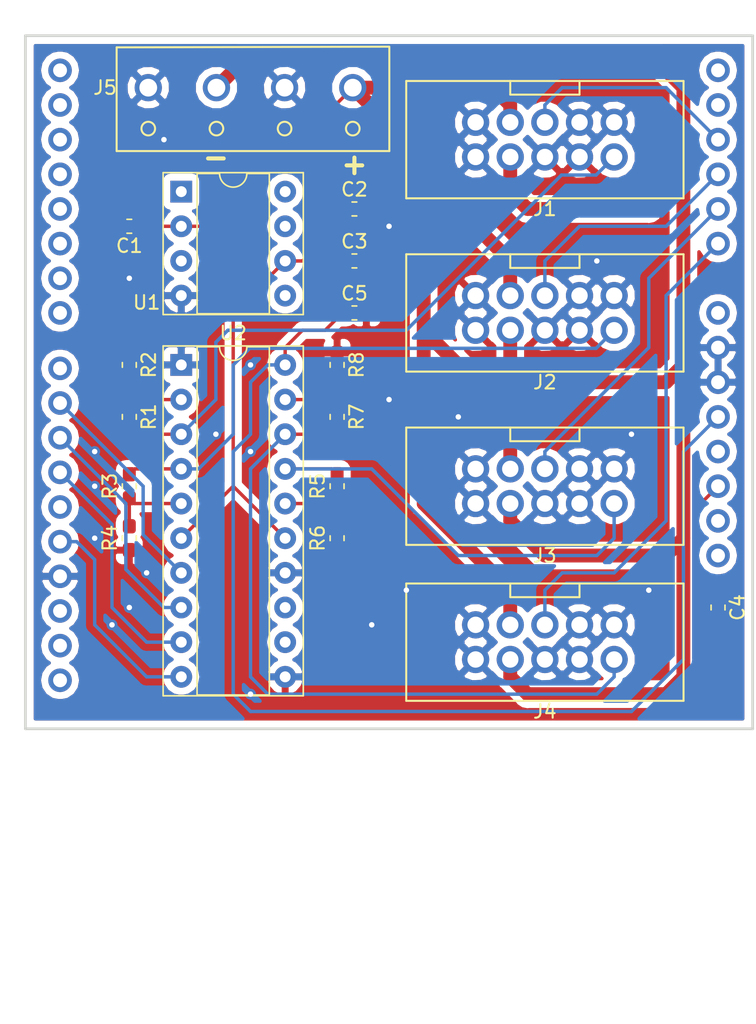
<source format=kicad_pcb>
(kicad_pcb (version 20190605) (host pcbnew "6.0.0-unknown-3514473~86~ubuntu18.04.1")

  (general
    (thickness 1.6)
    (drawings 6)
    (tracks 170)
    (modules 21)
    (nets 23)
  )

  (page "A4")
  (layers
    (0 "F.Cu" signal)
    (31 "B.Cu" signal)
    (32 "B.Adhes" user)
    (33 "F.Adhes" user)
    (34 "B.Paste" user)
    (35 "F.Paste" user)
    (36 "B.SilkS" user)
    (37 "F.SilkS" user)
    (38 "B.Mask" user)
    (39 "F.Mask" user)
    (40 "Dwgs.User" user)
    (41 "Cmts.User" user)
    (42 "Eco1.User" user)
    (43 "Eco2.User" user)
    (44 "Edge.Cuts" user)
    (45 "Margin" user)
    (46 "B.CrtYd" user)
    (47 "F.CrtYd" user)
    (48 "B.Fab" user)
    (49 "F.Fab" user)
  )

  (setup
    (last_trace_width 0.25)
    (trace_clearance 0.2)
    (zone_clearance 0.508)
    (zone_45_only no)
    (trace_min 0.2)
    (via_size 0.8)
    (via_drill 0.4)
    (via_min_size 0.4)
    (via_min_drill 0.3)
    (uvia_size 0.3)
    (uvia_drill 0.1)
    (uvias_allowed no)
    (uvia_min_size 0.2)
    (uvia_min_drill 0.1)
    (max_error 0.005)
    (defaults
      (edge_clearance 0.01)
      (edge_cuts_line_width 0.15)
      (courtyard_line_width 0.05)
      (copper_line_width 0.2)
      (copper_text_dims (size 1.5 1.5) (thickness 0.3) keep_upright)
      (silk_line_width 0.15)
      (silk_text_dims (size 1 1) (thickness 0.15) keep_upright)
      (other_layers_line_width 0.1)
      (other_layers_text_dims (size 1 1) (thickness 0.15) keep_upright)
    )
    (pad_size 1.524 1.524)
    (pad_drill 0.762)
    (pad_to_mask_clearance 0.051)
    (solder_mask_min_width 0.25)
    (aux_axis_origin 0 0)
    (visible_elements 7FFFFFFF)
    (pcbplotparams
      (layerselection 0x010fc_ffffffff)
      (usegerberextensions false)
      (usegerberattributes false)
      (usegerberadvancedattributes false)
      (creategerberjobfile false)
      (excludeedgelayer true)
      (linewidth 0.100000)
      (plotframeref false)
      (viasonmask false)
      (mode 1)
      (useauxorigin false)
      (hpglpennumber 1)
      (hpglpenspeed 20)
      (hpglpendiameter 15.000000)
      (psnegative false)
      (psa4output false)
      (plotreference true)
      (plotvalue true)
      (plotinvisibletext false)
      (padsonsilk false)
      (subtractmaskfromsilk false)
      (outputformat 1)
      (mirror false)
      (drillshape 1)
      (scaleselection 1)
      (outputdirectory ""))
  )

  (net 0 "")
  (net 1 "+15V")
  (net 2 "GND")
  (net 3 "+2V5")
  (net 4 "+5V")
  (net 5 "-15V")
  (net 6 "Net-(J1-Pad2)")
  (net 7 "Net-(J2-Pad2)")
  (net 8 "Net-(J3-Pad2)")
  (net 9 "Net-(J4-Pad2)")
  (net 10 "Net-(R1-Pad1)")
  (net 11 "Net-(R3-Pad1)")
  (net 12 "Net-(R5-Pad1)")
  (net 13 "Net-(R7-Pad1)")
  (net 14 "~CL")
  (net 15 "~CS")
  (net 16 "MOSI")
  (net 17 "SCLK")
  (net 18 "Net-(C4-Pad1)")
  (net 19 "Net-(J1-Pad5)")
  (net 20 "Net-(J2-Pad5)")
  (net 21 "Net-(J3-Pad5)")
  (net 22 "Net-(J4-Pad5)")

  (net_class "Default" "This is the default net class."
    (clearance 0.2)
    (trace_width 0.25)
    (via_dia 0.8)
    (via_drill 0.4)
    (uvia_dia 0.3)
    (uvia_drill 0.1)
    (add_net "+15V")
    (add_net "+2V5")
    (add_net "+5V")
    (add_net "-15V")
    (add_net "GND")
    (add_net "MOSI")
    (add_net "Net-(C4-Pad1)")
    (add_net "Net-(J1-Pad2)")
    (add_net "Net-(J1-Pad5)")
    (add_net "Net-(J2-Pad2)")
    (add_net "Net-(J2-Pad5)")
    (add_net "Net-(J3-Pad2)")
    (add_net "Net-(J3-Pad5)")
    (add_net "Net-(J4-Pad2)")
    (add_net "Net-(J4-Pad5)")
    (add_net "Net-(JP1-Pad2)")
    (add_net "Net-(R1-Pad1)")
    (add_net "Net-(R3-Pad1)")
    (add_net "Net-(R5-Pad1)")
    (add_net "Net-(R7-Pad1)")
    (add_net "Net-(U1-Pad1)")
    (add_net "Net-(U1-Pad3)")
    (add_net "Net-(U1-Pad5)")
    (add_net "Net-(U1-Pad7)")
    (add_net "Net-(U1-Pad8)")
    (add_net "Net-(U2-Pad12)")
    (add_net "Net-(U2-Pad13)")
    (add_net "SCLK")
    (add_net "~CL")
    (add_net "~CS")
  )

  (module "Arduino:Arduino_Uno_Shield_mod" (layer "F.Cu") (tedit 5BED8C2C) (tstamp 5C4A8863)
    (at 143.51 146.05 90)
    (descr "https://store.arduino.cc/arduino-uno-rev3")
    (path "/5C283000")
    (fp_text reference "XA1" (at 2.54 -54.356 90) (layer "Dwgs.User")
      (effects (font (size 1 1) (thickness 0.15)))
    )
    (fp_text value "Arduino_Uno_Shield_mod" (at 15.494 -54.356 90) (layer "F.Fab")
      (effects (font (size 1 1) (thickness 0.15)))
    )
    (fp_line (start 9.525 -32.385) (end -6.35 -32.385) (layer "B.CrtYd") (width 0.15))
    (fp_line (start 9.525 -43.815) (end -6.35 -43.815) (layer "B.CrtYd") (width 0.15))
    (fp_line (start 9.525 -43.815) (end 9.525 -32.385) (layer "B.CrtYd") (width 0.15))
    (fp_line (start -6.35 -43.815) (end -6.35 -32.385) (layer "B.CrtYd") (width 0.15))
    (fp_line (start 11.43 -12.065) (end 11.43 -3.175) (layer "B.CrtYd") (width 0.15))
    (fp_line (start -1.905 -3.175) (end 11.43 -3.175) (layer "B.CrtYd") (width 0.15))
    (fp_line (start -1.905 -12.065) (end -1.905 -3.175) (layer "B.CrtYd") (width 0.15))
    (fp_line (start -1.905 -12.065) (end 11.43 -12.065) (layer "B.CrtYd") (width 0.15))
    (fp_line (start 0 -53.34) (end 0 0) (layer "Dwgs.User") (width 0.15))
    (fp_line (start 66.04 -40.64) (end 66.04 -51.816) (layer "Dwgs.User") (width 0.15))
    (fp_line (start 68.58 -38.1) (end 66.04 -40.64) (layer "Dwgs.User") (width 0.15))
    (fp_line (start 68.58 -3.81) (end 68.58 -38.1) (layer "Dwgs.User") (width 0.15))
    (fp_line (start 66.04 -1.27) (end 68.58 -3.81) (layer "Dwgs.User") (width 0.15))
    (fp_line (start 66.04 0) (end 66.04 -1.27) (layer "Dwgs.User") (width 0.15))
    (fp_line (start 64.516 -53.34) (end 66.04 -51.816) (layer "Dwgs.User") (width 0.15))
    (fp_line (start 0 0) (end 66.04 0) (layer "Dwgs.User") (width 0.15))
    (fp_line (start 0 -53.34) (end 64.516 -53.34) (layer "Dwgs.User") (width 0.15))
    (pad "A5" thru_hole oval (at 63.5 -2.54 90) (size 1.7272 1.7272) (drill 1.016) (layers *.Cu *.Mask))
    (pad "A4" thru_hole oval (at 60.96 -2.54 90) (size 1.7272 1.7272) (drill 1.016) (layers *.Cu *.Mask))
    (pad "A3" thru_hole oval (at 58.42 -2.54 90) (size 1.7272 1.7272) (drill 1.016) (layers *.Cu *.Mask)
      (net 19 "Net-(J1-Pad5)"))
    (pad "A2" thru_hole oval (at 55.88 -2.54 90) (size 1.7272 1.7272) (drill 1.016) (layers *.Cu *.Mask)
      (net 20 "Net-(J2-Pad5)"))
    (pad "A1" thru_hole oval (at 53.34 -2.54 90) (size 1.7272 1.7272) (drill 1.016) (layers *.Cu *.Mask)
      (net 21 "Net-(J3-Pad5)"))
    (pad "" thru_hole oval (at 27.94 -2.54 90) (size 1.7272 1.7272) (drill 1.016) (layers *.Cu *.Mask))
    (pad "D11" thru_hole oval (at 34.036 -50.8 90) (size 1.7272 1.7272) (drill 1.016) (layers *.Cu *.Mask)
      (net 16 "MOSI"))
    (pad "D12" thru_hole oval (at 31.496 -50.8 90) (size 1.7272 1.7272) (drill 1.016) (layers *.Cu *.Mask))
    (pad "D13" thru_hole oval (at 28.956 -50.8 90) (size 1.7272 1.7272) (drill 1.016) (layers *.Cu *.Mask)
      (net 17 "SCLK"))
    (pad "AREF" thru_hole oval (at 23.876 -50.8 90) (size 1.7272 1.7272) (drill 1.016) (layers *.Cu *.Mask))
    (pad "SDA" thru_hole oval (at 21.336 -50.8 90) (size 1.7272 1.7272) (drill 1.016) (layers *.Cu *.Mask))
    (pad "SCL" thru_hole oval (at 18.796 -50.8 90) (size 1.7272 1.7272) (drill 1.016) (layers *.Cu *.Mask))
    (pad "D10" thru_hole oval (at 36.576 -50.8 90) (size 1.7272 1.7272) (drill 1.016) (layers *.Cu *.Mask)
      (net 15 "~CS"))
    (pad "D9" thru_hole oval (at 39.116 -50.8 90) (size 1.7272 1.7272) (drill 1.016) (layers *.Cu *.Mask)
      (net 14 "~CL"))
    (pad "D8" thru_hole oval (at 41.656 -50.8 90) (size 1.7272 1.7272) (drill 1.016) (layers *.Cu *.Mask))
    (pad "GND1" thru_hole oval (at 26.416 -50.8 90) (size 1.7272 1.7272) (drill 1.016) (layers *.Cu *.Mask)
      (net 2 "GND"))
    (pad "D7" thru_hole oval (at 45.72 -50.8 90) (size 1.7272 1.7272) (drill 1.016) (layers *.Cu *.Mask))
    (pad "D6" thru_hole oval (at 48.26 -50.8 90) (size 1.7272 1.7272) (drill 1.016) (layers *.Cu *.Mask))
    (pad "D5" thru_hole oval (at 50.8 -50.8 90) (size 1.7272 1.7272) (drill 1.016) (layers *.Cu *.Mask))
    (pad "D4" thru_hole oval (at 53.34 -50.8 90) (size 1.7272 1.7272) (drill 1.016) (layers *.Cu *.Mask))
    (pad "D3" thru_hole oval (at 55.88 -50.8 90) (size 1.7272 1.7272) (drill 1.016) (layers *.Cu *.Mask))
    (pad "D2" thru_hole oval (at 58.42 -50.8 90) (size 1.7272 1.7272) (drill 1.016) (layers *.Cu *.Mask))
    (pad "D1" thru_hole oval (at 60.96 -50.8 90) (size 1.7272 1.7272) (drill 1.016) (layers *.Cu *.Mask))
    (pad "D0" thru_hole oval (at 63.5 -50.8 90) (size 1.7272 1.7272) (drill 1.016) (layers *.Cu *.Mask))
    (pad "IORF" thru_hole oval (at 30.48 -2.54 90) (size 1.7272 1.7272) (drill 1.016) (layers *.Cu *.Mask))
    (pad "RST1" thru_hole oval (at 33.02 -2.54 90) (size 1.7272 1.7272) (drill 1.016) (layers *.Cu *.Mask)
      (net 18 "Net-(C4-Pad1)"))
    (pad "3V3" thru_hole oval (at 35.56 -2.54 90) (size 1.7272 1.7272) (drill 1.016) (layers *.Cu *.Mask))
    (pad "5V1" thru_hole oval (at 38.1 -2.54 90) (size 1.7272 1.7272) (drill 1.016) (layers *.Cu *.Mask)
      (net 4 "+5V"))
    (pad "GND2" thru_hole oval (at 40.64 -2.54 90) (size 1.7272 1.7272) (drill 1.016) (layers *.Cu *.Mask)
      (net 2 "GND"))
    (pad "GND3" thru_hole oval (at 43.18 -2.54 90) (size 1.7272 1.7272) (drill 1.016) (layers *.Cu *.Mask)
      (net 2 "GND"))
    (pad "VIN" thru_hole oval (at 45.72 -2.54 90) (size 1.7272 1.7272) (drill 1.016) (layers *.Cu *.Mask))
    (pad "A0" thru_hole oval (at 50.8 -2.54 90) (size 1.7272 1.7272) (drill 1.016) (layers *.Cu *.Mask)
      (net 22 "Net-(J4-Pad5)"))
  )

  (module "Capacitor_SMD:C_0603_1608Metric_Pad1.05x0.95mm_HandSolder" (layer "F.Cu") (tedit 5B301BBE) (tstamp 5C304D4C)
    (at 97.79 93.98 180)
    (descr "Capacitor SMD 0603 (1608 Metric), square (rectangular) end terminal, IPC_7351 nominal with elongated pad for handsoldering. (Body size source: http://www.tortai-tech.com/upload/download/2011102023233369053.pdf), generated with kicad-footprint-generator")
    (tags "capacitor handsolder")
    (path "/5BEF84A3")
    (attr smd)
    (fp_text reference "C1" (at 0 -1.43 180) (layer "F.SilkS")
      (effects (font (size 1 1) (thickness 0.15)))
    )
    (fp_text value "2u2" (at 0 1.43 180) (layer "F.Fab")
      (effects (font (size 1 1) (thickness 0.15)))
    )
    (fp_text user "%R" (at 0 0 180) (layer "F.Fab")
      (effects (font (size 0.4 0.4) (thickness 0.06)))
    )
    (fp_line (start 1.65 0.73) (end -1.65 0.73) (layer "F.CrtYd") (width 0.05))
    (fp_line (start 1.65 -0.73) (end 1.65 0.73) (layer "F.CrtYd") (width 0.05))
    (fp_line (start -1.65 -0.73) (end 1.65 -0.73) (layer "F.CrtYd") (width 0.05))
    (fp_line (start -1.65 0.73) (end -1.65 -0.73) (layer "F.CrtYd") (width 0.05))
    (fp_line (start -0.171267 0.51) (end 0.171267 0.51) (layer "F.SilkS") (width 0.12))
    (fp_line (start -0.171267 -0.51) (end 0.171267 -0.51) (layer "F.SilkS") (width 0.12))
    (fp_line (start 0.8 0.4) (end -0.8 0.4) (layer "F.Fab") (width 0.1))
    (fp_line (start 0.8 -0.4) (end 0.8 0.4) (layer "F.Fab") (width 0.1))
    (fp_line (start -0.8 -0.4) (end 0.8 -0.4) (layer "F.Fab") (width 0.1))
    (fp_line (start -0.8 0.4) (end -0.8 -0.4) (layer "F.Fab") (width 0.1))
    (pad "1" smd roundrect (at -0.875 0 180) (size 1.05 0.95) (layers "F.Cu" "F.Paste" "F.Mask") (roundrect_rratio 0.25)
      (net 1 "+15V"))
    (pad "2" smd roundrect (at 0.875 0 180) (size 1.05 0.95) (layers "F.Cu" "F.Paste" "F.Mask") (roundrect_rratio 0.25)
      (net 2 "GND"))
    (model "${KISYS3DMOD}/Capacitor_SMD.3dshapes/C_0603_1608Metric.wrl"
      (at (xyz 0 0 0))
      (scale (xyz 1 1 1))
      (rotate (xyz 0 0 0))
    )
  )

  (module "Capacitor_SMD:C_0603_1608Metric_Pad1.05x0.95mm_HandSolder" (layer "F.Cu") (tedit 5B301BBE) (tstamp 5C304D5D)
    (at 114.3 92.71)
    (descr "Capacitor SMD 0603 (1608 Metric), square (rectangular) end terminal, IPC_7351 nominal with elongated pad for handsoldering. (Body size source: http://www.tortai-tech.com/upload/download/2011102023233369053.pdf), generated with kicad-footprint-generator")
    (tags "capacitor handsolder")
    (path "/5BEF844D")
    (attr smd)
    (fp_text reference "C2" (at 0 -1.43) (layer "F.SilkS")
      (effects (font (size 1 1) (thickness 0.15)))
    )
    (fp_text value "2u2" (at 0 1.43) (layer "F.Fab")
      (effects (font (size 1 1) (thickness 0.15)))
    )
    (fp_line (start -0.8 0.4) (end -0.8 -0.4) (layer "F.Fab") (width 0.1))
    (fp_line (start -0.8 -0.4) (end 0.8 -0.4) (layer "F.Fab") (width 0.1))
    (fp_line (start 0.8 -0.4) (end 0.8 0.4) (layer "F.Fab") (width 0.1))
    (fp_line (start 0.8 0.4) (end -0.8 0.4) (layer "F.Fab") (width 0.1))
    (fp_line (start -0.171267 -0.51) (end 0.171267 -0.51) (layer "F.SilkS") (width 0.12))
    (fp_line (start -0.171267 0.51) (end 0.171267 0.51) (layer "F.SilkS") (width 0.12))
    (fp_line (start -1.65 0.73) (end -1.65 -0.73) (layer "F.CrtYd") (width 0.05))
    (fp_line (start -1.65 -0.73) (end 1.65 -0.73) (layer "F.CrtYd") (width 0.05))
    (fp_line (start 1.65 -0.73) (end 1.65 0.73) (layer "F.CrtYd") (width 0.05))
    (fp_line (start 1.65 0.73) (end -1.65 0.73) (layer "F.CrtYd") (width 0.05))
    (fp_text user "%R" (at 0 0) (layer "F.Fab")
      (effects (font (size 0.4 0.4) (thickness 0.06)))
    )
    (pad "2" smd roundrect (at 0.875 0) (size 1.05 0.95) (layers "F.Cu" "F.Paste" "F.Mask") (roundrect_rratio 0.25)
      (net 2 "GND"))
    (pad "1" smd roundrect (at -0.875 0) (size 1.05 0.95) (layers "F.Cu" "F.Paste" "F.Mask") (roundrect_rratio 0.25)
      (net 3 "+2V5"))
    (model "${KISYS3DMOD}/Capacitor_SMD.3dshapes/C_0603_1608Metric.wrl"
      (at (xyz 0 0 0))
      (scale (xyz 1 1 1))
      (rotate (xyz 0 0 0))
    )
  )

  (module "Capacitor_SMD:C_0603_1608Metric_Pad1.05x0.95mm_HandSolder" (layer "F.Cu") (tedit 5B301BBE) (tstamp 5C304D6E)
    (at 114.3 96.52)
    (descr "Capacitor SMD 0603 (1608 Metric), square (rectangular) end terminal, IPC_7351 nominal with elongated pad for handsoldering. (Body size source: http://www.tortai-tech.com/upload/download/2011102023233369053.pdf), generated with kicad-footprint-generator")
    (tags "capacitor handsolder")
    (path "/5BEF169A")
    (attr smd)
    (fp_text reference "C3" (at 0 -1.43) (layer "F.SilkS")
      (effects (font (size 1 1) (thickness 0.15)))
    )
    (fp_text value "4u7" (at 0 1.43) (layer "F.Fab")
      (effects (font (size 1 1) (thickness 0.15)))
    )
    (fp_line (start -0.8 0.4) (end -0.8 -0.4) (layer "F.Fab") (width 0.1))
    (fp_line (start -0.8 -0.4) (end 0.8 -0.4) (layer "F.Fab") (width 0.1))
    (fp_line (start 0.8 -0.4) (end 0.8 0.4) (layer "F.Fab") (width 0.1))
    (fp_line (start 0.8 0.4) (end -0.8 0.4) (layer "F.Fab") (width 0.1))
    (fp_line (start -0.171267 -0.51) (end 0.171267 -0.51) (layer "F.SilkS") (width 0.12))
    (fp_line (start -0.171267 0.51) (end 0.171267 0.51) (layer "F.SilkS") (width 0.12))
    (fp_line (start -1.65 0.73) (end -1.65 -0.73) (layer "F.CrtYd") (width 0.05))
    (fp_line (start -1.65 -0.73) (end 1.65 -0.73) (layer "F.CrtYd") (width 0.05))
    (fp_line (start 1.65 -0.73) (end 1.65 0.73) (layer "F.CrtYd") (width 0.05))
    (fp_line (start 1.65 0.73) (end -1.65 0.73) (layer "F.CrtYd") (width 0.05))
    (fp_text user "%R" (at 0 0) (layer "F.Fab")
      (effects (font (size 0.4 0.4) (thickness 0.06)))
    )
    (pad "2" smd roundrect (at 0.875 0) (size 1.05 0.95) (layers "F.Cu" "F.Paste" "F.Mask") (roundrect_rratio 0.25)
      (net 2 "GND"))
    (pad "1" smd roundrect (at -0.875 0) (size 1.05 0.95) (layers "F.Cu" "F.Paste" "F.Mask") (roundrect_rratio 0.25)
      (net 4 "+5V"))
    (model "${KISYS3DMOD}/Capacitor_SMD.3dshapes/C_0603_1608Metric.wrl"
      (at (xyz 0 0 0))
      (scale (xyz 1 1 1))
      (rotate (xyz 0 0 0))
    )
  )

  (module "Capacitor_SMD:C_0603_1608Metric_Pad1.05x0.95mm_HandSolder" (layer "F.Cu") (tedit 5B301BBE) (tstamp 5D3F1ACE)
    (at 140.97 121.92 270)
    (descr "Capacitor SMD 0603 (1608 Metric), square (rectangular) end terminal, IPC_7351 nominal with elongated pad for handsoldering. (Body size source: http://www.tortai-tech.com/upload/download/2011102023233369053.pdf), generated with kicad-footprint-generator")
    (tags "capacitor handsolder")
    (path "/5C1351A7")
    (attr smd)
    (fp_text reference "C4" (at 0 -1.43 270) (layer "F.SilkS")
      (effects (font (size 1 1) (thickness 0.15)))
    )
    (fp_text value "10u" (at 0 1.43 270) (layer "F.Fab")
      (effects (font (size 1 1) (thickness 0.15)))
    )
    (fp_text user "%R" (at 0 0 270) (layer "F.Fab")
      (effects (font (size 0.4 0.4) (thickness 0.06)))
    )
    (fp_line (start 1.65 0.73) (end -1.65 0.73) (layer "F.CrtYd") (width 0.05))
    (fp_line (start 1.65 -0.73) (end 1.65 0.73) (layer "F.CrtYd") (width 0.05))
    (fp_line (start -1.65 -0.73) (end 1.65 -0.73) (layer "F.CrtYd") (width 0.05))
    (fp_line (start -1.65 0.73) (end -1.65 -0.73) (layer "F.CrtYd") (width 0.05))
    (fp_line (start -0.171267 0.51) (end 0.171267 0.51) (layer "F.SilkS") (width 0.12))
    (fp_line (start -0.171267 -0.51) (end 0.171267 -0.51) (layer "F.SilkS") (width 0.12))
    (fp_line (start 0.8 0.4) (end -0.8 0.4) (layer "F.Fab") (width 0.1))
    (fp_line (start 0.8 -0.4) (end 0.8 0.4) (layer "F.Fab") (width 0.1))
    (fp_line (start -0.8 -0.4) (end 0.8 -0.4) (layer "F.Fab") (width 0.1))
    (fp_line (start -0.8 0.4) (end -0.8 -0.4) (layer "F.Fab") (width 0.1))
    (pad "1" smd roundrect (at -0.875 0 270) (size 1.05 0.95) (layers "F.Cu" "F.Paste" "F.Mask") (roundrect_rratio 0.25)
      (net 18 "Net-(C4-Pad1)"))
    (pad "2" smd roundrect (at 0.875 0 270) (size 1.05 0.95) (layers "F.Cu" "F.Paste" "F.Mask") (roundrect_rratio 0.25)
      (net 2 "GND"))
    (model "${KISYS3DMOD}/Capacitor_SMD.3dshapes/C_0603_1608Metric.wrl"
      (at (xyz 0 0 0))
      (scale (xyz 1 1 1))
      (rotate (xyz 0 0 0))
    )
  )

  (module "Capacitor_SMD:C_0603_1608Metric_Pad1.05x0.95mm_HandSolder" (layer "F.Cu") (tedit 5B301BBE) (tstamp 5C304D90)
    (at 114.3 100.33)
    (descr "Capacitor SMD 0603 (1608 Metric), square (rectangular) end terminal, IPC_7351 nominal with elongated pad for handsoldering. (Body size source: http://www.tortai-tech.com/upload/download/2011102023233369053.pdf), generated with kicad-footprint-generator")
    (tags "capacitor handsolder")
    (path "/5BEF16D8")
    (attr smd)
    (fp_text reference "C5" (at 0 -1.43) (layer "F.SilkS")
      (effects (font (size 1 1) (thickness 0.15)))
    )
    (fp_text value "100n" (at 0 1.43) (layer "F.Fab")
      (effects (font (size 1 1) (thickness 0.15)))
    )
    (fp_text user "%R" (at 0 0) (layer "F.Fab")
      (effects (font (size 0.4 0.4) (thickness 0.06)))
    )
    (fp_line (start 1.65 0.73) (end -1.65 0.73) (layer "F.CrtYd") (width 0.05))
    (fp_line (start 1.65 -0.73) (end 1.65 0.73) (layer "F.CrtYd") (width 0.05))
    (fp_line (start -1.65 -0.73) (end 1.65 -0.73) (layer "F.CrtYd") (width 0.05))
    (fp_line (start -1.65 0.73) (end -1.65 -0.73) (layer "F.CrtYd") (width 0.05))
    (fp_line (start -0.171267 0.51) (end 0.171267 0.51) (layer "F.SilkS") (width 0.12))
    (fp_line (start -0.171267 -0.51) (end 0.171267 -0.51) (layer "F.SilkS") (width 0.12))
    (fp_line (start 0.8 0.4) (end -0.8 0.4) (layer "F.Fab") (width 0.1))
    (fp_line (start 0.8 -0.4) (end 0.8 0.4) (layer "F.Fab") (width 0.1))
    (fp_line (start -0.8 -0.4) (end 0.8 -0.4) (layer "F.Fab") (width 0.1))
    (fp_line (start -0.8 0.4) (end -0.8 -0.4) (layer "F.Fab") (width 0.1))
    (pad "1" smd roundrect (at -0.875 0) (size 1.05 0.95) (layers "F.Cu" "F.Paste" "F.Mask") (roundrect_rratio 0.25)
      (net 4 "+5V"))
    (pad "2" smd roundrect (at 0.875 0) (size 1.05 0.95) (layers "F.Cu" "F.Paste" "F.Mask") (roundrect_rratio 0.25)
      (net 2 "GND"))
    (model "${KISYS3DMOD}/Capacitor_SMD.3dshapes/C_0603_1608Metric.wrl"
      (at (xyz 0 0 0))
      (scale (xyz 1 1 1))
      (rotate (xyz 0 0 0))
    )
  )

  (module "RS_Screw:RS_Srew_Term_x4" (layer "F.Cu") (tedit 5B6ABAA5) (tstamp 5C304E1C)
    (at 106.68 83.82 180)
    (path "/5C1DAE3D")
    (fp_text reference "J5" (at 10.668 0) (layer "F.SilkS")
      (effects (font (size 1 1) (thickness 0.15)))
    )
    (fp_text value "Screw_Terminal_01x04" (at 0 1.75) (layer "F.Fab")
      (effects (font (size 1 1) (thickness 0.15)))
    )
    (fp_circle (center -7.5 -3) (end -7 -3) (layer "F.SilkS") (width 0.15))
    (fp_circle (center -2.5 -3) (end -2 -3) (layer "F.SilkS") (width 0.15))
    (fp_circle (center 2.5 -3) (end 3 -3) (layer "F.SilkS") (width 0.15))
    (fp_circle (center 7.5 -3) (end 8 -3) (layer "F.SilkS") (width 0.15))
    (fp_line (start -10.180492 2.954402) (end -10.180492 -4.645598) (layer "F.SilkS") (width 0.15))
    (fp_line (start 9.819508 -4.645598) (end -10.180492 -4.645598) (layer "F.SilkS") (width 0.15))
    (fp_line (start 9.819508 2.954402) (end 9.819508 -4.645598) (layer "F.SilkS") (width 0.15))
    (fp_line (start 9.819508 2.954402) (end -10.180492 3.004402) (layer "F.SilkS") (width 0.15))
    (pad "3" thru_hole circle (at 2.5 0) (size 2 2) (drill 1.3) (layers *.Cu *.Mask)
      (net 5 "-15V"))
    (pad "2" thru_hole circle (at -2.5 0) (size 2 2) (drill 1.3) (layers *.Cu *.Mask)
      (net 2 "GND"))
    (pad "1" thru_hole circle (at -7.5 0) (size 2 2) (drill 1.3) (layers *.Cu *.Mask)
      (net 1 "+15V"))
    (pad "4" thru_hole circle (at 7.5 0) (size 2 2) (drill 1.3) (layers *.Cu *.Mask)
      (net 2 "GND"))
  )

  (module "Resistor_SMD:R_0603_1608Metric_Pad1.05x0.95mm_HandSolder" (layer "F.Cu") (tedit 5B301BBD) (tstamp 5C304E2D)
    (at 97.79 107.95 270)
    (descr "Resistor SMD 0603 (1608 Metric), square (rectangular) end terminal, IPC_7351 nominal with elongated pad for handsoldering. (Body size source: http://www.tortai-tech.com/upload/download/2011102023233369053.pdf), generated with kicad-footprint-generator")
    (tags "resistor handsolder")
    (path "/5BFFEA22")
    (attr smd)
    (fp_text reference "R1" (at 0 -1.43 270) (layer "F.SilkS")
      (effects (font (size 1 1) (thickness 0.15)))
    )
    (fp_text value "R" (at 0 1.43 270) (layer "F.Fab")
      (effects (font (size 1 1) (thickness 0.15)))
    )
    (fp_line (start -0.8 0.4) (end -0.8 -0.4) (layer "F.Fab") (width 0.1))
    (fp_line (start -0.8 -0.4) (end 0.8 -0.4) (layer "F.Fab") (width 0.1))
    (fp_line (start 0.8 -0.4) (end 0.8 0.4) (layer "F.Fab") (width 0.1))
    (fp_line (start 0.8 0.4) (end -0.8 0.4) (layer "F.Fab") (width 0.1))
    (fp_line (start -0.171267 -0.51) (end 0.171267 -0.51) (layer "F.SilkS") (width 0.12))
    (fp_line (start -0.171267 0.51) (end 0.171267 0.51) (layer "F.SilkS") (width 0.12))
    (fp_line (start -1.65 0.73) (end -1.65 -0.73) (layer "F.CrtYd") (width 0.05))
    (fp_line (start -1.65 -0.73) (end 1.65 -0.73) (layer "F.CrtYd") (width 0.05))
    (fp_line (start 1.65 -0.73) (end 1.65 0.73) (layer "F.CrtYd") (width 0.05))
    (fp_line (start 1.65 0.73) (end -1.65 0.73) (layer "F.CrtYd") (width 0.05))
    (fp_text user "%R" (at 0 0 270) (layer "F.Fab")
      (effects (font (size 0.4 0.4) (thickness 0.06)))
    )
    (pad "2" smd roundrect (at 0.875 0 270) (size 1.05 0.95) (layers "F.Cu" "F.Paste" "F.Mask") (roundrect_rratio 0.25)
      (net 6 "Net-(J1-Pad2)"))
    (pad "1" smd roundrect (at -0.875 0 270) (size 1.05 0.95) (layers "F.Cu" "F.Paste" "F.Mask") (roundrect_rratio 0.25)
      (net 10 "Net-(R1-Pad1)"))
    (model "${KISYS3DMOD}/Resistor_SMD.3dshapes/R_0603_1608Metric.wrl"
      (at (xyz 0 0 0))
      (scale (xyz 1 1 1))
      (rotate (xyz 0 0 0))
    )
  )

  (module "Resistor_SMD:R_0603_1608Metric_Pad1.05x0.95mm_HandSolder" (layer "F.Cu") (tedit 5B301BBD) (tstamp 5C304E3E)
    (at 97.79 104.14 270)
    (descr "Resistor SMD 0603 (1608 Metric), square (rectangular) end terminal, IPC_7351 nominal with elongated pad for handsoldering. (Body size source: http://www.tortai-tech.com/upload/download/2011102023233369053.pdf), generated with kicad-footprint-generator")
    (tags "resistor handsolder")
    (path "/5C004440")
    (attr smd)
    (fp_text reference "R2" (at 0 -1.43 270) (layer "F.SilkS")
      (effects (font (size 1 1) (thickness 0.15)))
    )
    (fp_text value "R" (at 0 1.43 270) (layer "F.Fab")
      (effects (font (size 1 1) (thickness 0.15)))
    )
    (fp_text user "%R" (at 0 0 270) (layer "F.Fab")
      (effects (font (size 0.4 0.4) (thickness 0.06)))
    )
    (fp_line (start 1.65 0.73) (end -1.65 0.73) (layer "F.CrtYd") (width 0.05))
    (fp_line (start 1.65 -0.73) (end 1.65 0.73) (layer "F.CrtYd") (width 0.05))
    (fp_line (start -1.65 -0.73) (end 1.65 -0.73) (layer "F.CrtYd") (width 0.05))
    (fp_line (start -1.65 0.73) (end -1.65 -0.73) (layer "F.CrtYd") (width 0.05))
    (fp_line (start -0.171267 0.51) (end 0.171267 0.51) (layer "F.SilkS") (width 0.12))
    (fp_line (start -0.171267 -0.51) (end 0.171267 -0.51) (layer "F.SilkS") (width 0.12))
    (fp_line (start 0.8 0.4) (end -0.8 0.4) (layer "F.Fab") (width 0.1))
    (fp_line (start 0.8 -0.4) (end 0.8 0.4) (layer "F.Fab") (width 0.1))
    (fp_line (start -0.8 -0.4) (end 0.8 -0.4) (layer "F.Fab") (width 0.1))
    (fp_line (start -0.8 0.4) (end -0.8 -0.4) (layer "F.Fab") (width 0.1))
    (pad "1" smd roundrect (at -0.875 0 270) (size 1.05 0.95) (layers "F.Cu" "F.Paste" "F.Mask") (roundrect_rratio 0.25)
      (net 2 "GND"))
    (pad "2" smd roundrect (at 0.875 0 270) (size 1.05 0.95) (layers "F.Cu" "F.Paste" "F.Mask") (roundrect_rratio 0.25)
      (net 10 "Net-(R1-Pad1)"))
    (model "${KISYS3DMOD}/Resistor_SMD.3dshapes/R_0603_1608Metric.wrl"
      (at (xyz 0 0 0))
      (scale (xyz 1 1 1))
      (rotate (xyz 0 0 0))
    )
  )

  (module "Resistor_SMD:R_0603_1608Metric_Pad1.05x0.95mm_HandSolder" (layer "F.Cu") (tedit 5B301BBD) (tstamp 5C304E4F)
    (at 97.79 113.03 90)
    (descr "Resistor SMD 0603 (1608 Metric), square (rectangular) end terminal, IPC_7351 nominal with elongated pad for handsoldering. (Body size source: http://www.tortai-tech.com/upload/download/2011102023233369053.pdf), generated with kicad-footprint-generator")
    (tags "resistor handsolder")
    (path "/5C0044B7")
    (attr smd)
    (fp_text reference "R3" (at 0 -1.43 90) (layer "F.SilkS")
      (effects (font (size 1 1) (thickness 0.15)))
    )
    (fp_text value "R" (at 0 1.43 90) (layer "F.Fab")
      (effects (font (size 1 1) (thickness 0.15)))
    )
    (fp_line (start -0.8 0.4) (end -0.8 -0.4) (layer "F.Fab") (width 0.1))
    (fp_line (start -0.8 -0.4) (end 0.8 -0.4) (layer "F.Fab") (width 0.1))
    (fp_line (start 0.8 -0.4) (end 0.8 0.4) (layer "F.Fab") (width 0.1))
    (fp_line (start 0.8 0.4) (end -0.8 0.4) (layer "F.Fab") (width 0.1))
    (fp_line (start -0.171267 -0.51) (end 0.171267 -0.51) (layer "F.SilkS") (width 0.12))
    (fp_line (start -0.171267 0.51) (end 0.171267 0.51) (layer "F.SilkS") (width 0.12))
    (fp_line (start -1.65 0.73) (end -1.65 -0.73) (layer "F.CrtYd") (width 0.05))
    (fp_line (start -1.65 -0.73) (end 1.65 -0.73) (layer "F.CrtYd") (width 0.05))
    (fp_line (start 1.65 -0.73) (end 1.65 0.73) (layer "F.CrtYd") (width 0.05))
    (fp_line (start 1.65 0.73) (end -1.65 0.73) (layer "F.CrtYd") (width 0.05))
    (fp_text user "%R" (at 0 0 90) (layer "F.Fab")
      (effects (font (size 0.4 0.4) (thickness 0.06)))
    )
    (pad "2" smd roundrect (at 0.875 0 90) (size 1.05 0.95) (layers "F.Cu" "F.Paste" "F.Mask") (roundrect_rratio 0.25)
      (net 7 "Net-(J2-Pad2)"))
    (pad "1" smd roundrect (at -0.875 0 90) (size 1.05 0.95) (layers "F.Cu" "F.Paste" "F.Mask") (roundrect_rratio 0.25)
      (net 11 "Net-(R3-Pad1)"))
    (model "${KISYS3DMOD}/Resistor_SMD.3dshapes/R_0603_1608Metric.wrl"
      (at (xyz 0 0 0))
      (scale (xyz 1 1 1))
      (rotate (xyz 0 0 0))
    )
  )

  (module "Resistor_SMD:R_0603_1608Metric_Pad1.05x0.95mm_HandSolder" (layer "F.Cu") (tedit 5B301BBD) (tstamp 5C304E60)
    (at 97.79 116.84 90)
    (descr "Resistor SMD 0603 (1608 Metric), square (rectangular) end terminal, IPC_7351 nominal with elongated pad for handsoldering. (Body size source: http://www.tortai-tech.com/upload/download/2011102023233369053.pdf), generated with kicad-footprint-generator")
    (tags "resistor handsolder")
    (path "/5C0046A5")
    (attr smd)
    (fp_text reference "R4" (at 0 -1.43 90) (layer "F.SilkS")
      (effects (font (size 1 1) (thickness 0.15)))
    )
    (fp_text value "R" (at 0 1.43 90) (layer "F.Fab")
      (effects (font (size 1 1) (thickness 0.15)))
    )
    (fp_text user "%R" (at 0 0 90) (layer "F.Fab")
      (effects (font (size 0.4 0.4) (thickness 0.06)))
    )
    (fp_line (start 1.65 0.73) (end -1.65 0.73) (layer "F.CrtYd") (width 0.05))
    (fp_line (start 1.65 -0.73) (end 1.65 0.73) (layer "F.CrtYd") (width 0.05))
    (fp_line (start -1.65 -0.73) (end 1.65 -0.73) (layer "F.CrtYd") (width 0.05))
    (fp_line (start -1.65 0.73) (end -1.65 -0.73) (layer "F.CrtYd") (width 0.05))
    (fp_line (start -0.171267 0.51) (end 0.171267 0.51) (layer "F.SilkS") (width 0.12))
    (fp_line (start -0.171267 -0.51) (end 0.171267 -0.51) (layer "F.SilkS") (width 0.12))
    (fp_line (start 0.8 0.4) (end -0.8 0.4) (layer "F.Fab") (width 0.1))
    (fp_line (start 0.8 -0.4) (end 0.8 0.4) (layer "F.Fab") (width 0.1))
    (fp_line (start -0.8 -0.4) (end 0.8 -0.4) (layer "F.Fab") (width 0.1))
    (fp_line (start -0.8 0.4) (end -0.8 -0.4) (layer "F.Fab") (width 0.1))
    (pad "1" smd roundrect (at -0.875 0 90) (size 1.05 0.95) (layers "F.Cu" "F.Paste" "F.Mask") (roundrect_rratio 0.25)
      (net 2 "GND"))
    (pad "2" smd roundrect (at 0.875 0 90) (size 1.05 0.95) (layers "F.Cu" "F.Paste" "F.Mask") (roundrect_rratio 0.25)
      (net 11 "Net-(R3-Pad1)"))
    (model "${KISYS3DMOD}/Resistor_SMD.3dshapes/R_0603_1608Metric.wrl"
      (at (xyz 0 0 0))
      (scale (xyz 1 1 1))
      (rotate (xyz 0 0 0))
    )
  )

  (module "Resistor_SMD:R_0603_1608Metric_Pad1.05x0.95mm_HandSolder" (layer "F.Cu") (tedit 5B301BBD) (tstamp 5C304E71)
    (at 113.03 113.03 90)
    (descr "Resistor SMD 0603 (1608 Metric), square (rectangular) end terminal, IPC_7351 nominal with elongated pad for handsoldering. (Body size source: http://www.tortai-tech.com/upload/download/2011102023233369053.pdf), generated with kicad-footprint-generator")
    (tags "resistor handsolder")
    (path "/5C0107C8")
    (attr smd)
    (fp_text reference "R5" (at 0 -1.43 90) (layer "F.SilkS")
      (effects (font (size 1 1) (thickness 0.15)))
    )
    (fp_text value "R" (at 0 1.43 90) (layer "F.Fab")
      (effects (font (size 1 1) (thickness 0.15)))
    )
    (fp_line (start -0.8 0.4) (end -0.8 -0.4) (layer "F.Fab") (width 0.1))
    (fp_line (start -0.8 -0.4) (end 0.8 -0.4) (layer "F.Fab") (width 0.1))
    (fp_line (start 0.8 -0.4) (end 0.8 0.4) (layer "F.Fab") (width 0.1))
    (fp_line (start 0.8 0.4) (end -0.8 0.4) (layer "F.Fab") (width 0.1))
    (fp_line (start -0.171267 -0.51) (end 0.171267 -0.51) (layer "F.SilkS") (width 0.12))
    (fp_line (start -0.171267 0.51) (end 0.171267 0.51) (layer "F.SilkS") (width 0.12))
    (fp_line (start -1.65 0.73) (end -1.65 -0.73) (layer "F.CrtYd") (width 0.05))
    (fp_line (start -1.65 -0.73) (end 1.65 -0.73) (layer "F.CrtYd") (width 0.05))
    (fp_line (start 1.65 -0.73) (end 1.65 0.73) (layer "F.CrtYd") (width 0.05))
    (fp_line (start 1.65 0.73) (end -1.65 0.73) (layer "F.CrtYd") (width 0.05))
    (fp_text user "%R" (at 0 0 90) (layer "F.Fab")
      (effects (font (size 0.4 0.4) (thickness 0.06)))
    )
    (pad "2" smd roundrect (at 0.875 0 90) (size 1.05 0.95) (layers "F.Cu" "F.Paste" "F.Mask") (roundrect_rratio 0.25)
      (net 8 "Net-(J3-Pad2)"))
    (pad "1" smd roundrect (at -0.875 0 90) (size 1.05 0.95) (layers "F.Cu" "F.Paste" "F.Mask") (roundrect_rratio 0.25)
      (net 12 "Net-(R5-Pad1)"))
    (model "${KISYS3DMOD}/Resistor_SMD.3dshapes/R_0603_1608Metric.wrl"
      (at (xyz 0 0 0))
      (scale (xyz 1 1 1))
      (rotate (xyz 0 0 0))
    )
  )

  (module "Resistor_SMD:R_0603_1608Metric_Pad1.05x0.95mm_HandSolder" (layer "F.Cu") (tedit 5B301BBD) (tstamp 5C304E82)
    (at 113.03 116.84 90)
    (descr "Resistor SMD 0603 (1608 Metric), square (rectangular) end terminal, IPC_7351 nominal with elongated pad for handsoldering. (Body size source: http://www.tortai-tech.com/upload/download/2011102023233369053.pdf), generated with kicad-footprint-generator")
    (tags "resistor handsolder")
    (path "/5C0108D8")
    (attr smd)
    (fp_text reference "R6" (at 0 -1.43 90) (layer "F.SilkS")
      (effects (font (size 1 1) (thickness 0.15)))
    )
    (fp_text value "R" (at 0 1.43 90) (layer "F.Fab")
      (effects (font (size 1 1) (thickness 0.15)))
    )
    (fp_text user "%R" (at 0 0 90) (layer "F.Fab")
      (effects (font (size 0.4 0.4) (thickness 0.06)))
    )
    (fp_line (start 1.65 0.73) (end -1.65 0.73) (layer "F.CrtYd") (width 0.05))
    (fp_line (start 1.65 -0.73) (end 1.65 0.73) (layer "F.CrtYd") (width 0.05))
    (fp_line (start -1.65 -0.73) (end 1.65 -0.73) (layer "F.CrtYd") (width 0.05))
    (fp_line (start -1.65 0.73) (end -1.65 -0.73) (layer "F.CrtYd") (width 0.05))
    (fp_line (start -0.171267 0.51) (end 0.171267 0.51) (layer "F.SilkS") (width 0.12))
    (fp_line (start -0.171267 -0.51) (end 0.171267 -0.51) (layer "F.SilkS") (width 0.12))
    (fp_line (start 0.8 0.4) (end -0.8 0.4) (layer "F.Fab") (width 0.1))
    (fp_line (start 0.8 -0.4) (end 0.8 0.4) (layer "F.Fab") (width 0.1))
    (fp_line (start -0.8 -0.4) (end 0.8 -0.4) (layer "F.Fab") (width 0.1))
    (fp_line (start -0.8 0.4) (end -0.8 -0.4) (layer "F.Fab") (width 0.1))
    (pad "1" smd roundrect (at -0.875 0 90) (size 1.05 0.95) (layers "F.Cu" "F.Paste" "F.Mask") (roundrect_rratio 0.25)
      (net 2 "GND"))
    (pad "2" smd roundrect (at 0.875 0 90) (size 1.05 0.95) (layers "F.Cu" "F.Paste" "F.Mask") (roundrect_rratio 0.25)
      (net 12 "Net-(R5-Pad1)"))
    (model "${KISYS3DMOD}/Resistor_SMD.3dshapes/R_0603_1608Metric.wrl"
      (at (xyz 0 0 0))
      (scale (xyz 1 1 1))
      (rotate (xyz 0 0 0))
    )
  )

  (module "Resistor_SMD:R_0603_1608Metric_Pad1.05x0.95mm_HandSolder" (layer "F.Cu") (tedit 5B301BBD) (tstamp 5C304E93)
    (at 113.03 107.95 270)
    (descr "Resistor SMD 0603 (1608 Metric), square (rectangular) end terminal, IPC_7351 nominal with elongated pad for handsoldering. (Body size source: http://www.tortai-tech.com/upload/download/2011102023233369053.pdf), generated with kicad-footprint-generator")
    (tags "resistor handsolder")
    (path "/5C0109BA")
    (attr smd)
    (fp_text reference "R7" (at 0 -1.43 270) (layer "F.SilkS")
      (effects (font (size 1 1) (thickness 0.15)))
    )
    (fp_text value "R" (at 0 1.43 270) (layer "F.Fab")
      (effects (font (size 1 1) (thickness 0.15)))
    )
    (fp_line (start -0.8 0.4) (end -0.8 -0.4) (layer "F.Fab") (width 0.1))
    (fp_line (start -0.8 -0.4) (end 0.8 -0.4) (layer "F.Fab") (width 0.1))
    (fp_line (start 0.8 -0.4) (end 0.8 0.4) (layer "F.Fab") (width 0.1))
    (fp_line (start 0.8 0.4) (end -0.8 0.4) (layer "F.Fab") (width 0.1))
    (fp_line (start -0.171267 -0.51) (end 0.171267 -0.51) (layer "F.SilkS") (width 0.12))
    (fp_line (start -0.171267 0.51) (end 0.171267 0.51) (layer "F.SilkS") (width 0.12))
    (fp_line (start -1.65 0.73) (end -1.65 -0.73) (layer "F.CrtYd") (width 0.05))
    (fp_line (start -1.65 -0.73) (end 1.65 -0.73) (layer "F.CrtYd") (width 0.05))
    (fp_line (start 1.65 -0.73) (end 1.65 0.73) (layer "F.CrtYd") (width 0.05))
    (fp_line (start 1.65 0.73) (end -1.65 0.73) (layer "F.CrtYd") (width 0.05))
    (fp_text user "%R" (at 0 0 270) (layer "F.Fab")
      (effects (font (size 0.4 0.4) (thickness 0.06)))
    )
    (pad "2" smd roundrect (at 0.875 0 270) (size 1.05 0.95) (layers "F.Cu" "F.Paste" "F.Mask") (roundrect_rratio 0.25)
      (net 9 "Net-(J4-Pad2)"))
    (pad "1" smd roundrect (at -0.875 0 270) (size 1.05 0.95) (layers "F.Cu" "F.Paste" "F.Mask") (roundrect_rratio 0.25)
      (net 13 "Net-(R7-Pad1)"))
    (model "${KISYS3DMOD}/Resistor_SMD.3dshapes/R_0603_1608Metric.wrl"
      (at (xyz 0 0 0))
      (scale (xyz 1 1 1))
      (rotate (xyz 0 0 0))
    )
  )

  (module "Resistor_SMD:R_0603_1608Metric_Pad1.05x0.95mm_HandSolder" (layer "F.Cu") (tedit 5B301BBD) (tstamp 5C304EA4)
    (at 113.03 104.14 270)
    (descr "Resistor SMD 0603 (1608 Metric), square (rectangular) end terminal, IPC_7351 nominal with elongated pad for handsoldering. (Body size source: http://www.tortai-tech.com/upload/download/2011102023233369053.pdf), generated with kicad-footprint-generator")
    (tags "resistor handsolder")
    (path "/5C010ACE")
    (attr smd)
    (fp_text reference "R8" (at 0 -1.43 270) (layer "F.SilkS")
      (effects (font (size 1 1) (thickness 0.15)))
    )
    (fp_text value "R" (at 0 1.43 270) (layer "F.Fab")
      (effects (font (size 1 1) (thickness 0.15)))
    )
    (fp_text user "%R" (at 0 0 270) (layer "F.Fab")
      (effects (font (size 0.4 0.4) (thickness 0.06)))
    )
    (fp_line (start 1.65 0.73) (end -1.65 0.73) (layer "F.CrtYd") (width 0.05))
    (fp_line (start 1.65 -0.73) (end 1.65 0.73) (layer "F.CrtYd") (width 0.05))
    (fp_line (start -1.65 -0.73) (end 1.65 -0.73) (layer "F.CrtYd") (width 0.05))
    (fp_line (start -1.65 0.73) (end -1.65 -0.73) (layer "F.CrtYd") (width 0.05))
    (fp_line (start -0.171267 0.51) (end 0.171267 0.51) (layer "F.SilkS") (width 0.12))
    (fp_line (start -0.171267 -0.51) (end 0.171267 -0.51) (layer "F.SilkS") (width 0.12))
    (fp_line (start 0.8 0.4) (end -0.8 0.4) (layer "F.Fab") (width 0.1))
    (fp_line (start 0.8 -0.4) (end 0.8 0.4) (layer "F.Fab") (width 0.1))
    (fp_line (start -0.8 -0.4) (end 0.8 -0.4) (layer "F.Fab") (width 0.1))
    (fp_line (start -0.8 0.4) (end -0.8 -0.4) (layer "F.Fab") (width 0.1))
    (pad "1" smd roundrect (at -0.875 0 270) (size 1.05 0.95) (layers "F.Cu" "F.Paste" "F.Mask") (roundrect_rratio 0.25)
      (net 2 "GND"))
    (pad "2" smd roundrect (at 0.875 0 270) (size 1.05 0.95) (layers "F.Cu" "F.Paste" "F.Mask") (roundrect_rratio 0.25)
      (net 13 "Net-(R7-Pad1)"))
    (model "${KISYS3DMOD}/Resistor_SMD.3dshapes/R_0603_1608Metric.wrl"
      (at (xyz 0 0 0))
      (scale (xyz 1 1 1))
      (rotate (xyz 0 0 0))
    )
  )

  (module "Package_DIP:DIP-8_W7.62mm_Socket" (layer "F.Cu") (tedit 5A02E8C5) (tstamp 5C304EC8)
    (at 101.6 91.44)
    (descr "8-lead though-hole mounted DIP package, row spacing 7.62 mm (300 mils), Socket")
    (tags "THT DIP DIL PDIP 2.54mm 7.62mm 300mil Socket")
    (path "/5BEE93F5")
    (fp_text reference "U1" (at -2.54 8.128) (layer "F.SilkS")
      (effects (font (size 1 1) (thickness 0.15)))
    )
    (fp_text value "MAX6225" (at 3.81 9.95) (layer "F.Fab")
      (effects (font (size 1 1) (thickness 0.15)))
    )
    (fp_arc (start 3.81 -1.33) (end 2.81 -1.33) (angle -180) (layer "F.SilkS") (width 0.12))
    (fp_line (start 1.635 -1.27) (end 6.985 -1.27) (layer "F.Fab") (width 0.1))
    (fp_line (start 6.985 -1.27) (end 6.985 8.89) (layer "F.Fab") (width 0.1))
    (fp_line (start 6.985 8.89) (end 0.635 8.89) (layer "F.Fab") (width 0.1))
    (fp_line (start 0.635 8.89) (end 0.635 -0.27) (layer "F.Fab") (width 0.1))
    (fp_line (start 0.635 -0.27) (end 1.635 -1.27) (layer "F.Fab") (width 0.1))
    (fp_line (start -1.27 -1.33) (end -1.27 8.95) (layer "F.Fab") (width 0.1))
    (fp_line (start -1.27 8.95) (end 8.89 8.95) (layer "F.Fab") (width 0.1))
    (fp_line (start 8.89 8.95) (end 8.89 -1.33) (layer "F.Fab") (width 0.1))
    (fp_line (start 8.89 -1.33) (end -1.27 -1.33) (layer "F.Fab") (width 0.1))
    (fp_line (start 2.81 -1.33) (end 1.16 -1.33) (layer "F.SilkS") (width 0.12))
    (fp_line (start 1.16 -1.33) (end 1.16 8.95) (layer "F.SilkS") (width 0.12))
    (fp_line (start 1.16 8.95) (end 6.46 8.95) (layer "F.SilkS") (width 0.12))
    (fp_line (start 6.46 8.95) (end 6.46 -1.33) (layer "F.SilkS") (width 0.12))
    (fp_line (start 6.46 -1.33) (end 4.81 -1.33) (layer "F.SilkS") (width 0.12))
    (fp_line (start -1.33 -1.39) (end -1.33 9.01) (layer "F.SilkS") (width 0.12))
    (fp_line (start -1.33 9.01) (end 8.95 9.01) (layer "F.SilkS") (width 0.12))
    (fp_line (start 8.95 9.01) (end 8.95 -1.39) (layer "F.SilkS") (width 0.12))
    (fp_line (start 8.95 -1.39) (end -1.33 -1.39) (layer "F.SilkS") (width 0.12))
    (fp_line (start -1.55 -1.6) (end -1.55 9.2) (layer "F.CrtYd") (width 0.05))
    (fp_line (start -1.55 9.2) (end 9.15 9.2) (layer "F.CrtYd") (width 0.05))
    (fp_line (start 9.15 9.2) (end 9.15 -1.6) (layer "F.CrtYd") (width 0.05))
    (fp_line (start 9.15 -1.6) (end -1.55 -1.6) (layer "F.CrtYd") (width 0.05))
    (fp_text user "%R" (at 4.034999 3.554999) (layer "F.Fab")
      (effects (font (size 1 1) (thickness 0.15)))
    )
    (pad "8" thru_hole oval (at 7.62 0) (size 1.6 1.6) (drill 0.8) (layers *.Cu *.Mask))
    (pad "4" thru_hole oval (at 0 7.62) (size 1.6 1.6) (drill 0.8) (layers *.Cu *.Mask)
      (net 2 "GND"))
    (pad "7" thru_hole oval (at 7.62 2.54) (size 1.6 1.6) (drill 0.8) (layers *.Cu *.Mask))
    (pad "3" thru_hole oval (at 0 5.08) (size 1.6 1.6) (drill 0.8) (layers *.Cu *.Mask))
    (pad "6" thru_hole oval (at 7.62 5.08) (size 1.6 1.6) (drill 0.8) (layers *.Cu *.Mask)
      (net 3 "+2V5"))
    (pad "2" thru_hole oval (at 0 2.54) (size 1.6 1.6) (drill 0.8) (layers *.Cu *.Mask)
      (net 1 "+15V"))
    (pad "5" thru_hole oval (at 7.62 7.62) (size 1.6 1.6) (drill 0.8) (layers *.Cu *.Mask))
    (pad "1" thru_hole rect (at 0 0) (size 1.6 1.6) (drill 0.8) (layers *.Cu *.Mask))
    (model "${KISYS3DMOD}/Package_DIP.3dshapes/DIP-8_W7.62mm_Socket.wrl"
      (at (xyz 0 0 0))
      (scale (xyz 1 1 1))
      (rotate (xyz 0 0 0))
    )
  )

  (module "Package_DIP:DIP-20_W7.62mm_Socket" (layer "F.Cu") (tedit 5A02E8C5) (tstamp 5C304EF8)
    (at 101.6 104.14)
    (descr "20-lead though-hole mounted DIP package, row spacing 7.62 mm (300 mils), Socket")
    (tags "THT DIP DIL PDIP 2.54mm 7.62mm 300mil Socket")
    (path "/5BED46A9")
    (fp_text reference "U2" (at 3.81 -2.33) (layer "F.SilkS")
      (effects (font (size 1 1) (thickness 0.15)))
    )
    (fp_text value "MAX525" (at 3.81 25.19) (layer "F.Fab")
      (effects (font (size 1 1) (thickness 0.15)))
    )
    (fp_arc (start 3.81 -1.33) (end 2.81 -1.33) (angle -180) (layer "F.SilkS") (width 0.12))
    (fp_line (start 1.635 -1.27) (end 6.985 -1.27) (layer "F.Fab") (width 0.1))
    (fp_line (start 6.985 -1.27) (end 6.985 24.13) (layer "F.Fab") (width 0.1))
    (fp_line (start 6.985 24.13) (end 0.635 24.13) (layer "F.Fab") (width 0.1))
    (fp_line (start 0.635 24.13) (end 0.635 -0.27) (layer "F.Fab") (width 0.1))
    (fp_line (start 0.635 -0.27) (end 1.635 -1.27) (layer "F.Fab") (width 0.1))
    (fp_line (start -1.27 -1.33) (end -1.27 24.19) (layer "F.Fab") (width 0.1))
    (fp_line (start -1.27 24.19) (end 8.89 24.19) (layer "F.Fab") (width 0.1))
    (fp_line (start 8.89 24.19) (end 8.89 -1.33) (layer "F.Fab") (width 0.1))
    (fp_line (start 8.89 -1.33) (end -1.27 -1.33) (layer "F.Fab") (width 0.1))
    (fp_line (start 2.81 -1.33) (end 1.16 -1.33) (layer "F.SilkS") (width 0.12))
    (fp_line (start 1.16 -1.33) (end 1.16 24.19) (layer "F.SilkS") (width 0.12))
    (fp_line (start 1.16 24.19) (end 6.46 24.19) (layer "F.SilkS") (width 0.12))
    (fp_line (start 6.46 24.19) (end 6.46 -1.33) (layer "F.SilkS") (width 0.12))
    (fp_line (start 6.46 -1.33) (end 4.81 -1.33) (layer "F.SilkS") (width 0.12))
    (fp_line (start -1.33 -1.39) (end -1.33 24.25) (layer "F.SilkS") (width 0.12))
    (fp_line (start -1.33 24.25) (end 8.95 24.25) (layer "F.SilkS") (width 0.12))
    (fp_line (start 8.95 24.25) (end 8.95 -1.39) (layer "F.SilkS") (width 0.12))
    (fp_line (start 8.95 -1.39) (end -1.33 -1.39) (layer "F.SilkS") (width 0.12))
    (fp_line (start -1.55 -1.6) (end -1.55 24.45) (layer "F.CrtYd") (width 0.05))
    (fp_line (start -1.55 24.45) (end 9.15 24.45) (layer "F.CrtYd") (width 0.05))
    (fp_line (start 9.15 24.45) (end 9.15 -1.6) (layer "F.CrtYd") (width 0.05))
    (fp_line (start 9.15 -1.6) (end -1.55 -1.6) (layer "F.CrtYd") (width 0.05))
    (fp_text user "%R" (at 3.81 11.43) (layer "F.Fab")
      (effects (font (size 1 1) (thickness 0.15)))
    )
    (pad "20" thru_hole oval (at 7.62 0) (size 1.6 1.6) (drill 0.8) (layers *.Cu *.Mask)
      (net 4 "+5V"))
    (pad "10" thru_hole oval (at 0 22.86) (size 1.6 1.6) (drill 0.8) (layers *.Cu *.Mask)
      (net 17 "SCLK"))
    (pad "19" thru_hole oval (at 7.62 2.54) (size 1.6 1.6) (drill 0.8) (layers *.Cu *.Mask)
      (net 13 "Net-(R7-Pad1)"))
    (pad "9" thru_hole oval (at 0 20.32) (size 1.6 1.6) (drill 0.8) (layers *.Cu *.Mask)
      (net 16 "MOSI"))
    (pad "18" thru_hole oval (at 7.62 5.08) (size 1.6 1.6) (drill 0.8) (layers *.Cu *.Mask)
      (net 9 "Net-(J4-Pad2)"))
    (pad "8" thru_hole oval (at 0 17.78) (size 1.6 1.6) (drill 0.8) (layers *.Cu *.Mask)
      (net 15 "~CS"))
    (pad "17" thru_hole oval (at 7.62 7.62) (size 1.6 1.6) (drill 0.8) (layers *.Cu *.Mask)
      (net 8 "Net-(J3-Pad2)"))
    (pad "7" thru_hole oval (at 0 15.24) (size 1.6 1.6) (drill 0.8) (layers *.Cu *.Mask)
      (net 14 "~CL"))
    (pad "16" thru_hole oval (at 7.62 10.16) (size 1.6 1.6) (drill 0.8) (layers *.Cu *.Mask)
      (net 12 "Net-(R5-Pad1)"))
    (pad "6" thru_hole oval (at 0 12.7) (size 1.6 1.6) (drill 0.8) (layers *.Cu *.Mask)
      (net 3 "+2V5"))
    (pad "15" thru_hole oval (at 7.62 12.7) (size 1.6 1.6) (drill 0.8) (layers *.Cu *.Mask)
      (net 3 "+2V5"))
    (pad "5" thru_hole oval (at 0 10.16) (size 1.6 1.6) (drill 0.8) (layers *.Cu *.Mask)
      (net 11 "Net-(R3-Pad1)"))
    (pad "14" thru_hole oval (at 7.62 15.24) (size 1.6 1.6) (drill 0.8) (layers *.Cu *.Mask)
      (net 2 "GND"))
    (pad "4" thru_hole oval (at 0 7.62) (size 1.6 1.6) (drill 0.8) (layers *.Cu *.Mask)
      (net 7 "Net-(J2-Pad2)"))
    (pad "13" thru_hole oval (at 7.62 17.78) (size 1.6 1.6) (drill 0.8) (layers *.Cu *.Mask))
    (pad "3" thru_hole oval (at 0 5.08) (size 1.6 1.6) (drill 0.8) (layers *.Cu *.Mask)
      (net 6 "Net-(J1-Pad2)"))
    (pad "12" thru_hole oval (at 7.62 20.32) (size 1.6 1.6) (drill 0.8) (layers *.Cu *.Mask))
    (pad "2" thru_hole oval (at 0 2.54) (size 1.6 1.6) (drill 0.8) (layers *.Cu *.Mask)
      (net 10 "Net-(R1-Pad1)"))
    (pad "11" thru_hole oval (at 7.62 22.86) (size 1.6 1.6) (drill 0.8) (layers *.Cu *.Mask)
      (net 2 "GND"))
    (pad "1" thru_hole rect (at 0 0) (size 1.6 1.6) (drill 0.8) (layers *.Cu *.Mask)
      (net 2 "GND"))
    (model "${KISYS3DMOD}/Package_DIP.3dshapes/DIP-20_W7.62mm_Socket.wrl"
      (at (xyz 0 0 0))
      (scale (xyz 1 1 1))
      (rotate (xyz 0 0 0))
    )
  )

  (module "IDC:IDC_05x02" (layer "F.Cu") (tedit 5B6C3124) (tstamp 5C3D5180)
    (at 128.27 87.63 180)
    (path "/5BED85E4")
    (fp_text reference "J1" (at 0 -5.08 180) (layer "F.SilkS")
      (effects (font (size 1 1) (thickness 0.15)))
    )
    (fp_text value "Conn_01x10" (at -6.35 -5.08 180) (layer "F.Fab")
      (effects (font (size 1 1) (thickness 0.15)))
    )
    (fp_line (start -10.17 4.3) (end 10.17 4.3) (layer "F.SilkS") (width 0.15))
    (fp_line (start 10.17 -4.3) (end 10.17 4.3) (layer "F.SilkS") (width 0.15))
    (fp_line (start 10.17 -4.3) (end -10.17 -4.3) (layer "F.SilkS") (width 0.15))
    (fp_line (start -10.17 4.3) (end -10.17 -4.3) (layer "F.SilkS") (width 0.15))
    (fp_line (start -2.54 3.3) (end -2.54 4.3) (layer "F.SilkS") (width 0.15))
    (fp_line (start -2.54 3.3) (end 2.54 3.3) (layer "F.SilkS") (width 0.15))
    (fp_line (start 2.54 3.3) (end 2.54 4.3) (layer "F.SilkS") (width 0.15))
    (pad "10" thru_hole circle (at 5.08 -1.27 180) (size 2 2) (drill 1.2) (layers *.Cu *.Mask)
      (net 2 "GND"))
    (pad "9" thru_hole circle (at 5.08 1.27 180) (size 2 2) (drill 1.2) (layers *.Cu *.Mask)
      (net 2 "GND"))
    (pad "8" thru_hole circle (at 2.54 -1.27 180) (size 2 2) (drill 1.2) (layers *.Cu *.Mask)
      (net 5 "-15V"))
    (pad "7" thru_hole circle (at 2.54 1.27 180) (size 2 2) (drill 1.2) (layers *.Cu *.Mask)
      (net 1 "+15V"))
    (pad "6" thru_hole circle (at 0 -1.27 180) (size 2 2) (drill 1.2) (layers *.Cu *.Mask)
      (net 2 "GND"))
    (pad "5" thru_hole circle (at 0 1.27 180) (size 2 2) (drill 1.2) (layers *.Cu *.Mask)
      (net 19 "Net-(J1-Pad5)"))
    (pad "4" thru_hole circle (at -2.54 -1.27 180) (size 2 2) (drill 1.2) (layers *.Cu *.Mask)
      (net 2 "GND"))
    (pad "3" thru_hole circle (at -2.54 1.27 180) (size 2 2) (drill 1.2) (layers *.Cu *.Mask)
      (net 2 "GND"))
    (pad "2" thru_hole circle (at -5.08 -1.27 180) (size 2 2) (drill 1.2) (layers *.Cu *.Mask)
      (net 6 "Net-(J1-Pad2)"))
    (pad "1" thru_hole circle (at -5.08 1.27 180) (size 2 2) (drill 1.2) (layers *.Cu *.Mask)
      (net 2 "GND"))
  )

  (module "IDC:IDC_05x02" (layer "F.Cu") (tedit 5B6C3124) (tstamp 5C3D5194)
    (at 128.27 100.33 180)
    (path "/5BED8682")
    (fp_text reference "J2" (at 0 -5.08 180) (layer "F.SilkS")
      (effects (font (size 1 1) (thickness 0.15)))
    )
    (fp_text value "Conn_01x10" (at -6.35 -5.08 180) (layer "F.Fab")
      (effects (font (size 1 1) (thickness 0.15)))
    )
    (fp_line (start 2.54 3.3) (end 2.54 4.3) (layer "F.SilkS") (width 0.15))
    (fp_line (start -2.54 3.3) (end 2.54 3.3) (layer "F.SilkS") (width 0.15))
    (fp_line (start -2.54 3.3) (end -2.54 4.3) (layer "F.SilkS") (width 0.15))
    (fp_line (start -10.17 4.3) (end -10.17 -4.3) (layer "F.SilkS") (width 0.15))
    (fp_line (start 10.17 -4.3) (end -10.17 -4.3) (layer "F.SilkS") (width 0.15))
    (fp_line (start 10.17 -4.3) (end 10.17 4.3) (layer "F.SilkS") (width 0.15))
    (fp_line (start -10.17 4.3) (end 10.17 4.3) (layer "F.SilkS") (width 0.15))
    (pad "1" thru_hole circle (at -5.08 1.27 180) (size 2 2) (drill 1.2) (layers *.Cu *.Mask)
      (net 2 "GND"))
    (pad "2" thru_hole circle (at -5.08 -1.27 180) (size 2 2) (drill 1.2) (layers *.Cu *.Mask)
      (net 7 "Net-(J2-Pad2)"))
    (pad "3" thru_hole circle (at -2.54 1.27 180) (size 2 2) (drill 1.2) (layers *.Cu *.Mask)
      (net 2 "GND"))
    (pad "4" thru_hole circle (at -2.54 -1.27 180) (size 2 2) (drill 1.2) (layers *.Cu *.Mask)
      (net 2 "GND"))
    (pad "5" thru_hole circle (at 0 1.27 180) (size 2 2) (drill 1.2) (layers *.Cu *.Mask)
      (net 20 "Net-(J2-Pad5)"))
    (pad "6" thru_hole circle (at 0 -1.27 180) (size 2 2) (drill 1.2) (layers *.Cu *.Mask)
      (net 2 "GND"))
    (pad "7" thru_hole circle (at 2.54 1.27 180) (size 2 2) (drill 1.2) (layers *.Cu *.Mask)
      (net 1 "+15V"))
    (pad "8" thru_hole circle (at 2.54 -1.27 180) (size 2 2) (drill 1.2) (layers *.Cu *.Mask)
      (net 5 "-15V"))
    (pad "9" thru_hole circle (at 5.08 1.27 180) (size 2 2) (drill 1.2) (layers *.Cu *.Mask)
      (net 2 "GND"))
    (pad "10" thru_hole circle (at 5.08 -1.27 180) (size 2 2) (drill 1.2) (layers *.Cu *.Mask)
      (net 2 "GND"))
  )

  (module "IDC:IDC_05x02" (layer "F.Cu") (tedit 5B6C3124) (tstamp 5C3D51A8)
    (at 128.27 113.03 180)
    (path "/5BED86B6")
    (fp_text reference "J3" (at 0 -5.08 180) (layer "F.SilkS")
      (effects (font (size 1 1) (thickness 0.15)))
    )
    (fp_text value "Conn_01x10" (at -6.35 -5.08 180) (layer "F.Fab")
      (effects (font (size 1 1) (thickness 0.15)))
    )
    (fp_line (start -10.17 4.3) (end 10.17 4.3) (layer "F.SilkS") (width 0.15))
    (fp_line (start 10.17 -4.3) (end 10.17 4.3) (layer "F.SilkS") (width 0.15))
    (fp_line (start 10.17 -4.3) (end -10.17 -4.3) (layer "F.SilkS") (width 0.15))
    (fp_line (start -10.17 4.3) (end -10.17 -4.3) (layer "F.SilkS") (width 0.15))
    (fp_line (start -2.54 3.3) (end -2.54 4.3) (layer "F.SilkS") (width 0.15))
    (fp_line (start -2.54 3.3) (end 2.54 3.3) (layer "F.SilkS") (width 0.15))
    (fp_line (start 2.54 3.3) (end 2.54 4.3) (layer "F.SilkS") (width 0.15))
    (pad "10" thru_hole circle (at 5.08 -1.27 180) (size 2 2) (drill 1.2) (layers *.Cu *.Mask)
      (net 2 "GND"))
    (pad "9" thru_hole circle (at 5.08 1.27 180) (size 2 2) (drill 1.2) (layers *.Cu *.Mask)
      (net 2 "GND"))
    (pad "8" thru_hole circle (at 2.54 -1.27 180) (size 2 2) (drill 1.2) (layers *.Cu *.Mask)
      (net 5 "-15V"))
    (pad "7" thru_hole circle (at 2.54 1.27 180) (size 2 2) (drill 1.2) (layers *.Cu *.Mask)
      (net 1 "+15V"))
    (pad "6" thru_hole circle (at 0 -1.27 180) (size 2 2) (drill 1.2) (layers *.Cu *.Mask)
      (net 2 "GND"))
    (pad "5" thru_hole circle (at 0 1.27 180) (size 2 2) (drill 1.2) (layers *.Cu *.Mask)
      (net 21 "Net-(J3-Pad5)"))
    (pad "4" thru_hole circle (at -2.54 -1.27 180) (size 2 2) (drill 1.2) (layers *.Cu *.Mask)
      (net 2 "GND"))
    (pad "3" thru_hole circle (at -2.54 1.27 180) (size 2 2) (drill 1.2) (layers *.Cu *.Mask)
      (net 2 "GND"))
    (pad "2" thru_hole circle (at -5.08 -1.27 180) (size 2 2) (drill 1.2) (layers *.Cu *.Mask)
      (net 8 "Net-(J3-Pad2)"))
    (pad "1" thru_hole circle (at -5.08 1.27 180) (size 2 2) (drill 1.2) (layers *.Cu *.Mask)
      (net 2 "GND"))
  )

  (module "IDC:IDC_05x02" (layer "F.Cu") (tedit 5B6C3124) (tstamp 5C3D51BC)
    (at 128.27 124.46 180)
    (path "/5BED87C6")
    (fp_text reference "J4" (at 0 -5.08 180) (layer "F.SilkS")
      (effects (font (size 1 1) (thickness 0.15)))
    )
    (fp_text value "Conn_01x10" (at -6.35 -5.08 180) (layer "F.Fab")
      (effects (font (size 1 1) (thickness 0.15)))
    )
    (fp_line (start 2.54 3.3) (end 2.54 4.3) (layer "F.SilkS") (width 0.15))
    (fp_line (start -2.54 3.3) (end 2.54 3.3) (layer "F.SilkS") (width 0.15))
    (fp_line (start -2.54 3.3) (end -2.54 4.3) (layer "F.SilkS") (width 0.15))
    (fp_line (start -10.17 4.3) (end -10.17 -4.3) (layer "F.SilkS") (width 0.15))
    (fp_line (start 10.17 -4.3) (end -10.17 -4.3) (layer "F.SilkS") (width 0.15))
    (fp_line (start 10.17 -4.3) (end 10.17 4.3) (layer "F.SilkS") (width 0.15))
    (fp_line (start -10.17 4.3) (end 10.17 4.3) (layer "F.SilkS") (width 0.15))
    (pad "1" thru_hole circle (at -5.08 1.27 180) (size 2 2) (drill 1.2) (layers *.Cu *.Mask)
      (net 2 "GND"))
    (pad "2" thru_hole circle (at -5.08 -1.27 180) (size 2 2) (drill 1.2) (layers *.Cu *.Mask)
      (net 9 "Net-(J4-Pad2)"))
    (pad "3" thru_hole circle (at -2.54 1.27 180) (size 2 2) (drill 1.2) (layers *.Cu *.Mask)
      (net 2 "GND"))
    (pad "4" thru_hole circle (at -2.54 -1.27 180) (size 2 2) (drill 1.2) (layers *.Cu *.Mask)
      (net 2 "GND"))
    (pad "5" thru_hole circle (at 0 1.27 180) (size 2 2) (drill 1.2) (layers *.Cu *.Mask)
      (net 22 "Net-(J4-Pad5)"))
    (pad "6" thru_hole circle (at 0 -1.27 180) (size 2 2) (drill 1.2) (layers *.Cu *.Mask)
      (net 2 "GND"))
    (pad "7" thru_hole circle (at 2.54 1.27 180) (size 2 2) (drill 1.2) (layers *.Cu *.Mask)
      (net 1 "+15V"))
    (pad "8" thru_hole circle (at 2.54 -1.27 180) (size 2 2) (drill 1.2) (layers *.Cu *.Mask)
      (net 5 "-15V"))
    (pad "9" thru_hole circle (at 5.08 1.27 180) (size 2 2) (drill 1.2) (layers *.Cu *.Mask)
      (net 2 "GND"))
    (pad "10" thru_hole circle (at 5.08 -1.27 180) (size 2 2) (drill 1.2) (layers *.Cu *.Mask)
      (net 2 "GND"))
  )

  (gr_text "-" (at 104.14 88.9) (layer "F.SilkS")
    (effects (font (size 1.5 1.5) (thickness 0.3)))
  )
  (gr_text "+" (at 114.3 89.408) (layer "F.SilkS")
    (effects (font (size 1.5 1.5) (thickness 0.3)))
  )
  (gr_line (start 90.17 80.01) (end 143.51 80.01) (layer "Edge.Cuts") (width 0.2))
  (gr_line (start 90.17 130.81) (end 90.17 80.01) (layer "Edge.Cuts") (width 0.2))
  (gr_line (start 143.51 130.81) (end 90.17 130.81) (layer "Edge.Cuts") (width 0.2))
  (gr_line (start 143.51 80.01) (end 143.51 130.81) (layer "Edge.Cuts") (width 0.2))

  (segment (start 139.26301 118.94301) (end 140.97 120.65) (width 0.25) (layer "F.Cu") (net 18))
  (segment (start 133.35 119.38) (end 137.16 115.57) (width 0.25) (layer "B.Cu") (net 22))
  (segment (start 137.16 115.57) (end 137.16 99.06) (width 0.25) (layer "B.Cu") (net 22))
  (segment (start 137.16 99.06) (end 138.43 97.79) (width 0.25) (layer "B.Cu") (net 22))
  (segment (start 129.54 119.38) (end 133.35 119.38) (width 0.25) (layer "B.Cu") (net 22))
  (segment (start 128.27 123.19) (end 128.27 120.65) (width 0.25) (layer "B.Cu") (net 22))
  (segment (start 128.27 120.65) (end 129.54 119.38) (width 0.25) (layer "B.Cu") (net 22))
  (segment (start 138.43 97.79) (end 140.97 95.25) (width 0.25) (layer "B.Cu") (net 22))
  (segment (start 140.97 92.71) (end 135.89 97.79) (width 0.25) (layer "B.Cu") (net 21))
  (segment (start 135.89 97.79) (end 135.89 102.87) (width 0.25) (layer "B.Cu") (net 21))
  (segment (start 135.89 102.87) (end 128.27 110.49) (width 0.25) (layer "B.Cu") (net 21))
  (segment (start 128.27 110.49) (end 128.27 111.76) (width 0.25) (layer "B.Cu") (net 21))
  (segment (start 128.27 96.52) (end 130.81 93.98) (width 0.25) (layer "B.Cu") (net 20))
  (segment (start 128.27 99.06) (end 128.27 96.52) (width 0.25) (layer "B.Cu") (net 20))
  (segment (start 130.81 93.98) (end 137.16 93.98) (width 0.25) (layer "B.Cu") (net 20))
  (segment (start 137.16 93.98) (end 140.97 90.17) (width 0.25) (layer "B.Cu") (net 20))
  (segment (start 129.54 83.82) (end 137.16 83.82) (width 0.25) (layer "B.Cu") (net 19))
  (segment (start 128.27 86.36) (end 128.27 85.09) (width 0.25) (layer "B.Cu") (net 19))
  (segment (start 129.54 83.82) (end 128.27 85.09) (width 0.25) (layer "B.Cu") (net 19))
  (segment (start 137.16 83.82) (end 140.97 87.63) (width 0.25) (layer "B.Cu") (net 19))
  (segment (start 140.97 113.03) (end 139.26301 114.73699) (width 0.25) (layer "F.Cu") (net 18))
  (segment (start 139.26301 114.73699) (end 139.26301 118.94301) (width 0.25) (layer "F.Cu") (net 18))
  (segment (start 92.71 117.094) (end 93.931314 117.094) (width 0.25) (layer "B.Cu") (net 17))
  (segment (start 93.931314 117.094) (end 95.25 118.412686) (width 0.25) (layer "B.Cu") (net 17))
  (segment (start 95.25 118.412686) (end 95.25 123.19) (width 0.25) (layer "B.Cu") (net 17))
  (segment (start 95.25 123.19) (end 99.06 127) (width 0.25) (layer "B.Cu") (net 17))
  (segment (start 99.06 127) (end 101.6 127) (width 0.25) (layer "B.Cu") (net 17))
  (segment (start 92.71 112.014) (end 96.52 115.824) (width 0.25) (layer "B.Cu") (net 16))
  (segment (start 96.52 115.824) (end 96.52 121.92) (width 0.25) (layer "B.Cu") (net 16))
  (segment (start 96.52 121.92) (end 99.06 124.46) (width 0.25) (layer "B.Cu") (net 16))
  (segment (start 99.06 124.46) (end 101.6 124.46) (width 0.25) (layer "B.Cu") (net 16))
  (segment (start 92.71 109.474) (end 97.536 114.3) (width 0.25) (layer "B.Cu") (net 15))
  (segment (start 97.536 114.3) (end 97.536 119.126) (width 0.25) (layer "B.Cu") (net 15))
  (segment (start 97.536 119.126) (end 100.33 121.92) (width 0.25) (layer "B.Cu") (net 15))
  (segment (start 100.33 121.92) (end 101.6 121.92) (width 0.25) (layer "B.Cu") (net 15))
  (segment (start 92.71 106.934) (end 98.806 113.03) (width 0.25) (layer "B.Cu") (net 14))
  (segment (start 98.806 113.03) (end 98.806 116.586) (width 0.25) (layer "B.Cu") (net 14))
  (segment (start 98.806 116.586) (end 100.474999 118.254999) (width 0.25) (layer "B.Cu") (net 14))
  (segment (start 100.474999 118.254999) (end 101.6 119.38) (width 0.25) (layer "B.Cu") (net 14))
  (segment (start 109.22 106.68) (end 112.635 106.68) (width 0.25) (layer "F.Cu") (net 13) (status 30))
  (segment (start 112.635 106.68) (end 113.03 107.075) (width 0.25) (layer "F.Cu") (net 13) (status 30))
  (segment (start 113.03 107.075) (end 113.03 105.015) (width 0.25) (layer "F.Cu") (net 13) (status 30))
  (segment (start 113.03 113.905) (end 113.03 115.965) (width 0.25) (layer "F.Cu") (net 12) (status 30))
  (segment (start 109.22 114.3) (end 112.635 114.3) (width 0.25) (layer "F.Cu") (net 12) (status 30))
  (segment (start 112.635 114.3) (end 113.03 113.905) (width 0.25) (layer "F.Cu") (net 12) (status 30))
  (segment (start 101.6 114.3) (end 98.185 114.3) (width 0.25) (layer "F.Cu") (net 11) (status 30))
  (segment (start 98.185 114.3) (end 97.79 113.905) (width 0.25) (layer "F.Cu") (net 11) (status 30))
  (segment (start 97.79 115.965) (end 97.79 113.905) (width 0.25) (layer "F.Cu") (net 11) (status 30))
  (segment (start 97.79 107.075) (end 97.79 105.015) (width 0.25) (layer "F.Cu") (net 10) (status 30))
  (segment (start 101.6 106.68) (end 98.185 106.68) (width 0.25) (layer "F.Cu") (net 10) (status 30))
  (segment (start 98.185 106.68) (end 97.79 107.075) (width 0.25) (layer "F.Cu") (net 10) (status 30))
  (segment (start 132.08 128.27) (end 133.35 127) (width 0.25) (layer "B.Cu") (net 9))
  (segment (start 106.68 127) (end 107.95 128.27) (width 0.25) (layer "B.Cu") (net 9))
  (segment (start 132.08 128.27) (end 107.95 128.27) (width 0.25) (layer "B.Cu") (net 9))
  (segment (start 106.68 111.76) (end 106.68 127) (width 0.25) (layer "B.Cu") (net 9))
  (segment (start 109.22 109.22) (end 106.68 111.76) (width 0.25) (layer "B.Cu") (net 9))
  (segment (start 133.35 127) (end 133.35 125.73) (width 0.25) (layer "B.Cu") (net 9))
  (segment (start 109.22 109.22) (end 112.635 109.22) (width 0.25) (layer "F.Cu") (net 9) (status 30))
  (segment (start 112.635 109.22) (end 113.03 108.825) (width 0.25) (layer "F.Cu") (net 9) (status 30))
  (segment (start 109.22 111.76) (end 115.57 111.76) (width 0.25) (layer "B.Cu") (net 8))
  (segment (start 115.57 111.76) (end 121.92 118.11) (width 0.25) (layer "B.Cu") (net 8))
  (segment (start 121.92 118.11) (end 132.08 118.11) (width 0.25) (layer "B.Cu") (net 8))
  (segment (start 132.08 118.11) (end 133.35 116.84) (width 0.25) (layer "B.Cu") (net 8))
  (segment (start 133.35 116.84) (end 133.35 114.3) (width 0.25) (layer "B.Cu") (net 8))
  (segment (start 109.22 111.76) (end 112.635 111.76) (width 0.25) (layer "F.Cu") (net 8) (status 30))
  (segment (start 112.635 111.76) (end 113.03 112.155) (width 0.25) (layer "F.Cu") (net 8) (status 30))
  (segment (start 132.024999 102.925001) (end 132.350001 102.599999) (width 0.25) (layer "B.Cu") (net 7))
  (segment (start 106.624999 102.925001) (end 132.024999 102.925001) (width 0.25) (layer "B.Cu") (net 7))
  (segment (start 105.41 104.14) (end 106.624999 102.925001) (width 0.25) (layer "B.Cu") (net 7))
  (segment (start 105.41 109.22) (end 105.41 104.14) (width 0.25) (layer "B.Cu") (net 7))
  (segment (start 102.87 111.76) (end 105.41 109.22) (width 0.25) (layer "B.Cu") (net 7))
  (segment (start 101.6 111.76) (end 102.87 111.76) (width 0.25) (layer "B.Cu") (net 7))
  (segment (start 132.350001 102.599999) (end 133.35 101.6) (width 0.25) (layer "B.Cu") (net 7))
  (segment (start 101.6 111.76) (end 98.185 111.76) (width 0.25) (layer "F.Cu") (net 7) (status 30))
  (segment (start 98.185 111.76) (end 97.79 112.155) (width 0.25) (layer "F.Cu") (net 7) (status 30))
  (segment (start 104.14 102.474998) (end 104.14 106.68) (width 0.25) (layer "B.Cu") (net 6))
  (segment (start 105.014998 101.6) (end 104.14 102.474998) (width 0.25) (layer "B.Cu") (net 6))
  (segment (start 133.35 88.9) (end 132.024999 90.225001) (width 0.25) (layer "B.Cu") (net 6))
  (segment (start 118.11 101.6) (end 105.014998 101.6) (width 0.25) (layer "B.Cu") (net 6))
  (segment (start 129.484999 90.225001) (end 118.11 101.6) (width 0.25) (layer "B.Cu") (net 6))
  (segment (start 132.024999 90.225001) (end 129.484999 90.225001) (width 0.25) (layer "B.Cu") (net 6))
  (segment (start 104.14 106.68) (end 101.6 109.22) (width 0.25) (layer "B.Cu") (net 6))
  (segment (start 101.6 109.22) (end 98.185 109.22) (width 0.25) (layer "F.Cu") (net 6) (status 30))
  (segment (start 98.185 109.22) (end 97.79 108.825) (width 0.25) (layer "F.Cu") (net 6) (status 30))
  (segment (start 135.89 92.71) (end 127 92.71) (width 1.016) (layer "F.Cu") (net 5))
  (segment (start 138.43 90.17) (end 135.89 92.71) (width 1.016) (layer "F.Cu") (net 5))
  (segment (start 127 92.71) (end 125.73 91.44) (width 1.016) (layer "F.Cu") (net 5))
  (segment (start 125.73 91.44) (end 125.73 88.9) (width 1.016) (layer "F.Cu") (net 5) (status 20))
  (segment (start 138.43 83.82) (end 138.43 90.17) (width 1.016) (layer "F.Cu") (net 5))
  (segment (start 138.43 90.17) (end 138.43 104.14) (width 1.016) (layer "F.Cu") (net 5))
  (segment (start 125.73 104.14) (end 125.73 101.6) (width 1.016) (layer "F.Cu") (net 5) (status 20))
  (segment (start 127 105.41) (end 125.73 104.14) (width 1.016) (layer "F.Cu") (net 5))
  (segment (start 137.16 105.41) (end 127 105.41) (width 1.016) (layer "F.Cu") (net 5))
  (segment (start 138.43 104.14) (end 138.43 116.84) (width 1.016) (layer "F.Cu") (net 5))
  (segment (start 138.43 104.14) (end 137.16 105.41) (width 1.016) (layer "F.Cu") (net 5))
  (segment (start 125.73 115.57) (end 125.73 114.3) (width 1.016) (layer "F.Cu") (net 5) (status 20))
  (segment (start 128.27 118.11) (end 125.73 115.57) (width 1.016) (layer "F.Cu") (net 5))
  (segment (start 137.16 118.11) (end 128.27 118.11) (width 1.016) (layer "F.Cu") (net 5))
  (segment (start 138.43 116.84) (end 138.43 127) (width 1.016) (layer "F.Cu") (net 5))
  (segment (start 138.43 116.84) (end 137.16 118.11) (width 1.016) (layer "F.Cu") (net 5))
  (segment (start 127 128.27) (end 125.73 127) (width 1.016) (layer "F.Cu") (net 5))
  (segment (start 137.16 128.27) (end 127 128.27) (width 1.016) (layer "F.Cu") (net 5))
  (segment (start 138.43 127) (end 137.16 128.27) (width 1.016) (layer "F.Cu") (net 5))
  (segment (start 113.03 81.28) (end 135.89 81.28) (width 1.016) (layer "F.Cu") (net 5))
  (segment (start 135.89 81.28) (end 138.43 83.82) (width 1.016) (layer "F.Cu") (net 5))
  (segment (start 125.73 127) (end 125.73 125.73) (width 1.016) (layer "F.Cu") (net 5) (status 20))
  (segment (start 113.03 81.28) (end 106.72 81.28) (width 1.016) (layer "F.Cu") (net 5))
  (segment (start 106.72 81.28) (end 104.18 83.82) (width 1.016) (layer "F.Cu") (net 5) (status 20))
  (segment (start 105.41 128.27) (end 105.41 110.49) (width 0.25) (layer "B.Cu") (net 4))
  (segment (start 106.68 129.54) (end 105.41 128.27) (width 0.25) (layer "B.Cu") (net 4))
  (segment (start 134.62 129.54) (end 106.68 129.54) (width 0.25) (layer "B.Cu") (net 4))
  (segment (start 106.68 109.22) (end 106.68 105.41) (width 0.25) (layer "B.Cu") (net 4))
  (segment (start 138.43 125.73) (end 134.62 129.54) (width 0.25) (layer "B.Cu") (net 4))
  (segment (start 140.97 107.95) (end 138.43 110.49) (width 0.25) (layer "B.Cu") (net 4))
  (segment (start 138.43 110.49) (end 138.43 125.73) (width 0.25) (layer "B.Cu") (net 4))
  (segment (start 105.41 110.49) (end 106.68 109.22) (width 0.25) (layer "B.Cu") (net 4))
  (segment (start 106.68 105.41) (end 107.95 104.14) (width 0.25) (layer "B.Cu") (net 4))
  (segment (start 107.95 104.14) (end 109.22 104.14) (width 0.25) (layer "B.Cu") (net 4))
  (segment (start 113.425 96.52) (end 113.425 100.33) (width 0.25) (layer "F.Cu") (net 4) (status 30))
  (segment (start 109.22 102.87) (end 109.22 104.14) (width 0.25) (layer "F.Cu") (net 4) (status 20))
  (segment (start 110.49 101.6) (end 109.22 102.87) (width 0.25) (layer "F.Cu") (net 4))
  (segment (start 112.155 101.6) (end 110.49 101.6) (width 0.25) (layer "F.Cu") (net 4))
  (segment (start 112.155 101.6) (end 113.425 100.33) (width 0.25) (layer "F.Cu") (net 4) (status 20))
  (segment (start 105.41 113.03) (end 101.6 116.84) (width 0.25) (layer "F.Cu") (net 3) (status 20))
  (segment (start 105.41 100.33) (end 105.41 113.03) (width 0.25) (layer "F.Cu") (net 3))
  (segment (start 105.41 113.03) (end 109.22 116.84) (width 0.25) (layer "F.Cu") (net 3) (status 20))
  (segment (start 109.22 96.52) (end 105.41 100.33) (width 0.25) (layer "F.Cu") (net 3) (status 10))
  (segment (start 110.49 96.52) (end 113.425 93.585) (width 0.25) (layer "F.Cu") (net 3))
  (segment (start 113.425 93.585) (end 113.425 92.71) (width 0.25) (layer "F.Cu") (net 3) (status 20))
  (segment (start 109.22 96.52) (end 110.49 96.52) (width 0.25) (layer "F.Cu") (net 3) (status 10))
  (via (at 135.89 120.65) (size 0.8) (drill 0.4) (layers "F.Cu" "B.Cu") (net 2))
  (via (at 134.62 109.22) (size 0.8) (drill 0.4) (layers "F.Cu" "B.Cu") (net 2))
  (via (at 116.84 93.98) (size 0.8) (drill 0.4) (layers "F.Cu" "B.Cu") (net 2))
  (via (at 97.79 97.79) (size 0.8) (drill 0.4) (layers "F.Cu" "B.Cu") (net 2))
  (via (at 100.33 87.63) (size 0.8) (drill 0.4) (layers "F.Cu" "B.Cu") (net 2))
  (via (at 132.08 96.52) (size 0.8) (drill 0.4) (layers "F.Cu" "B.Cu") (net 2))
  (via (at 121.92 107.95) (size 0.8) (drill 0.4) (layers "F.Cu" "B.Cu") (net 2))
  (via (at 116.84 106.68) (size 0.8) (drill 0.4) (layers "F.Cu" "B.Cu") (net 2))
  (via (at 115.57 123.19) (size 0.8) (drill 0.4) (layers "F.Cu" "B.Cu") (net 2))
  (via (at 118.11 120.65) (size 0.8) (drill 0.4) (layers "F.Cu" "B.Cu") (net 2))
  (via (at 104.14 109.22) (size 0.8) (drill 0.4) (layers "F.Cu" "B.Cu") (net 2))
  (via (at 106.68 110.49) (size 0.8) (drill 0.4) (layers "F.Cu" "B.Cu") (net 2))
  (via (at 106.68 104.14) (size 0.8) (drill 0.4) (layers "F.Cu" "B.Cu") (net 2))
  (via (at 106.68 128.27) (size 0.8) (drill 0.4) (layers "F.Cu" "B.Cu") (net 2))
  (via (at 95.25 110.49) (size 0.8) (drill 0.4) (layers "F.Cu" "B.Cu") (net 2))
  (via (at 95.25 113.03) (size 0.8) (drill 0.4) (layers "F.Cu" "B.Cu") (net 2))
  (via (at 95.25 116.84) (size 0.8) (drill 0.4) (layers "F.Cu" "B.Cu") (net 2))
  (via (at 99.06 119.38) (size 0.8) (drill 0.4) (layers "F.Cu" "B.Cu") (net 2))
  (via (at 97.79 121.92) (size 0.8) (drill 0.4) (layers "F.Cu" "B.Cu") (net 2))
  (via (at 96.52 123.19) (size 0.8) (drill 0.4) (layers "F.Cu" "B.Cu") (net 2))
  (segment (start 105.41 92.59) (end 114.18 83.82) (width 0.25) (layer "F.Cu") (net 1) (status 20))
  (segment (start 101.6 93.98) (end 104.02 93.98) (width 0.25) (layer "F.Cu") (net 1) (status 10))
  (segment (start 104.02 93.98) (end 105.41 92.59) (width 0.25) (layer "F.Cu") (net 1))
  (segment (start 121.92 92.71) (end 125.73 96.52) (width 1.016) (layer "F.Cu") (net 1))
  (segment (start 125.73 96.52) (end 125.73 99.06) (width 1.016) (layer "F.Cu") (net 1) (status 20))
  (segment (start 119.38 101.6) (end 119.38 92.71) (width 1.016) (layer "F.Cu") (net 1))
  (segment (start 119.38 92.71) (end 119.38 89.02) (width 1.016) (layer "F.Cu") (net 1))
  (segment (start 119.38 92.71) (end 121.92 92.71) (width 1.016) (layer "F.Cu") (net 1))
  (segment (start 121.92 83.82) (end 114.18 83.82) (width 1.016) (layer "F.Cu") (net 1) (status 20))
  (segment (start 119.38 89.02) (end 117.99 87.63) (width 1.016) (layer "F.Cu") (net 1))
  (segment (start 117.99 87.63) (end 114.18 83.82) (width 1.016) (layer "F.Cu") (net 1) (status 20))
  (segment (start 124.46 83.82) (end 121.92 83.82) (width 1.016) (layer "F.Cu") (net 1))
  (segment (start 125.73 120.65) (end 125.73 123.19) (width 1.016) (layer "F.Cu") (net 1) (status 20))
  (segment (start 119.38 114.3) (end 125.73 120.65) (width 1.016) (layer "F.Cu") (net 1))
  (segment (start 119.38 101.6) (end 119.38 114.3) (width 1.016) (layer "F.Cu") (net 1))
  (segment (start 119.38 101.6) (end 125.73 107.95) (width 1.016) (layer "F.Cu") (net 1))
  (segment (start 125.73 107.95) (end 125.73 111.76) (width 1.016) (layer "F.Cu") (net 1) (status 20))
  (segment (start 124.46 83.82) (end 125.73 85.09) (width 1.016) (layer "F.Cu") (net 1))
  (segment (start 125.73 85.09) (end 125.73 86.36) (width 1.016) (layer "F.Cu") (net 1) (status 20))
  (segment (start 101.6 93.98) (end 98.665 93.98) (width 0.25) (layer "F.Cu") (net 1) (status 30))

  (zone (net 2) (net_name "GND") (layer "F.Cu") (tstamp 0) (hatch edge 0.508)
    (connect_pads (clearance 0.508))
    (min_thickness 0.254)
    (fill yes (thermal_gap 0.508) (thermal_bridge_width 0.508))
    (polygon
      (pts
        (xy 90.17 80.01) (xy 90.17 130.81) (xy 143.51 130.81) (xy 143.51 80.01)
      )
    )
    (filled_polygon
      (pts
        (xy 104.198555 82.185) (xy 103.854778 82.185) (xy 103.253847 82.433914) (xy 102.793914 82.893847) (xy 102.545 83.494778)
        (xy 102.545 84.145222) (xy 102.793914 84.746153) (xy 103.253847 85.206086) (xy 103.854778 85.455) (xy 104.505222 85.455)
        (xy 105.106153 85.206086) (xy 105.339707 84.972532) (xy 108.207073 84.972532) (xy 108.305736 85.239387) (xy 108.915461 85.465908)
        (xy 109.56546 85.441856) (xy 110.054264 85.239387) (xy 110.152927 84.972532) (xy 109.18 83.999605) (xy 108.207073 84.972532)
        (xy 105.339707 84.972532) (xy 105.566086 84.746153) (xy 105.815 84.145222) (xy 105.815 83.801445) (xy 106.060984 83.555461)
        (xy 107.534092 83.555461) (xy 107.558144 84.20546) (xy 107.760613 84.694264) (xy 108.027468 84.792927) (xy 109.000395 83.82)
        (xy 109.359605 83.82) (xy 110.332532 84.792927) (xy 110.599387 84.694264) (xy 110.825908 84.084539) (xy 110.801856 83.43454)
        (xy 110.599387 82.945736) (xy 110.332532 82.847073) (xy 109.359605 83.82) (xy 109.000395 83.82) (xy 108.027468 82.847073)
        (xy 107.760613 82.945736) (xy 107.534092 83.555461) (xy 106.060984 83.555461) (xy 107.193446 82.423) (xy 108.297459 82.423)
        (xy 108.207073 82.667468) (xy 109.18 83.640395) (xy 110.152927 82.667468) (xy 110.062541 82.423) (xy 113.280196 82.423)
        (xy 113.253847 82.433914) (xy 112.793914 82.893847) (xy 112.545 83.494778) (xy 112.545 84.145222) (xy 112.613823 84.311375)
        (xy 104.92553 91.999669) (xy 104.925527 91.999671) (xy 103.705199 93.22) (xy 102.818043 93.22) (xy 102.634577 92.945423)
        (xy 102.513894 92.864785) (xy 102.647765 92.838157) (xy 102.857809 92.697809) (xy 102.998157 92.487765) (xy 103.04744 92.24)
        (xy 103.04744 90.64) (xy 102.998157 90.392235) (xy 102.857809 90.182191) (xy 102.647765 90.041843) (xy 102.4 89.99256)
        (xy 100.8 89.99256) (xy 100.552235 90.041843) (xy 100.342191 90.182191) (xy 100.201843 90.392235) (xy 100.15256 90.64)
        (xy 100.15256 92.24) (xy 100.201843 92.487765) (xy 100.342191 92.697809) (xy 100.552235 92.838157) (xy 100.686106 92.864785)
        (xy 100.565423 92.945423) (xy 100.381957 93.22) (xy 99.647235 93.22) (xy 99.578247 93.116753) (xy 99.291152 92.924922)
        (xy 98.9525 92.85756) (xy 98.3775 92.85756) (xy 98.038848 92.924922) (xy 97.87046 93.037435) (xy 97.799698 92.966673)
        (xy 97.566309 92.87) (xy 97.20075 92.87) (xy 97.042 93.02875) (xy 97.042 93.853) (xy 97.062 93.853)
        (xy 97.062 94.107) (xy 97.042 94.107) (xy 97.042 94.93125) (xy 97.20075 95.09) (xy 97.566309 95.09)
        (xy 97.799698 94.993327) (xy 97.87046 94.922565) (xy 98.038848 95.035078) (xy 98.3775 95.10244) (xy 98.9525 95.10244)
        (xy 99.291152 95.035078) (xy 99.578247 94.843247) (xy 99.647235 94.74) (xy 100.381957 94.74) (xy 100.565423 95.014577)
        (xy 100.917758 95.25) (xy 100.565423 95.485423) (xy 100.24826 95.960091) (xy 100.136887 96.52) (xy 100.24826 97.079909)
        (xy 100.565423 97.554577) (xy 100.949108 97.810947) (xy 100.744866 97.907611) (xy 100.368959 98.322577) (xy 100.208096 98.710961)
        (xy 100.330085 98.933) (xy 101.473 98.933) (xy 101.473 98.913) (xy 101.727 98.913) (xy 101.727 98.933)
        (xy 102.869915 98.933) (xy 102.991904 98.710961) (xy 102.831041 98.322577) (xy 102.455134 97.907611) (xy 102.250892 97.810947)
        (xy 102.634577 97.554577) (xy 102.95174 97.079909) (xy 103.063113 96.52) (xy 102.95174 95.960091) (xy 102.634577 95.485423)
        (xy 102.282242 95.25) (xy 102.634577 95.014577) (xy 102.818043 94.74) (xy 103.945153 94.74) (xy 104.02 94.754888)
        (xy 104.094847 94.74) (xy 104.094852 94.74) (xy 104.316537 94.695904) (xy 104.567929 94.527929) (xy 104.610331 94.46447)
        (xy 106.000329 93.074473) (xy 106.000331 93.07447) (xy 107.787201 91.2876) (xy 107.756887 91.44) (xy 107.86826 91.999909)
        (xy 108.185423 92.474577) (xy 108.537758 92.71) (xy 108.185423 92.945423) (xy 107.86826 93.420091) (xy 107.756887 93.98)
        (xy 107.86826 94.539909) (xy 108.185423 95.014577) (xy 108.537758 95.25) (xy 108.185423 95.485423) (xy 107.86826 95.960091)
        (xy 107.756887 96.52) (xy 107.821312 96.843886) (xy 104.92553 99.739669) (xy 104.862071 99.782071) (xy 104.694096 100.033464)
        (xy 104.65 100.255149) (xy 104.65 100.255153) (xy 104.635112 100.33) (xy 104.65 100.404847) (xy 104.650001 112.715197)
        (xy 103.062595 114.302603) (xy 103.063113 114.3) (xy 102.95174 113.740091) (xy 102.634577 113.265423) (xy 102.282242 113.03)
        (xy 102.634577 112.794577) (xy 102.95174 112.319909) (xy 103.063113 111.76) (xy 102.95174 111.200091) (xy 102.634577 110.725423)
        (xy 102.282242 110.49) (xy 102.634577 110.254577) (xy 102.95174 109.779909) (xy 103.063113 109.22) (xy 102.95174 108.660091)
        (xy 102.634577 108.185423) (xy 102.282242 107.95) (xy 102.634577 107.714577) (xy 102.95174 107.239909) (xy 103.063113 106.68)
        (xy 102.95174 106.120091) (xy 102.634577 105.645423) (xy 102.528082 105.574265) (xy 102.759698 105.478327) (xy 102.938327 105.299699)
        (xy 103.035 105.06631) (xy 103.035 104.42575) (xy 102.87625 104.267) (xy 101.727 104.267) (xy 101.727 104.287)
        (xy 101.473 104.287) (xy 101.473 104.267) (xy 100.32375 104.267) (xy 100.165 104.42575) (xy 100.165 105.06631)
        (xy 100.261673 105.299699) (xy 100.440302 105.478327) (xy 100.671918 105.574265) (xy 100.565423 105.645423) (xy 100.381957 105.92)
        (xy 98.658757 105.92) (xy 98.845078 105.641152) (xy 98.91244 105.3025) (xy 98.91244 104.7275) (xy 98.845078 104.388848)
        (xy 98.732565 104.22046) (xy 98.803327 104.149698) (xy 98.9 103.916309) (xy 98.9 103.55075) (xy 98.74125 103.392)
        (xy 97.917 103.392) (xy 97.917 103.412) (xy 97.663 103.412) (xy 97.663 103.392) (xy 96.83875 103.392)
        (xy 96.68 103.55075) (xy 96.68 103.916309) (xy 96.776673 104.149698) (xy 96.847435 104.22046) (xy 96.734922 104.388848)
        (xy 96.66756 104.7275) (xy 96.66756 105.3025) (xy 96.734922 105.641152) (xy 96.926753 105.928247) (xy 97.030001 105.997235)
        (xy 97.03 106.092765) (xy 96.926753 106.161753) (xy 96.734922 106.448848) (xy 96.66756 106.7875) (xy 96.66756 107.3625)
        (xy 96.734922 107.701152) (xy 96.901197 107.95) (xy 96.734922 108.198848) (xy 96.66756 108.5375) (xy 96.66756 109.1125)
        (xy 96.734922 109.451152) (xy 96.926753 109.738247) (xy 97.213848 109.930078) (xy 97.5525 109.99744) (xy 98.0275 109.99744)
        (xy 98.112665 109.9805) (xy 98.184999 109.994888) (xy 98.259846 109.98) (xy 100.381957 109.98) (xy 100.565423 110.254577)
        (xy 100.917758 110.49) (xy 100.565423 110.725423) (xy 100.381957 111) (xy 98.259846 111) (xy 98.184999 110.985112)
        (xy 98.112665 110.9995) (xy 98.0275 110.98256) (xy 97.5525 110.98256) (xy 97.213848 111.049922) (xy 96.926753 111.241753)
        (xy 96.734922 111.528848) (xy 96.66756 111.8675) (xy 96.66756 112.4425) (xy 96.734922 112.781152) (xy 96.901197 113.03)
        (xy 96.734922 113.278848) (xy 96.66756 113.6175) (xy 96.66756 114.1925) (xy 96.734922 114.531152) (xy 96.926753 114.818247)
        (xy 97.030001 114.887235) (xy 97.03 114.982765) (xy 96.926753 115.051753) (xy 96.734922 115.338848) (xy 96.66756 115.6775)
        (xy 96.66756 116.2525) (xy 96.734922 116.591152) (xy 96.847435 116.75954) (xy 96.776673 116.830302) (xy 96.68 117.063691)
        (xy 96.68 117.42925) (xy 96.83875 117.588) (xy 97.663 117.588) (xy 97.663 117.568) (xy 97.917 117.568)
        (xy 97.917 117.588) (xy 98.74125 117.588) (xy 98.9 117.42925) (xy 98.9 117.063691) (xy 98.803327 116.830302)
        (xy 98.732565 116.75954) (xy 98.845078 116.591152) (xy 98.91244 116.2525) (xy 98.91244 115.6775) (xy 98.845078 115.338848)
        (xy 98.658757 115.06) (xy 100.381957 115.06) (xy 100.565423 115.334577) (xy 100.917758 115.57) (xy 100.565423 115.805423)
        (xy 100.24826 116.280091) (xy 100.136887 116.84) (xy 100.24826 117.399909) (xy 100.565423 117.874577) (xy 100.917758 118.11)
        (xy 100.565423 118.345423) (xy 100.24826 118.820091) (xy 100.136887 119.38) (xy 100.24826 119.939909) (xy 100.565423 120.414577)
        (xy 100.917758 120.65) (xy 100.565423 120.885423) (xy 100.24826 121.360091) (xy 100.136887 121.92) (xy 100.24826 122.479909)
        (xy 100.565423 122.954577) (xy 100.917758 123.19) (xy 100.565423 123.425423) (xy 100.24826 123.900091) (xy 100.136887 124.46)
        (xy 100.24826 125.019909) (xy 100.565423 125.494577) (xy 100.917758 125.73) (xy 100.565423 125.965423) (xy 100.24826 126.440091)
        (xy 100.136887 127) (xy 100.24826 127.559909) (xy 100.565423 128.034577) (xy 101.040091 128.35174) (xy 101.458667 128.435)
        (xy 101.741333 128.435) (xy 102.159909 128.35174) (xy 102.634577 128.034577) (xy 102.95174 127.559909) (xy 102.993684 127.349039)
        (xy 107.828096 127.349039) (xy 107.988959 127.737423) (xy 108.364866 128.152389) (xy 108.870959 128.391914) (xy 109.093 128.270629)
        (xy 109.093 127.127) (xy 109.347 127.127) (xy 109.347 128.270629) (xy 109.569041 128.391914) (xy 110.075134 128.152389)
        (xy 110.451041 127.737423) (xy 110.611904 127.349039) (xy 110.489915 127.127) (xy 109.347 127.127) (xy 109.093 127.127)
        (xy 107.950085 127.127) (xy 107.828096 127.349039) (xy 102.993684 127.349039) (xy 103.063113 127) (xy 103.039748 126.882532)
        (xy 122.217073 126.882532) (xy 122.315736 127.149387) (xy 122.925461 127.375908) (xy 123.57546 127.351856) (xy 124.064264 127.149387)
        (xy 124.162927 126.882532) (xy 123.19 125.909605) (xy 122.217073 126.882532) (xy 103.039748 126.882532) (xy 102.95174 126.440091)
        (xy 102.634577 125.965423) (xy 102.282242 125.73) (xy 102.634577 125.494577) (xy 102.95174 125.019909) (xy 103.063113 124.46)
        (xy 102.95174 123.900091) (xy 102.634577 123.425423) (xy 102.282242 123.19) (xy 102.634577 122.954577) (xy 102.95174 122.479909)
        (xy 103.063113 121.92) (xy 107.756887 121.92) (xy 107.86826 122.479909) (xy 108.185423 122.954577) (xy 108.537758 123.19)
        (xy 108.185423 123.425423) (xy 107.86826 123.900091) (xy 107.756887 124.46) (xy 107.86826 125.019909) (xy 108.185423 125.494577)
        (xy 108.569108 125.750947) (xy 108.364866 125.847611) (xy 107.988959 126.262577) (xy 107.828096 126.650961) (xy 107.950085 126.873)
        (xy 109.093 126.873) (xy 109.093 126.853) (xy 109.347 126.853) (xy 109.347 126.873) (xy 110.489915 126.873)
        (xy 110.611904 126.650961) (xy 110.451041 126.262577) (xy 110.075134 125.847611) (xy 109.870892 125.750947) (xy 110.254577 125.494577)
        (xy 110.274031 125.465461) (xy 121.544092 125.465461) (xy 121.568144 126.11546) (xy 121.770613 126.604264) (xy 122.037468 126.702927)
        (xy 123.010395 125.73) (xy 122.037468 124.757073) (xy 121.770613 124.855736) (xy 121.544092 125.465461) (xy 110.274031 125.465461)
        (xy 110.57174 125.019909) (xy 110.683113 124.46) (xy 110.659748 124.342532) (xy 122.217073 124.342532) (xy 122.260504 124.46)
        (xy 122.217073 124.577468) (xy 123.19 125.550395) (xy 124.162927 124.577468) (xy 124.119496 124.46) (xy 124.162927 124.342532)
        (xy 123.19 123.369605) (xy 122.217073 124.342532) (xy 110.659748 124.342532) (xy 110.57174 123.900091) (xy 110.254577 123.425423)
        (xy 109.902242 123.19) (xy 110.254577 122.954577) (xy 110.274031 122.925461) (xy 121.544092 122.925461) (xy 121.568144 123.57546)
        (xy 121.770613 124.064264) (xy 122.037468 124.162927) (xy 123.010395 123.19) (xy 122.037468 122.217073) (xy 121.770613 122.315736)
        (xy 121.544092 122.925461) (xy 110.274031 122.925461) (xy 110.57174 122.479909) (xy 110.659747 122.037468) (xy 122.217073 122.037468)
        (xy 123.19 123.010395) (xy 124.162927 122.037468) (xy 124.064264 121.770613) (xy 123.454539 121.544092) (xy 122.80454 121.568144)
        (xy 122.315736 121.770613) (xy 122.217073 122.037468) (xy 110.659747 122.037468) (xy 110.683113 121.92) (xy 110.57174 121.360091)
        (xy 110.254577 120.885423) (xy 109.870892 120.629053) (xy 110.075134 120.532389) (xy 110.451041 120.117423) (xy 110.611904 119.729039)
        (xy 110.489915 119.507) (xy 109.347 119.507) (xy 109.347 119.527) (xy 109.093 119.527) (xy 109.093 119.507)
        (xy 107.950085 119.507) (xy 107.828096 119.729039) (xy 107.988959 120.117423) (xy 108.364866 120.532389) (xy 108.569108 120.629053)
        (xy 108.185423 120.885423) (xy 107.86826 121.360091) (xy 107.756887 121.92) (xy 103.063113 121.92) (xy 102.95174 121.360091)
        (xy 102.634577 120.885423) (xy 102.282242 120.65) (xy 102.634577 120.414577) (xy 102.95174 119.939909) (xy 103.063113 119.38)
        (xy 102.95174 118.820091) (xy 102.634577 118.345423) (xy 102.282242 118.11) (xy 102.634577 117.874577) (xy 102.95174 117.399909)
        (xy 103.063113 116.84) (xy 102.998688 116.516113) (xy 105.41 114.104802) (xy 107.821312 116.516114) (xy 107.756887 116.84)
        (xy 107.86826 117.399909) (xy 108.185423 117.874577) (xy 108.569108 118.130947) (xy 108.364866 118.227611) (xy 107.988959 118.642577)
        (xy 107.828096 119.030961) (xy 107.950085 119.253) (xy 109.093 119.253) (xy 109.093 119.233) (xy 109.347 119.233)
        (xy 109.347 119.253) (xy 110.489915 119.253) (xy 110.611904 119.030961) (xy 110.451041 118.642577) (xy 110.075134 118.227611)
        (xy 109.870892 118.130947) (xy 110.065745 118.00075) (xy 111.92 118.00075) (xy 111.92 118.366309) (xy 112.016673 118.599698)
        (xy 112.195301 118.778327) (xy 112.42869 118.875) (xy 112.74425 118.875) (xy 112.903 118.71625) (xy 112.903 117.842)
        (xy 113.157 117.842) (xy 113.157 118.71625) (xy 113.31575 118.875) (xy 113.63131 118.875) (xy 113.864699 118.778327)
        (xy 114.043327 118.599698) (xy 114.14 118.366309) (xy 114.14 118.00075) (xy 113.98125 117.842) (xy 113.157 117.842)
        (xy 112.903 117.842) (xy 112.07875 117.842) (xy 111.92 118.00075) (xy 110.065745 118.00075) (xy 110.254577 117.874577)
        (xy 110.57174 117.399909) (xy 110.683113 116.84) (xy 110.57174 116.280091) (xy 110.254577 115.805423) (xy 109.902242 115.57)
        (xy 110.254577 115.334577) (xy 110.438043 115.06) (xy 112.161243 115.06) (xy 111.974922 115.338848) (xy 111.90756 115.6775)
        (xy 111.90756 116.2525) (xy 111.974922 116.591152) (xy 112.087435 116.75954) (xy 112.016673 116.830302) (xy 111.92 117.063691)
        (xy 111.92 117.42925) (xy 112.07875 117.588) (xy 112.903 117.588) (xy 112.903 117.568) (xy 113.157 117.568)
        (xy 113.157 117.588) (xy 113.98125 117.588) (xy 114.14 117.42925) (xy 114.14 117.063691) (xy 114.043327 116.830302)
        (xy 113.972565 116.75954) (xy 114.085078 116.591152) (xy 114.15244 116.2525) (xy 114.15244 115.6775) (xy 114.085078 115.338848)
        (xy 113.893247 115.051753) (xy 113.79 114.982765) (xy 113.79 114.887235) (xy 113.893247 114.818247) (xy 114.085078 114.531152)
        (xy 114.15244 114.1925) (xy 114.15244 113.6175) (xy 114.085078 113.278848) (xy 113.918803 113.03) (xy 114.085078 112.781152)
        (xy 114.15244 112.4425) (xy 114.15244 111.8675) (xy 114.085078 111.528848) (xy 113.893247 111.241753) (xy 113.606152 111.049922)
        (xy 113.2675 110.98256) (xy 112.7925 110.98256) (xy 112.707335 110.9995) (xy 112.635 110.985112) (xy 112.560153 111)
        (xy 110.438043 111) (xy 110.254577 110.725423) (xy 109.902242 110.49) (xy 110.254577 110.254577) (xy 110.438043 109.98)
        (xy 112.560153 109.98) (xy 112.635 109.994888) (xy 112.707335 109.9805) (xy 112.7925 109.99744) (xy 113.2675 109.99744)
        (xy 113.606152 109.930078) (xy 113.893247 109.738247) (xy 114.085078 109.451152) (xy 114.15244 109.1125) (xy 114.15244 108.5375)
        (xy 114.085078 108.198848) (xy 113.918803 107.95) (xy 114.085078 107.701152) (xy 114.15244 107.3625) (xy 114.15244 106.7875)
        (xy 114.085078 106.448848) (xy 113.893247 106.161753) (xy 113.79 106.092765) (xy 113.79 105.997235) (xy 113.893247 105.928247)
        (xy 114.085078 105.641152) (xy 114.15244 105.3025) (xy 114.15244 104.7275) (xy 114.085078 104.388848) (xy 113.972565 104.22046)
        (xy 114.043327 104.149698) (xy 114.14 103.916309) (xy 114.14 103.55075) (xy 113.98125 103.392) (xy 113.157 103.392)
        (xy 113.157 103.412) (xy 112.903 103.412) (xy 112.903 103.392) (xy 112.07875 103.392) (xy 111.92 103.55075)
        (xy 111.92 103.916309) (xy 112.016673 104.149698) (xy 112.087435 104.22046) (xy 111.974922 104.388848) (xy 111.90756 104.7275)
        (xy 111.90756 105.3025) (xy 111.974922 105.641152) (xy 112.161243 105.92) (xy 110.438043 105.92) (xy 110.254577 105.645423)
        (xy 109.902242 105.41) (xy 110.254577 105.174577) (xy 110.57174 104.699909) (xy 110.683113 104.14) (xy 110.57174 103.580091)
        (xy 110.254577 103.105423) (xy 110.137564 103.027237) (xy 110.804802 102.36) (xy 112.036975 102.36) (xy 112.016673 102.380302)
        (xy 111.92 102.613691) (xy 111.92 102.97925) (xy 112.07875 103.138) (xy 112.903 103.138) (xy 112.903 102.26375)
        (xy 113.157 102.26375) (xy 113.157 103.138) (xy 113.98125 103.138) (xy 114.14 102.97925) (xy 114.14 102.613691)
        (xy 114.043327 102.380302) (xy 113.864699 102.201673) (xy 113.63131 102.105) (xy 113.31575 102.105) (xy 113.157 102.26375)
        (xy 112.903 102.26375) (xy 112.74425 102.105) (xy 112.731613 102.105) (xy 112.745331 102.08447) (xy 113.377362 101.45244)
        (xy 113.7125 101.45244) (xy 114.051152 101.385078) (xy 114.21954 101.272565) (xy 114.290302 101.343327) (xy 114.523691 101.44)
        (xy 114.88925 101.44) (xy 115.048 101.28125) (xy 115.048 100.457) (xy 115.302 100.457) (xy 115.302 101.28125)
        (xy 115.46075 101.44) (xy 115.826309 101.44) (xy 116.059698 101.343327) (xy 116.238327 101.164699) (xy 116.335 100.93131)
        (xy 116.335 100.61575) (xy 116.17625 100.457) (xy 115.302 100.457) (xy 115.048 100.457) (xy 115.028 100.457)
        (xy 115.028 100.203) (xy 115.048 100.203) (xy 115.048 99.37875) (xy 115.302 99.37875) (xy 115.302 100.203)
        (xy 116.17625 100.203) (xy 116.335 100.04425) (xy 116.335 99.72869) (xy 116.238327 99.495301) (xy 116.059698 99.316673)
        (xy 115.826309 99.22) (xy 115.46075 99.22) (xy 115.302 99.37875) (xy 115.048 99.37875) (xy 114.88925 99.22)
        (xy 114.523691 99.22) (xy 114.290302 99.316673) (xy 114.21954 99.387435) (xy 114.185 99.364356) (xy 114.185 97.485644)
        (xy 114.21954 97.462565) (xy 114.290302 97.533327) (xy 114.523691 97.63) (xy 114.88925 97.63) (xy 115.048 97.47125)
        (xy 115.048 96.647) (xy 115.302 96.647) (xy 115.302 97.47125) (xy 115.46075 97.63) (xy 115.826309 97.63)
        (xy 116.059698 97.533327) (xy 116.238327 97.354699) (xy 116.335 97.12131) (xy 116.335 96.80575) (xy 116.17625 96.647)
        (xy 115.302 96.647) (xy 115.048 96.647) (xy 115.028 96.647) (xy 115.028 96.393) (xy 115.048 96.393)
        (xy 115.048 95.56875) (xy 115.302 95.56875) (xy 115.302 96.393) (xy 116.17625 96.393) (xy 116.335 96.23425)
        (xy 116.335 95.91869) (xy 116.238327 95.685301) (xy 116.059698 95.506673) (xy 115.826309 95.41) (xy 115.46075 95.41)
        (xy 115.302 95.56875) (xy 115.048 95.56875) (xy 114.88925 95.41) (xy 114.523691 95.41) (xy 114.290302 95.506673)
        (xy 114.21954 95.577435) (xy 114.051152 95.464922) (xy 113.7125 95.39756) (xy 113.1375 95.39756) (xy 112.798848 95.464922)
        (xy 112.511753 95.656753) (xy 112.319922 95.943848) (xy 112.25256 96.2825) (xy 112.25256 96.7575) (xy 112.319922 97.096152)
        (xy 112.511753 97.383247) (xy 112.665 97.485644) (xy 112.665001 99.364356) (xy 112.511753 99.466753) (xy 112.319922 99.753848)
        (xy 112.25256 100.0925) (xy 112.25256 100.427639) (xy 111.840199 100.84) (xy 110.564846 100.84) (xy 110.489999 100.825112)
        (xy 110.415152 100.84) (xy 110.415148 100.84) (xy 110.193463 100.884096) (xy 109.942071 101.052071) (xy 109.899671 101.115527)
        (xy 108.73553 102.279669) (xy 108.672071 102.322071) (xy 108.504096 102.573464) (xy 108.46 102.795149) (xy 108.46 102.795153)
        (xy 108.445112 102.87) (xy 108.455981 102.924642) (xy 108.185423 103.105423) (xy 107.86826 103.580091) (xy 107.756887 104.14)
        (xy 107.86826 104.699909) (xy 108.185423 105.174577) (xy 108.537758 105.41) (xy 108.185423 105.645423) (xy 107.86826 106.120091)
        (xy 107.756887 106.68) (xy 107.86826 107.239909) (xy 108.185423 107.714577) (xy 108.537758 107.95) (xy 108.185423 108.185423)
        (xy 107.86826 108.660091) (xy 107.756887 109.22) (xy 107.86826 109.779909) (xy 108.185423 110.254577) (xy 108.537758 110.49)
        (xy 108.185423 110.725423) (xy 107.86826 111.200091) (xy 107.756887 111.76) (xy 107.86826 112.319909) (xy 108.185423 112.794577)
        (xy 108.537758 113.03) (xy 108.185423 113.265423) (xy 107.86826 113.740091) (xy 107.756887 114.3) (xy 107.757405 114.302603)
        (xy 106.17 112.715199) (xy 106.17 100.644801) (xy 107.757405 99.057397) (xy 107.756887 99.06) (xy 107.86826 99.619909)
        (xy 108.185423 100.094577) (xy 108.660091 100.41174) (xy 109.078667 100.495) (xy 109.361333 100.495) (xy 109.779909 100.41174)
        (xy 110.254577 100.094577) (xy 110.57174 99.619909) (xy 110.683113 99.06) (xy 110.57174 98.500091) (xy 110.254577 98.025423)
        (xy 109.902242 97.79) (xy 110.254577 97.554577) (xy 110.435358 97.284019) (xy 110.49 97.294888) (xy 110.564847 97.28)
        (xy 110.564852 97.28) (xy 110.786537 97.235904) (xy 111.037929 97.067929) (xy 111.080331 97.00447) (xy 113.909473 94.175329)
        (xy 113.972929 94.132929) (xy 114.075113 93.98) (xy 114.140904 93.881538) (xy 114.15067 93.83244) (xy 114.181377 93.678064)
        (xy 114.21954 93.652565) (xy 114.290302 93.723327) (xy 114.523691 93.82) (xy 114.88925 93.82) (xy 115.048 93.66125)
        (xy 115.048 92.837) (xy 115.302 92.837) (xy 115.302 93.66125) (xy 115.46075 93.82) (xy 115.826309 93.82)
        (xy 116.059698 93.723327) (xy 116.238327 93.544699) (xy 116.335 93.31131) (xy 116.335 92.99575) (xy 116.17625 92.837)
        (xy 115.302 92.837) (xy 115.048 92.837) (xy 115.028 92.837) (xy 115.028 92.583) (xy 115.048 92.583)
        (xy 115.048 91.75875) (xy 115.302 91.75875) (xy 115.302 92.583) (xy 116.17625 92.583) (xy 116.335 92.42425)
        (xy 116.335 92.10869) (xy 116.238327 91.875301) (xy 116.059698 91.696673) (xy 115.826309 91.6) (xy 115.46075 91.6)
        (xy 115.302 91.75875) (xy 115.048 91.75875) (xy 114.88925 91.6) (xy 114.523691 91.6) (xy 114.290302 91.696673)
        (xy 114.21954 91.767435) (xy 114.051152 91.654922) (xy 113.7125 91.58756) (xy 113.1375 91.58756) (xy 112.798848 91.654922)
        (xy 112.511753 91.846753) (xy 112.319922 92.133848) (xy 112.25256 92.4725) (xy 112.25256 92.9475) (xy 112.319922 93.286152)
        (xy 112.451751 93.483447) (xy 110.332763 95.602436) (xy 110.254577 95.485423) (xy 109.902242 95.25) (xy 110.254577 95.014577)
        (xy 110.57174 94.539909) (xy 110.683113 93.98) (xy 110.57174 93.420091) (xy 110.254577 92.945423) (xy 109.902242 92.71)
        (xy 110.254577 92.474577) (xy 110.57174 91.999909) (xy 110.683113 91.44) (xy 110.57174 90.880091) (xy 110.254577 90.405423)
        (xy 109.779909 90.08826) (xy 109.361333 90.005) (xy 109.078667 90.005) (xy 109.0676 90.007201) (xy 113.688625 85.386177)
        (xy 113.854778 85.455) (xy 114.198555 85.455) (xy 117.261377 88.517823) (xy 117.26138 88.517825) (xy 118.237001 89.493447)
        (xy 118.237 92.597427) (xy 118.214608 92.71) (xy 118.237001 92.822577) (xy 118.237 101.487428) (xy 118.214608 101.6)
        (xy 118.237 101.712571) (xy 118.237001 114.187424) (xy 118.214608 114.3) (xy 118.291282 114.68546) (xy 118.303319 114.745976)
        (xy 118.555944 115.124057) (xy 118.65138 115.187825) (xy 124.587 121.123446) (xy 124.587001 122.02076) (xy 124.377689 122.230072)
        (xy 124.342532 122.217073) (xy 123.369605 123.19) (xy 124.342532 124.162927) (xy 124.377689 124.149928) (xy 124.687761 124.46)
        (xy 124.377689 124.770072) (xy 124.342532 124.757073) (xy 123.369605 125.73) (xy 124.342532 126.702927) (xy 124.377689 126.689928)
        (xy 124.585041 126.89728) (xy 124.564608 127) (xy 124.587 127.112571) (xy 124.653318 127.445975) (xy 124.905943 127.824057)
        (xy 125.001382 127.887827) (xy 126.112174 128.99862) (xy 126.175943 129.094057) (xy 126.554024 129.346682) (xy 126.887428 129.413)
        (xy 126.999999 129.435392) (xy 127.11257 129.413) (xy 137.047429 129.413) (xy 137.16 129.435392) (xy 137.272571 129.413)
        (xy 137.272572 129.413) (xy 137.605976 129.346682) (xy 137.984057 129.094057) (xy 138.047827 128.998618) (xy 139.15862 127.887826)
        (xy 139.254057 127.824057) (xy 139.506682 127.445976) (xy 139.573 127.112572) (xy 139.573 127.112571) (xy 139.595392 127.000001)
        (xy 139.573 126.88743) (xy 139.573 123.08075) (xy 139.86 123.08075) (xy 139.86 123.446309) (xy 139.956673 123.679698)
        (xy 140.135301 123.858327) (xy 140.36869 123.955) (xy 140.68425 123.955) (xy 140.843 123.79625) (xy 140.843 122.922)
        (xy 141.097 122.922) (xy 141.097 123.79625) (xy 141.25575 123.955) (xy 141.57131 123.955) (xy 141.804699 123.858327)
        (xy 141.983327 123.679698) (xy 142.08 123.446309) (xy 142.08 123.08075) (xy 141.92125 122.922) (xy 141.097 122.922)
        (xy 140.843 122.922) (xy 140.01875 122.922) (xy 139.86 123.08075) (xy 139.573 123.08075) (xy 139.573 120.327802)
        (xy 139.873299 120.628101) (xy 139.84756 120.7575) (xy 139.84756 121.3325) (xy 139.914922 121.671152) (xy 140.027435 121.83954)
        (xy 139.956673 121.910302) (xy 139.86 122.143691) (xy 139.86 122.50925) (xy 140.01875 122.668) (xy 140.843 122.668)
        (xy 140.843 122.648) (xy 141.097 122.648) (xy 141.097 122.668) (xy 141.92125 122.668) (xy 142.08 122.50925)
        (xy 142.08 122.143691) (xy 141.983327 121.910302) (xy 141.912565 121.83954) (xy 142.025078 121.671152) (xy 142.09244 121.3325)
        (xy 142.09244 120.7575) (xy 142.025078 120.418848) (xy 141.833247 120.131753) (xy 141.546152 119.939922) (xy 141.282227 119.887424)
        (xy 141.003402 119.6086) (xy 141.117598 119.6086) (xy 141.554725 119.52165) (xy 142.05043 119.19043) (xy 142.38165 118.694725)
        (xy 142.497959 118.11) (xy 142.38165 117.525275) (xy 142.05043 117.02957) (xy 141.766719 116.84) (xy 142.05043 116.65043)
        (xy 142.38165 116.154725) (xy 142.497959 115.57) (xy 142.38165 114.985275) (xy 142.05043 114.48957) (xy 141.766719 114.3)
        (xy 142.05043 114.11043) (xy 142.38165 113.614725) (xy 142.497959 113.03) (xy 142.38165 112.445275) (xy 142.05043 111.94957)
        (xy 141.766719 111.76) (xy 142.05043 111.57043) (xy 142.38165 111.074725) (xy 142.497959 110.49) (xy 142.38165 109.905275)
        (xy 142.05043 109.40957) (xy 141.766719 109.22) (xy 142.05043 109.03043) (xy 142.38165 108.534725) (xy 142.497959 107.95)
        (xy 142.38165 107.365275) (xy 142.05043 106.86957) (xy 141.762174 106.676963) (xy 142.176821 106.29849) (xy 142.424968 105.769027)
        (xy 142.304469 105.537) (xy 141.097 105.537) (xy 141.097 105.557) (xy 140.843 105.557) (xy 140.843 105.537)
        (xy 140.823 105.537) (xy 140.823 105.283) (xy 140.843 105.283) (xy 140.843 102.997) (xy 141.097 102.997)
        (xy 141.097 105.283) (xy 142.304469 105.283) (xy 142.424968 105.050973) (xy 142.176821 104.52151) (xy 141.758848 104.14)
        (xy 142.176821 103.75849) (xy 142.424968 103.229027) (xy 142.304469 102.997) (xy 141.097 102.997) (xy 140.843 102.997)
        (xy 140.823 102.997) (xy 140.823 102.743) (xy 140.843 102.743) (xy 140.843 102.723) (xy 141.097 102.723)
        (xy 141.097 102.743) (xy 142.304469 102.743) (xy 142.424968 102.510973) (xy 142.176821 101.98151) (xy 141.762174 101.603037)
        (xy 142.05043 101.41043) (xy 142.38165 100.914725) (xy 142.497959 100.33) (xy 142.38165 99.745275) (xy 142.05043 99.24957)
        (xy 141.554725 98.91835) (xy 141.117598 98.8314) (xy 140.822402 98.8314) (xy 140.385275 98.91835) (xy 139.88957 99.24957)
        (xy 139.573 99.72335) (xy 139.573 95.85665) (xy 139.88957 96.33043) (xy 140.385275 96.66165) (xy 140.822402 96.7486)
        (xy 141.117598 96.7486) (xy 141.554725 96.66165) (xy 142.05043 96.33043) (xy 142.38165 95.834725) (xy 142.497959 95.25)
        (xy 142.38165 94.665275) (xy 142.05043 94.16957) (xy 141.766719 93.98) (xy 142.05043 93.79043) (xy 142.38165 93.294725)
        (xy 142.497959 92.71) (xy 142.38165 92.125275) (xy 142.05043 91.62957) (xy 141.766719 91.44) (xy 142.05043 91.25043)
        (xy 142.38165 90.754725) (xy 142.497959 90.17) (xy 142.38165 89.585275) (xy 142.05043 89.08957) (xy 141.766719 88.9)
        (xy 142.05043 88.71043) (xy 142.38165 88.214725) (xy 142.497959 87.63) (xy 142.38165 87.045275) (xy 142.05043 86.54957)
        (xy 141.766719 86.36) (xy 142.05043 86.17043) (xy 142.38165 85.674725) (xy 142.497959 85.09) (xy 142.38165 84.505275)
        (xy 142.05043 84.00957) (xy 141.766719 83.82) (xy 142.05043 83.63043) (xy 142.38165 83.134725) (xy 142.497959 82.55)
        (xy 142.38165 81.965275) (xy 142.05043 81.46957) (xy 141.554725 81.13835) (xy 141.117598 81.0514) (xy 140.822402 81.0514)
        (xy 140.385275 81.13835) (xy 139.88957 81.46957) (xy 139.55835 81.965275) (xy 139.442041 82.55) (xy 139.55835 83.134725)
        (xy 139.88957 83.63043) (xy 140.173281 83.82) (xy 139.88957 84.00957) (xy 139.573 84.48335) (xy 139.573 83.93257)
        (xy 139.595392 83.819999) (xy 139.557684 83.63043) (xy 139.506682 83.374024) (xy 139.254057 82.995943) (xy 139.158621 82.932175)
        (xy 136.971445 80.745) (xy 142.775 80.745) (xy 142.775001 130.075) (xy 90.905 130.075) (xy 90.905 122.174)
        (xy 91.182041 122.174) (xy 91.29835 122.758725) (xy 91.62957 123.25443) (xy 91.913281 123.444) (xy 91.62957 123.63357)
        (xy 91.29835 124.129275) (xy 91.182041 124.714) (xy 91.29835 125.298725) (xy 91.62957 125.79443) (xy 91.913281 125.984)
        (xy 91.62957 126.17357) (xy 91.29835 126.669275) (xy 91.182041 127.254) (xy 91.29835 127.838725) (xy 91.62957 128.33443)
        (xy 92.125275 128.66565) (xy 92.562402 128.7526) (xy 92.857598 128.7526) (xy 93.294725 128.66565) (xy 93.79043 128.33443)
        (xy 94.12165 127.838725) (xy 94.237959 127.254) (xy 94.12165 126.669275) (xy 93.79043 126.17357) (xy 93.506719 125.984)
        (xy 93.79043 125.79443) (xy 94.12165 125.298725) (xy 94.237959 124.714) (xy 94.12165 124.129275) (xy 93.79043 123.63357)
        (xy 93.506719 123.444) (xy 93.79043 123.25443) (xy 94.12165 122.758725) (xy 94.237959 122.174) (xy 94.12165 121.589275)
        (xy 93.79043 121.09357) (xy 93.502174 120.900963) (xy 93.916821 120.52249) (xy 94.164968 119.993027) (xy 94.044469 119.761)
        (xy 92.837 119.761) (xy 92.837 119.781) (xy 92.583 119.781) (xy 92.583 119.761) (xy 91.375531 119.761)
        (xy 91.255032 119.993027) (xy 91.503179 120.52249) (xy 91.917826 120.900963) (xy 91.62957 121.09357) (xy 91.29835 121.589275)
        (xy 91.182041 122.174) (xy 90.905 122.174) (xy 90.905 104.394) (xy 91.182041 104.394) (xy 91.29835 104.978725)
        (xy 91.62957 105.47443) (xy 91.913281 105.664) (xy 91.62957 105.85357) (xy 91.29835 106.349275) (xy 91.182041 106.934)
        (xy 91.29835 107.518725) (xy 91.62957 108.01443) (xy 91.913281 108.204) (xy 91.62957 108.39357) (xy 91.29835 108.889275)
        (xy 91.182041 109.474) (xy 91.29835 110.058725) (xy 91.62957 110.55443) (xy 91.913281 110.744) (xy 91.62957 110.93357)
        (xy 91.29835 111.429275) (xy 91.182041 112.014) (xy 91.29835 112.598725) (xy 91.62957 113.09443) (xy 91.913281 113.284)
        (xy 91.62957 113.47357) (xy 91.29835 113.969275) (xy 91.182041 114.554) (xy 91.29835 115.138725) (xy 91.62957 115.63443)
        (xy 91.913281 115.824) (xy 91.62957 116.01357) (xy 91.29835 116.509275) (xy 91.182041 117.094) (xy 91.29835 117.678725)
        (xy 91.62957 118.17443) (xy 91.917826 118.367037) (xy 91.503179 118.74551) (xy 91.255032 119.274973) (xy 91.375531 119.507)
        (xy 92.583 119.507) (xy 92.583 119.487) (xy 92.837 119.487) (xy 92.837 119.507) (xy 94.044469 119.507)
        (xy 94.164968 119.274973) (xy 93.916821 118.74551) (xy 93.502174 118.367037) (xy 93.79043 118.17443) (xy 93.906479 118.00075)
        (xy 96.68 118.00075) (xy 96.68 118.366309) (xy 96.776673 118.599698) (xy 96.955301 118.778327) (xy 97.18869 118.875)
        (xy 97.50425 118.875) (xy 97.663 118.71625) (xy 97.663 117.842) (xy 97.917 117.842) (xy 97.917 118.71625)
        (xy 98.07575 118.875) (xy 98.39131 118.875) (xy 98.624699 118.778327) (xy 98.803327 118.599698) (xy 98.9 118.366309)
        (xy 98.9 118.00075) (xy 98.74125 117.842) (xy 97.917 117.842) (xy 97.663 117.842) (xy 96.83875 117.842)
        (xy 96.68 118.00075) (xy 93.906479 118.00075) (xy 94.12165 117.678725) (xy 94.237959 117.094) (xy 94.12165 116.509275)
        (xy 93.79043 116.01357) (xy 93.506719 115.824) (xy 93.79043 115.63443) (xy 94.12165 115.138725) (xy 94.237959 114.554)
        (xy 94.12165 113.969275) (xy 93.79043 113.47357) (xy 93.506719 113.284) (xy 93.79043 113.09443) (xy 94.12165 112.598725)
        (xy 94.237959 112.014) (xy 94.12165 111.429275) (xy 93.79043 110.93357) (xy 93.506719 110.744) (xy 93.79043 110.55443)
        (xy 94.12165 110.058725) (xy 94.237959 109.474) (xy 94.12165 108.889275) (xy 93.79043 108.39357) (xy 93.506719 108.204)
        (xy 93.79043 108.01443) (xy 94.12165 107.518725) (xy 94.237959 106.934) (xy 94.12165 106.349275) (xy 93.79043 105.85357)
        (xy 93.506719 105.664) (xy 93.79043 105.47443) (xy 94.12165 104.978725) (xy 94.237959 104.394) (xy 94.12165 103.809275)
        (xy 93.79043 103.31357) (xy 93.64095 103.21369) (xy 100.165 103.21369) (xy 100.165 103.85425) (xy 100.32375 104.013)
        (xy 101.473 104.013) (xy 101.473 102.86375) (xy 101.727 102.86375) (xy 101.727 104.013) (xy 102.87625 104.013)
        (xy 103.035 103.85425) (xy 103.035 103.21369) (xy 102.938327 102.980301) (xy 102.759698 102.801673) (xy 102.526309 102.705)
        (xy 101.88575 102.705) (xy 101.727 102.86375) (xy 101.473 102.86375) (xy 101.31425 102.705) (xy 100.673691 102.705)
        (xy 100.440302 102.801673) (xy 100.261673 102.980301) (xy 100.165 103.21369) (xy 93.64095 103.21369) (xy 93.294725 102.98235)
        (xy 92.857598 102.8954) (xy 92.562402 102.8954) (xy 92.125275 102.98235) (xy 91.62957 103.31357) (xy 91.29835 103.809275)
        (xy 91.182041 104.394) (xy 90.905 104.394) (xy 90.905 102.613691) (xy 96.68 102.613691) (xy 96.68 102.97925)
        (xy 96.83875 103.138) (xy 97.663 103.138) (xy 97.663 102.26375) (xy 97.917 102.26375) (xy 97.917 103.138)
        (xy 98.74125 103.138) (xy 98.9 102.97925) (xy 98.9 102.613691) (xy 98.803327 102.380302) (xy 98.624699 102.201673)
        (xy 98.39131 102.105) (xy 98.07575 102.105) (xy 97.917 102.26375) (xy 97.663 102.26375) (xy 97.50425 102.105)
        (xy 97.18869 102.105) (xy 96.955301 102.201673) (xy 96.776673 102.380302) (xy 96.68 102.613691) (xy 90.905 102.613691)
        (xy 90.905 82.55) (xy 91.182041 82.55) (xy 91.29835 83.134725) (xy 91.62957 83.63043) (xy 91.913281 83.82)
        (xy 91.62957 84.00957) (xy 91.29835 84.505275) (xy 91.182041 85.09) (xy 91.29835 85.674725) (xy 91.62957 86.17043)
        (xy 91.913281 86.36) (xy 91.62957 86.54957) (xy 91.29835 87.045275) (xy 91.182041 87.63) (xy 91.29835 88.214725)
        (xy 91.62957 88.71043) (xy 91.913281 88.9) (xy 91.62957 89.08957) (xy 91.29835 89.585275) (xy 91.182041 90.17)
        (xy 91.29835 90.754725) (xy 91.62957 91.25043) (xy 91.913281 91.44) (xy 91.62957 91.62957) (xy 91.29835 92.125275)
        (xy 91.182041 92.71) (xy 91.29835 93.294725) (xy 91.62957 93.79043) (xy 91.913281 93.98) (xy 91.62957 94.16957)
        (xy 91.29835 94.665275) (xy 91.182041 95.25) (xy 91.29835 95.834725) (xy 91.62957 96.33043) (xy 91.913281 96.52)
        (xy 91.62957 96.70957) (xy 91.29835 97.205275) (xy 91.182041 97.79) (xy 91.29835 98.374725) (xy 91.62957 98.87043)
        (xy 91.913281 99.06) (xy 91.62957 99.24957) (xy 91.29835 99.745275) (xy 91.182041 100.33) (xy 91.29835 100.914725)
        (xy 91.62957 101.41043) (xy 92.125275 101.74165) (xy 92.562402 101.8286) (xy 92.857598 101.8286) (xy 93.294725 101.74165)
        (xy 93.79043 101.41043) (xy 94.12165 100.914725) (xy 94.237959 100.33) (xy 94.12165 99.745275) (xy 93.896984 99.409039)
        (xy 100.208096 99.409039) (xy 100.368959 99.797423) (xy 100.744866 100.212389) (xy 101.250959 100.451914) (xy 101.473 100.330629)
        (xy 101.473 99.187) (xy 101.727 99.187) (xy 101.727 100.330629) (xy 101.949041 100.451914) (xy 102.455134 100.212389)
        (xy 102.831041 99.797423) (xy 102.991904 99.409039) (xy 102.869915 99.187) (xy 101.727 99.187) (xy 101.473 99.187)
        (xy 100.330085 99.187) (xy 100.208096 99.409039) (xy 93.896984 99.409039) (xy 93.79043 99.24957) (xy 93.506719 99.06)
        (xy 93.79043 98.87043) (xy 94.12165 98.374725) (xy 94.237959 97.79) (xy 94.12165 97.205275) (xy 93.79043 96.70957)
        (xy 93.506719 96.52) (xy 93.79043 96.33043) (xy 94.12165 95.834725) (xy 94.237959 95.25) (xy 94.12165 94.665275)
        (xy 93.854696 94.26575) (xy 95.755 94.26575) (xy 95.755 94.58131) (xy 95.851673 94.814699) (xy 96.030302 94.993327)
        (xy 96.263691 95.09) (xy 96.62925 95.09) (xy 96.788 94.93125) (xy 96.788 94.107) (xy 95.91375 94.107)
        (xy 95.755 94.26575) (xy 93.854696 94.26575) (xy 93.79043 94.16957) (xy 93.506719 93.98) (xy 93.79043 93.79043)
        (xy 94.065546 93.37869) (xy 95.755 93.37869) (xy 95.755 93.69425) (xy 95.91375 93.853) (xy 96.788 93.853)
        (xy 96.788 93.02875) (xy 96.62925 92.87) (xy 96.263691 92.87) (xy 96.030302 92.966673) (xy 95.851673 93.145301)
        (xy 95.755 93.37869) (xy 94.065546 93.37869) (xy 94.12165 93.294725) (xy 94.237959 92.71) (xy 94.12165 92.125275)
        (xy 93.79043 91.62957) (xy 93.506719 91.44) (xy 93.79043 91.25043) (xy 94.12165 90.754725) (xy 94.237959 90.17)
        (xy 94.12165 89.585275) (xy 93.79043 89.08957) (xy 93.506719 88.9) (xy 93.79043 88.71043) (xy 94.12165 88.214725)
        (xy 94.237959 87.63) (xy 94.12165 87.045275) (xy 93.79043 86.54957) (xy 93.506719 86.36) (xy 93.79043 86.17043)
        (xy 94.12165 85.674725) (xy 94.237959 85.09) (xy 94.214594 84.972532) (xy 98.207073 84.972532) (xy 98.305736 85.239387)
        (xy 98.915461 85.465908) (xy 99.56546 85.441856) (xy 100.054264 85.239387) (xy 100.152927 84.972532) (xy 99.18 83.999605)
        (xy 98.207073 84.972532) (xy 94.214594 84.972532) (xy 94.12165 84.505275) (xy 93.79043 84.00957) (xy 93.506719 83.82)
        (xy 93.79043 83.63043) (xy 93.840522 83.555461) (xy 97.534092 83.555461) (xy 97.558144 84.20546) (xy 97.760613 84.694264)
        (xy 98.027468 84.792927) (xy 99.000395 83.82) (xy 99.359605 83.82) (xy 100.332532 84.792927) (xy 100.599387 84.694264)
        (xy 100.825908 84.084539) (xy 100.801856 83.43454) (xy 100.599387 82.945736) (xy 100.332532 82.847073) (xy 99.359605 83.82)
        (xy 99.000395 83.82) (xy 98.027468 82.847073) (xy 97.760613 82.945736) (xy 97.534092 83.555461) (xy 93.840522 83.555461)
        (xy 94.12165 83.134725) (xy 94.214593 82.667468) (xy 98.207073 82.667468) (xy 99.18 83.640395) (xy 100.152927 82.667468)
        (xy 100.054264 82.400613) (xy 99.444539 82.174092) (xy 98.79454 82.198144) (xy 98.305736 82.400613) (xy 98.207073 82.667468)
        (xy 94.214593 82.667468) (xy 94.237959 82.55) (xy 94.12165 81.965275) (xy 93.79043 81.46957) (xy 93.294725 81.13835)
        (xy 92.857598 81.0514) (xy 92.562402 81.0514) (xy 92.125275 81.13835) (xy 91.62957 81.46957) (xy 91.29835 81.965275)
        (xy 91.182041 82.55) (xy 90.905 82.55) (xy 90.905 80.745) (xy 105.638554 80.745)
      )
    )
    (filled_polygon
      (pts
        (xy 124.587 108.423446) (xy 124.587001 110.59076) (xy 124.377689 110.800072) (xy 124.342532 110.787073) (xy 123.369605 111.76)
        (xy 124.342532 112.732927) (xy 124.377689 112.719928) (xy 124.687761 113.03) (xy 124.377689 113.340072) (xy 124.342532 113.327073)
        (xy 123.369605 114.3) (xy 124.342532 115.272927) (xy 124.377689 115.259928) (xy 124.585041 115.46728) (xy 124.564608 115.57)
        (xy 124.587 115.682571) (xy 124.653318 116.015975) (xy 124.905943 116.394057) (xy 125.001382 116.457827) (xy 127.382174 118.83862)
        (xy 127.445943 118.934057) (xy 127.824024 119.186682) (xy 128.157428 119.253) (xy 128.269999 119.275392) (xy 128.38257 119.253)
        (xy 137.047429 119.253) (xy 137.16 119.275392) (xy 137.272571 119.253) (xy 137.272572 119.253) (xy 137.287 119.25013)
        (xy 137.287001 126.526553) (xy 136.686555 127.127) (xy 134.249804 127.127) (xy 134.276153 127.116086) (xy 134.736086 126.656153)
        (xy 134.985 126.055222) (xy 134.985 125.404778) (xy 134.736086 124.803847) (xy 134.309928 124.377689) (xy 134.322927 124.342532)
        (xy 133.35 123.369605) (xy 132.377073 124.342532) (xy 132.390072 124.377689) (xy 131.997689 124.770072) (xy 131.962532 124.757073)
        (xy 130.989605 125.73) (xy 131.962532 126.702927) (xy 131.997689 126.689928) (xy 132.423847 127.116086) (xy 132.450196 127.127)
        (xy 131.692541 127.127) (xy 131.782927 126.882532) (xy 130.81 125.909605) (xy 129.837073 126.882532) (xy 129.927459 127.127)
        (xy 129.152541 127.127) (xy 129.242927 126.882532) (xy 128.27 125.909605) (xy 128.255858 125.923748) (xy 128.076253 125.744143)
        (xy 128.090395 125.73) (xy 128.449605 125.73) (xy 129.422532 126.702927) (xy 129.54 126.659496) (xy 129.657468 126.702927)
        (xy 130.630395 125.73) (xy 129.657468 124.757073) (xy 129.54 124.800504) (xy 129.422532 124.757073) (xy 128.449605 125.73)
        (xy 128.090395 125.73) (xy 127.117468 124.757073) (xy 127.082311 124.770072) (xy 126.772239 124.46) (xy 127 124.232239)
        (xy 127.310072 124.542311) (xy 127.297073 124.577468) (xy 128.27 125.550395) (xy 129.242927 124.577468) (xy 129.229928 124.542311)
        (xy 129.429707 124.342532) (xy 129.837073 124.342532) (xy 129.880504 124.46) (xy 129.837073 124.577468) (xy 130.81 125.550395)
        (xy 131.782927 124.577468) (xy 131.739496 124.46) (xy 131.782927 124.342532) (xy 130.81 123.369605) (xy 129.837073 124.342532)
        (xy 129.429707 124.342532) (xy 129.622311 124.149928) (xy 129.657468 124.162927) (xy 130.630395 123.19) (xy 130.989605 123.19)
        (xy 131.962532 124.162927) (xy 132.08 124.119496) (xy 132.197468 124.162927) (xy 133.170395 123.19) (xy 133.529605 123.19)
        (xy 134.502532 124.162927) (xy 134.769387 124.064264) (xy 134.995908 123.454539) (xy 134.971856 122.80454) (xy 134.769387 122.315736)
        (xy 134.502532 122.217073) (xy 133.529605 123.19) (xy 133.170395 123.19) (xy 132.197468 122.217073) (xy 132.08 122.260504)
        (xy 131.962532 122.217073) (xy 130.989605 123.19) (xy 130.630395 123.19) (xy 129.657468 122.217073) (xy 129.622311 122.230072)
        (xy 129.429707 122.037468) (xy 129.837073 122.037468) (xy 130.81 123.010395) (xy 131.782927 122.037468) (xy 132.377073 122.037468)
        (xy 133.35 123.010395) (xy 134.322927 122.037468) (xy 134.224264 121.770613) (xy 133.614539 121.544092) (xy 132.96454 121.568144)
        (xy 132.475736 121.770613) (xy 132.377073 122.037468) (xy 131.782927 122.037468) (xy 131.684264 121.770613) (xy 131.074539 121.544092)
        (xy 130.42454 121.568144) (xy 129.935736 121.770613) (xy 129.837073 122.037468) (xy 129.429707 122.037468) (xy 129.196153 121.803914)
        (xy 128.595222 121.555) (xy 127.944778 121.555) (xy 127.343847 121.803914) (xy 127 122.147761) (xy 126.873 122.020761)
        (xy 126.873 120.76257) (xy 126.895392 120.649999) (xy 126.836407 120.353462) (xy 126.806682 120.204024) (xy 126.554057 119.825943)
        (xy 126.458621 119.762175) (xy 122.475002 115.778556) (xy 122.925461 115.945908) (xy 123.57546 115.921856) (xy 124.064264 115.719387)
        (xy 124.162927 115.452532) (xy 123.19 114.479605) (xy 123.175858 114.493748) (xy 122.996253 114.314143) (xy 123.010395 114.3)
        (xy 122.037468 113.327073) (xy 121.770613 113.425736) (xy 121.544092 114.035461) (xy 121.568144 114.68546) (xy 121.699834 115.003389)
        (xy 120.523 113.826555) (xy 120.523 112.912532) (xy 122.217073 112.912532) (xy 122.260504 113.03) (xy 122.217073 113.147468)
        (xy 123.19 114.120395) (xy 124.162927 113.147468) (xy 124.119496 113.03) (xy 124.162927 112.912532) (xy 123.19 111.939605)
        (xy 122.217073 112.912532) (xy 120.523 112.912532) (xy 120.523 111.495461) (xy 121.544092 111.495461) (xy 121.568144 112.14546)
        (xy 121.770613 112.634264) (xy 122.037468 112.732927) (xy 123.010395 111.76) (xy 122.037468 110.787073) (xy 121.770613 110.885736)
        (xy 121.544092 111.495461) (xy 120.523 111.495461) (xy 120.523 110.607468) (xy 122.217073 110.607468) (xy 123.19 111.580395)
        (xy 124.162927 110.607468) (xy 124.064264 110.340613) (xy 123.454539 110.114092) (xy 122.80454 110.138144) (xy 122.315736 110.340613)
        (xy 122.217073 110.607468) (xy 120.523 110.607468) (xy 120.523 104.359445)
      )
    )
    (filled_polygon
      (pts
        (xy 124.587 96.993446) (xy 124.587001 97.89076) (xy 124.377689 98.100072) (xy 124.342532 98.087073) (xy 123.369605 99.06)
        (xy 124.342532 100.032927) (xy 124.377689 100.019928) (xy 124.687761 100.33) (xy 124.377689 100.640072) (xy 124.342532 100.627073)
        (xy 123.369605 101.6) (xy 124.342532 102.572927) (xy 124.377689 102.559928) (xy 124.587001 102.76924) (xy 124.587 104.027428)
        (xy 124.564608 104.14) (xy 124.587 104.252571) (xy 124.653318 104.585975) (xy 124.905943 104.964057) (xy 125.001382 105.027827)
        (xy 126.112174 106.13862) (xy 126.175943 106.234057) (xy 126.554024 106.486682) (xy 126.887428 106.553) (xy 126.999999 106.575392)
        (xy 127.11257 106.553) (xy 137.047429 106.553) (xy 137.16 106.575392) (xy 137.272571 106.553) (xy 137.272572 106.553)
        (xy 137.287 106.55013) (xy 137.287001 116.366553) (xy 136.686555 116.967) (xy 128.743446 116.967) (xy 127.555002 115.778556)
        (xy 128.005461 115.945908) (xy 128.65546 115.921856) (xy 129.144264 115.719387) (xy 129.242927 115.452532) (xy 129.837073 115.452532)
        (xy 129.935736 115.719387) (xy 130.545461 115.945908) (xy 131.19546 115.921856) (xy 131.684264 115.719387) (xy 131.782927 115.452532)
        (xy 130.81 114.479605) (xy 129.837073 115.452532) (xy 129.242927 115.452532) (xy 128.27 114.479605) (xy 128.255858 114.493748)
        (xy 128.076253 114.314143) (xy 128.090395 114.3) (xy 128.449605 114.3) (xy 129.422532 115.272927) (xy 129.54 115.229496)
        (xy 129.657468 115.272927) (xy 130.630395 114.3) (xy 130.989605 114.3) (xy 131.962532 115.272927) (xy 131.997689 115.259928)
        (xy 132.423847 115.686086) (xy 133.024778 115.935) (xy 133.675222 115.935) (xy 134.276153 115.686086) (xy 134.736086 115.226153)
        (xy 134.985 114.625222) (xy 134.985 113.974778) (xy 134.736086 113.373847) (xy 134.309928 112.947689) (xy 134.322927 112.912532)
        (xy 133.35 111.939605) (xy 132.377073 112.912532) (xy 132.390072 112.947689) (xy 131.997689 113.340072) (xy 131.962532 113.327073)
        (xy 130.989605 114.3) (xy 130.630395 114.3) (xy 129.657468 113.327073) (xy 129.54 113.370504) (xy 129.422532 113.327073)
        (xy 128.449605 114.3) (xy 128.090395 114.3) (xy 127.117468 113.327073) (xy 127.082311 113.340072) (xy 126.772239 113.03)
        (xy 127 112.802239) (xy 127.310072 113.112311) (xy 127.297073 113.147468) (xy 128.27 114.120395) (xy 129.242927 113.147468)
        (xy 129.229928 113.112311) (xy 129.429707 112.912532) (xy 129.837073 112.912532) (xy 129.880504 113.03) (xy 129.837073 113.147468)
        (xy 130.81 114.120395) (xy 131.782927 113.147468) (xy 131.739496 113.03) (xy 131.782927 112.912532) (xy 130.81 111.939605)
        (xy 129.837073 112.912532) (xy 129.429707 112.912532) (xy 129.622311 112.719928) (xy 129.657468 112.732927) (xy 130.630395 111.76)
        (xy 130.989605 111.76) (xy 131.962532 112.732927) (xy 132.08 112.689496) (xy 132.197468 112.732927) (xy 133.170395 111.76)
        (xy 133.529605 111.76) (xy 134.502532 112.732927) (xy 134.769387 112.634264) (xy 134.995908 112.024539) (xy 134.971856 111.37454)
        (xy 134.769387 110.885736) (xy 134.502532 110.787073) (xy 133.529605 111.76) (xy 133.170395 111.76) (xy 132.197468 110.787073)
        (xy 132.08 110.830504) (xy 131.962532 110.787073) (xy 130.989605 111.76) (xy 130.630395 111.76) (xy 129.657468 110.787073)
        (xy 129.622311 110.800072) (xy 129.429707 110.607468) (xy 129.837073 110.607468) (xy 130.81 111.580395) (xy 131.782927 110.607468)
        (xy 132.377073 110.607468) (xy 133.35 111.580395) (xy 134.322927 110.607468) (xy 134.224264 110.340613) (xy 133.614539 110.114092)
        (xy 132.96454 110.138144) (xy 132.475736 110.340613) (xy 132.377073 110.607468) (xy 131.782927 110.607468) (xy 131.684264 110.340613)
        (xy 131.074539 110.114092) (xy 130.42454 110.138144) (xy 129.935736 110.340613) (xy 129.837073 110.607468) (xy 129.429707 110.607468)
        (xy 129.196153 110.373914) (xy 128.595222 110.125) (xy 127.944778 110.125) (xy 127.343847 110.373914) (xy 127 110.717761)
        (xy 126.873 110.590761) (xy 126.873 108.06257) (xy 126.895392 107.949999) (xy 126.862571 107.785) (xy 126.806682 107.504024)
        (xy 126.554057 107.125943) (xy 126.458621 107.062175) (xy 122.475002 103.078556) (xy 122.925461 103.245908) (xy 123.57546 103.221856)
        (xy 124.064264 103.019387) (xy 124.162927 102.752532) (xy 123.19 101.779605) (xy 123.175858 101.793748) (xy 122.996253 101.614143)
        (xy 123.010395 101.6) (xy 122.037468 100.627073) (xy 121.770613 100.725736) (xy 121.544092 101.335461) (xy 121.568144 101.98546)
        (xy 121.699834 102.303389) (xy 120.523 101.126555) (xy 120.523 100.212532) (xy 122.217073 100.212532) (xy 122.260504 100.33)
        (xy 122.217073 100.447468) (xy 123.19 101.420395) (xy 124.162927 100.447468) (xy 124.119496 100.33) (xy 124.162927 100.212532)
        (xy 123.19 99.239605) (xy 122.217073 100.212532) (xy 120.523 100.212532) (xy 120.523 98.795461) (xy 121.544092 98.795461)
        (xy 121.568144 99.44546) (xy 121.770613 99.934264) (xy 122.037468 100.032927) (xy 123.010395 99.06) (xy 122.037468 98.087073)
        (xy 121.770613 98.185736) (xy 121.544092 98.795461) (xy 120.523 98.795461) (xy 120.523 97.907468) (xy 122.217073 97.907468)
        (xy 123.19 98.880395) (xy 124.162927 97.907468) (xy 124.064264 97.640613) (xy 123.454539 97.414092) (xy 122.80454 97.438144)
        (xy 122.315736 97.640613) (xy 122.217073 97.907468) (xy 120.523 97.907468) (xy 120.523 93.853) (xy 121.446555 93.853)
      )
    )
    (filled_polygon
      (pts
        (xy 122.217073 85.207468) (xy 123.19 86.180395) (xy 123.204143 86.166253) (xy 123.383748 86.345858) (xy 123.369605 86.36)
        (xy 124.342532 87.332927) (xy 124.377689 87.319928) (xy 124.687761 87.63) (xy 124.377689 87.940072) (xy 124.342532 87.927073)
        (xy 123.369605 88.9) (xy 124.342532 89.872927) (xy 124.377689 89.859928) (xy 124.587001 90.06924) (xy 124.587 91.327428)
        (xy 124.564608 91.44) (xy 124.587 91.552571) (xy 124.653318 91.885975) (xy 124.905943 92.264057) (xy 125.001382 92.327827)
        (xy 126.112174 93.43862) (xy 126.175943 93.534057) (xy 126.554024 93.786682) (xy 126.887428 93.853) (xy 126.999999 93.875392)
        (xy 127.11257 93.853) (xy 135.777429 93.853) (xy 135.89 93.875392) (xy 136.002571 93.853) (xy 136.002572 93.853)
        (xy 136.335976 93.786682) (xy 136.714057 93.534057) (xy 136.777827 93.438618) (xy 137.287 92.929445) (xy 137.287001 103.666553)
        (xy 136.686555 104.267) (xy 127.473446 104.267) (xy 126.873 103.666555) (xy 126.873 102.769239) (xy 126.889707 102.752532)
        (xy 127.297073 102.752532) (xy 127.395736 103.019387) (xy 128.005461 103.245908) (xy 128.65546 103.221856) (xy 129.144264 103.019387)
        (xy 129.242927 102.752532) (xy 129.837073 102.752532) (xy 129.935736 103.019387) (xy 130.545461 103.245908) (xy 131.19546 103.221856)
        (xy 131.684264 103.019387) (xy 131.782927 102.752532) (xy 130.81 101.779605) (xy 129.837073 102.752532) (xy 129.242927 102.752532)
        (xy 128.27 101.779605) (xy 127.297073 102.752532) (xy 126.889707 102.752532) (xy 127.082311 102.559928) (xy 127.117468 102.572927)
        (xy 128.090395 101.6) (xy 128.449605 101.6) (xy 129.422532 102.572927) (xy 129.54 102.529496) (xy 129.657468 102.572927)
        (xy 130.630395 101.6) (xy 130.989605 101.6) (xy 131.962532 102.572927) (xy 131.997689 102.559928) (xy 132.423847 102.986086)
        (xy 133.024778 103.235) (xy 133.675222 103.235) (xy 134.276153 102.986086) (xy 134.736086 102.526153) (xy 134.985 101.925222)
        (xy 134.985 101.274778) (xy 134.736086 100.673847) (xy 134.309928 100.247689) (xy 134.322927 100.212532) (xy 133.35 99.239605)
        (xy 132.377073 100.212532) (xy 132.390072 100.247689) (xy 131.997689 100.640072) (xy 131.962532 100.627073) (xy 130.989605 101.6)
        (xy 130.630395 101.6) (xy 129.657468 100.627073) (xy 129.54 100.670504) (xy 129.422532 100.627073) (xy 128.449605 101.6)
        (xy 128.090395 101.6) (xy 127.117468 100.627073) (xy 127.082311 100.640072) (xy 126.772239 100.33) (xy 127 100.102239)
        (xy 127.310072 100.412311) (xy 127.297073 100.447468) (xy 128.27 101.420395) (xy 129.242927 100.447468) (xy 129.229928 100.412311)
        (xy 129.429707 100.212532) (xy 129.837073 100.212532) (xy 129.880504 100.33) (xy 129.837073 100.447468) (xy 130.81 101.420395)
        (xy 131.782927 100.447468) (xy 131.739496 100.33) (xy 131.782927 100.212532) (xy 130.81 99.239605) (xy 129.837073 100.212532)
        (xy 129.429707 100.212532) (xy 129.622311 100.019928) (xy 129.657468 100.032927) (xy 130.630395 99.06) (xy 130.989605 99.06)
        (xy 131.962532 100.032927) (xy 132.08 99.989496) (xy 132.197468 100.032927) (xy 133.170395 99.06) (xy 133.529605 99.06)
        (xy 134.502532 100.032927) (xy 134.769387 99.934264) (xy 134.995908 99.324539) (xy 134.971856 98.67454) (xy 134.769387 98.185736)
        (xy 134.502532 98.087073) (xy 133.529605 99.06) (xy 133.170395 99.06) (xy 132.197468 98.087073) (xy 132.08 98.130504)
        (xy 131.962532 98.087073) (xy 130.989605 99.06) (xy 130.630395 99.06) (xy 129.657468 98.087073) (xy 129.622311 98.100072)
        (xy 129.429707 97.907468) (xy 129.837073 97.907468) (xy 130.81 98.880395) (xy 131.782927 97.907468) (xy 132.377073 97.907468)
        (xy 133.35 98.880395) (xy 134.322927 97.907468) (xy 134.224264 97.640613) (xy 133.614539 97.414092) (xy 132.96454 97.438144)
        (xy 132.475736 97.640613) (xy 132.377073 97.907468) (xy 131.782927 97.907468) (xy 131.684264 97.640613) (xy 131.074539 97.414092)
        (xy 130.42454 97.438144) (xy 129.935736 97.640613) (xy 129.837073 97.907468) (xy 129.429707 97.907468) (xy 129.196153 97.673914)
        (xy 128.595222 97.425) (xy 127.944778 97.425) (xy 127.343847 97.673914) (xy 127 98.017761) (xy 126.873 97.890761)
        (xy 126.873 96.632572) (xy 126.895392 96.52) (xy 126.806682 96.074023) (xy 126.702891 95.91869) (xy 126.554057 95.695943)
        (xy 126.458621 95.632175) (xy 122.807827 91.981382) (xy 122.744057 91.885943) (xy 122.365976 91.633318) (xy 122.032572 91.567)
        (xy 122.032571 91.567) (xy 121.92 91.544608) (xy 121.807429 91.567) (xy 120.523 91.567) (xy 120.523 90.052532)
        (xy 122.217073 90.052532) (xy 122.315736 90.319387) (xy 122.925461 90.545908) (xy 123.57546 90.521856) (xy 124.064264 90.319387)
        (xy 124.162927 90.052532) (xy 123.19 89.079605) (xy 122.217073 90.052532) (xy 120.523 90.052532) (xy 120.523 89.132571)
        (xy 120.545392 89.02) (xy 120.521522 88.9) (xy 120.468903 88.635461) (xy 121.544092 88.635461) (xy 121.568144 89.28546)
        (xy 121.770613 89.774264) (xy 122.037468 89.872927) (xy 123.010395 88.9) (xy 122.037468 87.927073) (xy 121.770613 88.025736)
        (xy 121.544092 88.635461) (xy 120.468903 88.635461) (xy 120.456682 88.574024) (xy 120.204057 88.195943) (xy 120.10862 88.132174)
        (xy 119.488978 87.512532) (xy 122.217073 87.512532) (xy 122.260504 87.63) (xy 122.217073 87.747468) (xy 123.19 88.720395)
        (xy 124.162927 87.747468) (xy 124.119496 87.63) (xy 124.162927 87.512532) (xy 123.19 86.539605) (xy 122.217073 87.512532)
        (xy 119.488978 87.512532) (xy 118.877825 86.90138) (xy 118.877823 86.901377) (xy 118.071907 86.095461) (xy 121.544092 86.095461)
        (xy 121.568144 86.74546) (xy 121.770613 87.234264) (xy 122.037468 87.332927) (xy 123.010395 86.36) (xy 122.037468 85.387073)
        (xy 121.770613 85.485736) (xy 121.544092 86.095461) (xy 118.071907 86.095461) (xy 116.939446 84.963) (xy 122.307459 84.963)
      )
    )
    (filled_polygon
      (pts
        (xy 137.287 84.293446) (xy 137.287001 89.696553) (xy 135.416555 91.567) (xy 127.473446 91.567) (xy 126.873 90.966555)
        (xy 126.873 90.069239) (xy 126.889707 90.052532) (xy 127.297073 90.052532) (xy 127.395736 90.319387) (xy 128.005461 90.545908)
        (xy 128.65546 90.521856) (xy 129.144264 90.319387) (xy 129.242927 90.052532) (xy 129.837073 90.052532) (xy 129.935736 90.319387)
        (xy 130.545461 90.545908) (xy 131.19546 90.521856) (xy 131.684264 90.319387) (xy 131.782927 90.052532) (xy 130.81 89.079605)
        (xy 129.837073 90.052532) (xy 129.242927 90.052532) (xy 128.27 89.079605) (xy 127.297073 90.052532) (xy 126.889707 90.052532)
        (xy 127.082311 89.859928) (xy 127.117468 89.872927) (xy 128.090395 88.9) (xy 128.449605 88.9) (xy 129.422532 89.872927)
        (xy 129.54 89.829496) (xy 129.657468 89.872927) (xy 130.630395 88.9) (xy 130.989605 88.9) (xy 131.962532 89.872927)
        (xy 131.997689 89.859928) (xy 132.423847 90.286086) (xy 133.024778 90.535) (xy 133.675222 90.535) (xy 134.276153 90.286086)
        (xy 134.736086 89.826153) (xy 134.985 89.225222) (xy 134.985 88.574778) (xy 134.736086 87.973847) (xy 134.309928 87.547689)
        (xy 134.322927 87.512532) (xy 133.35 86.539605) (xy 132.377073 87.512532) (xy 132.390072 87.547689) (xy 131.997689 87.940072)
        (xy 131.962532 87.927073) (xy 130.989605 88.9) (xy 130.630395 88.9) (xy 129.657468 87.927073) (xy 129.54 87.970504)
        (xy 129.422532 87.927073) (xy 128.449605 88.9) (xy 128.090395 88.9) (xy 127.117468 87.927073) (xy 127.082311 87.940072)
        (xy 126.772239 87.63) (xy 127 87.402239) (xy 127.310072 87.712311) (xy 127.297073 87.747468) (xy 128.27 88.720395)
        (xy 129.242927 87.747468) (xy 129.229928 87.712311) (xy 129.429707 87.512532) (xy 129.837073 87.512532) (xy 129.880504 87.63)
        (xy 129.837073 87.747468) (xy 130.81 88.720395) (xy 131.782927 87.747468) (xy 131.739496 87.63) (xy 131.782927 87.512532)
        (xy 130.81 86.539605) (xy 129.837073 87.512532) (xy 129.429707 87.512532) (xy 129.622311 87.319928) (xy 129.657468 87.332927)
        (xy 130.630395 86.36) (xy 130.989605 86.36) (xy 131.962532 87.332927) (xy 132.08 87.289496) (xy 132.197468 87.332927)
        (xy 133.170395 86.36) (xy 133.529605 86.36) (xy 134.502532 87.332927) (xy 134.769387 87.234264) (xy 134.995908 86.624539)
        (xy 134.971856 85.97454) (xy 134.769387 85.485736) (xy 134.502532 85.387073) (xy 133.529605 86.36) (xy 133.170395 86.36)
        (xy 132.197468 85.387073) (xy 132.08 85.430504) (xy 131.962532 85.387073) (xy 130.989605 86.36) (xy 130.630395 86.36)
        (xy 129.657468 85.387073) (xy 129.622311 85.400072) (xy 129.429707 85.207468) (xy 129.837073 85.207468) (xy 130.81 86.180395)
        (xy 131.782927 85.207468) (xy 132.377073 85.207468) (xy 133.35 86.180395) (xy 134.322927 85.207468) (xy 134.224264 84.940613)
        (xy 133.614539 84.714092) (xy 132.96454 84.738144) (xy 132.475736 84.940613) (xy 132.377073 85.207468) (xy 131.782927 85.207468)
        (xy 131.684264 84.940613) (xy 131.074539 84.714092) (xy 130.42454 84.738144) (xy 129.935736 84.940613) (xy 129.837073 85.207468)
        (xy 129.429707 85.207468) (xy 129.196153 84.973914) (xy 128.595222 84.725) (xy 127.944778 84.725) (xy 127.343847 84.973914)
        (xy 127 85.317761) (xy 126.874959 85.19272) (xy 126.895392 85.089999) (xy 126.865677 84.940613) (xy 126.806682 84.644024)
        (xy 126.554057 84.265943) (xy 126.458621 84.202175) (xy 125.347827 83.091382) (xy 125.284057 82.995943) (xy 124.905976 82.743318)
        (xy 124.572572 82.677) (xy 124.572571 82.677) (xy 124.46 82.654608) (xy 124.347429 82.677) (xy 115.349239 82.677)
        (xy 115.106153 82.433914) (xy 115.079804 82.423) (xy 135.416555 82.423)
      )
    )
  )
  (zone (net 2) (net_name "GND") (layer "B.Cu") (tstamp 0) (hatch edge 0.508)
    (connect_pads (clearance 0.508))
    (min_thickness 0.254)
    (fill yes (thermal_gap 0.508) (thermal_bridge_width 0.508))
    (polygon
      (pts
        (xy 90.17 80.01) (xy 90.17 130.81) (xy 143.51 130.81) (xy 143.51 80.01)
      )
    )
    (filled_polygon
      (pts
        (xy 142.775001 130.075) (xy 135.176568 130.075) (xy 135.210331 130.02447) (xy 138.914473 126.320329) (xy 138.977929 126.277929)
        (xy 139.079679 126.12565) (xy 139.145904 126.026538) (xy 139.172068 125.895) (xy 139.19 125.804852) (xy 139.19 125.804848)
        (xy 139.204888 125.73) (xy 139.19 125.655152) (xy 139.19 110.804801) (xy 139.452454 110.542348) (xy 139.55835 111.074725)
        (xy 139.88957 111.57043) (xy 140.173281 111.76) (xy 139.88957 111.94957) (xy 139.55835 112.445275) (xy 139.442041 113.03)
        (xy 139.55835 113.614725) (xy 139.88957 114.11043) (xy 140.173281 114.3) (xy 139.88957 114.48957) (xy 139.55835 114.985275)
        (xy 139.442041 115.57) (xy 139.55835 116.154725) (xy 139.88957 116.65043) (xy 140.173281 116.84) (xy 139.88957 117.02957)
        (xy 139.55835 117.525275) (xy 139.442041 118.11) (xy 139.55835 118.694725) (xy 139.88957 119.19043) (xy 140.385275 119.52165)
        (xy 140.822402 119.6086) (xy 141.117598 119.6086) (xy 141.554725 119.52165) (xy 142.05043 119.19043) (xy 142.38165 118.694725)
        (xy 142.497959 118.11) (xy 142.38165 117.525275) (xy 142.05043 117.02957) (xy 141.766719 116.84) (xy 142.05043 116.65043)
        (xy 142.38165 116.154725) (xy 142.497959 115.57) (xy 142.38165 114.985275) (xy 142.05043 114.48957) (xy 141.766719 114.3)
        (xy 142.05043 114.11043) (xy 142.38165 113.614725) (xy 142.497959 113.03) (xy 142.38165 112.445275) (xy 142.05043 111.94957)
        (xy 141.766719 111.76) (xy 142.05043 111.57043) (xy 142.38165 111.074725) (xy 142.497959 110.49) (xy 142.38165 109.905275)
        (xy 142.05043 109.40957) (xy 141.766719 109.22) (xy 142.05043 109.03043) (xy 142.38165 108.534725) (xy 142.497959 107.95)
        (xy 142.38165 107.365275) (xy 142.05043 106.86957) (xy 141.762174 106.676963) (xy 142.176821 106.29849) (xy 142.424968 105.769027)
        (xy 142.304469 105.537) (xy 141.097 105.537) (xy 141.097 105.557) (xy 140.843 105.557) (xy 140.843 105.537)
        (xy 139.635531 105.537) (xy 139.515032 105.769027) (xy 139.763179 106.29849) (xy 140.177826 106.676963) (xy 139.88957 106.86957)
        (xy 139.55835 107.365275) (xy 139.442041 107.95) (xy 139.517225 108.327973) (xy 137.94553 109.899669) (xy 137.92 109.916728)
        (xy 137.92 103.229027) (xy 139.515032 103.229027) (xy 139.763179 103.75849) (xy 140.181152 104.14) (xy 139.763179 104.52151)
        (xy 139.515032 105.050973) (xy 139.635531 105.283) (xy 140.843 105.283) (xy 140.843 102.997) (xy 141.097 102.997)
        (xy 141.097 105.283) (xy 142.304469 105.283) (xy 142.424968 105.050973) (xy 142.176821 104.52151) (xy 141.758848 104.14)
        (xy 142.176821 103.75849) (xy 142.424968 103.229027) (xy 142.304469 102.997) (xy 141.097 102.997) (xy 140.843 102.997)
        (xy 139.635531 102.997) (xy 139.515032 103.229027) (xy 137.92 103.229027) (xy 137.92 100.33) (xy 139.442041 100.33)
        (xy 139.55835 100.914725) (xy 139.88957 101.41043) (xy 140.177826 101.603037) (xy 139.763179 101.98151) (xy 139.515032 102.510973)
        (xy 139.635531 102.743) (xy 140.843 102.743) (xy 140.843 102.723) (xy 141.097 102.723) (xy 141.097 102.743)
        (xy 142.304469 102.743) (xy 142.424968 102.510973) (xy 142.176821 101.98151) (xy 141.762174 101.603037) (xy 142.05043 101.41043)
        (xy 142.38165 100.914725) (xy 142.497959 100.33) (xy 142.38165 99.745275) (xy 142.05043 99.24957) (xy 141.554725 98.91835)
        (xy 141.117598 98.8314) (xy 140.822402 98.8314) (xy 140.385275 98.91835) (xy 139.88957 99.24957) (xy 139.55835 99.745275)
        (xy 139.442041 100.33) (xy 137.92 100.33) (xy 137.92 99.374801) (xy 139.020329 98.274473) (xy 139.020331 98.27447)
        (xy 140.592027 96.702775) (xy 140.822402 96.7486) (xy 141.117598 96.7486) (xy 141.554725 96.66165) (xy 142.05043 96.33043)
        (xy 142.38165 95.834725) (xy 142.497959 95.25) (xy 142.38165 94.665275) (xy 142.05043 94.16957) (xy 141.766719 93.98)
        (xy 142.05043 93.79043) (xy 142.38165 93.294725) (xy 142.497959 92.71) (xy 142.38165 92.125275) (xy 142.05043 91.62957)
        (xy 141.766719 91.44) (xy 142.05043 91.25043) (xy 142.38165 90.754725) (xy 142.497959 90.17) (xy 142.38165 89.585275)
        (xy 142.05043 89.08957) (xy 141.766719 88.9) (xy 142.05043 88.71043) (xy 142.38165 88.214725) (xy 142.497959 87.63)
        (xy 142.38165 87.045275) (xy 142.05043 86.54957) (xy 141.766719 86.36) (xy 142.05043 86.17043) (xy 142.38165 85.674725)
        (xy 142.497959 85.09) (xy 142.38165 84.505275) (xy 142.05043 84.00957) (xy 141.766719 83.82) (xy 142.05043 83.63043)
        (xy 142.38165 83.134725) (xy 142.497959 82.55) (xy 142.38165 81.965275) (xy 142.05043 81.46957) (xy 141.554725 81.13835)
        (xy 141.117598 81.0514) (xy 140.822402 81.0514) (xy 140.385275 81.13835) (xy 139.88957 81.46957) (xy 139.55835 81.965275)
        (xy 139.442041 82.55) (xy 139.55835 83.134725) (xy 139.88957 83.63043) (xy 140.173281 83.82) (xy 139.88957 84.00957)
        (xy 139.55835 84.505275) (xy 139.452454 85.037652) (xy 137.750331 83.33553) (xy 137.707929 83.272071) (xy 137.456537 83.104096)
        (xy 137.234852 83.06) (xy 137.234847 83.06) (xy 137.16 83.045112) (xy 137.085153 83.06) (xy 129.614846 83.06)
        (xy 129.539999 83.045112) (xy 129.465152 83.06) (xy 129.465148 83.06) (xy 129.243463 83.104096) (xy 128.992071 83.272071)
        (xy 128.949671 83.335527) (xy 127.785528 84.499671) (xy 127.722072 84.542071) (xy 127.679672 84.605527) (xy 127.679671 84.605528)
        (xy 127.554097 84.793463) (xy 127.533859 84.895209) (xy 127.343847 84.973914) (xy 127 85.317761) (xy 126.656153 84.973914)
        (xy 126.055222 84.725) (xy 125.404778 84.725) (xy 124.803847 84.973914) (xy 124.377689 85.400072) (xy 124.342532 85.387073)
        (xy 123.369605 86.36) (xy 124.342532 87.332927) (xy 124.377689 87.319928) (xy 124.687761 87.63) (xy 124.377689 87.940072)
        (xy 124.342532 87.927073) (xy 123.369605 88.9) (xy 124.342532 89.872927) (xy 124.377689 89.859928) (xy 124.803847 90.286086)
        (xy 125.404778 90.535) (xy 126.055222 90.535) (xy 126.656153 90.286086) (xy 127.082311 89.859928) (xy 127.117468 89.872927)
        (xy 128.090395 88.9) (xy 127.117468 87.927073) (xy 127.082311 87.940072) (xy 126.772239 87.63) (xy 127 87.402239)
        (xy 127.310072 87.712311) (xy 127.297073 87.747468) (xy 128.27 88.720395) (xy 129.242927 87.747468) (xy 129.229928 87.712311)
        (xy 129.429707 87.512532) (xy 129.837073 87.512532) (xy 129.880504 87.63) (xy 129.837073 87.747468) (xy 130.81 88.720395)
        (xy 131.782927 87.747468) (xy 131.739496 87.63) (xy 131.782927 87.512532) (xy 130.81 86.539605) (xy 129.837073 87.512532)
        (xy 129.429707 87.512532) (xy 129.622311 87.319928) (xy 129.657468 87.332927) (xy 130.630395 86.36) (xy 130.989605 86.36)
        (xy 131.962532 87.332927) (xy 132.08 87.289496) (xy 132.197468 87.332927) (xy 133.170395 86.36) (xy 133.529605 86.36)
        (xy 134.502532 87.332927) (xy 134.769387 87.234264) (xy 134.995908 86.624539) (xy 134.971856 85.97454) (xy 134.769387 85.485736)
        (xy 134.502532 85.387073) (xy 133.529605 86.36) (xy 133.170395 86.36) (xy 132.197468 85.387073) (xy 132.08 85.430504)
        (xy 131.962532 85.387073) (xy 130.989605 86.36) (xy 130.630395 86.36) (xy 129.657468 85.387073) (xy 129.622311 85.400072)
        (xy 129.429707 85.207468) (xy 129.837073 85.207468) (xy 130.81 86.180395) (xy 131.782927 85.207468) (xy 132.377073 85.207468)
        (xy 133.35 86.180395) (xy 134.322927 85.207468) (xy 134.224264 84.940613) (xy 133.614539 84.714092) (xy 132.96454 84.738144)
        (xy 132.475736 84.940613) (xy 132.377073 85.207468) (xy 131.782927 85.207468) (xy 131.684264 84.940613) (xy 131.074539 84.714092)
        (xy 130.42454 84.738144) (xy 129.935736 84.940613) (xy 129.837073 85.207468) (xy 129.429707 85.207468) (xy 129.32852 85.106281)
        (xy 129.854802 84.58) (xy 136.845199 84.58) (xy 139.517225 87.252026) (xy 139.442041 87.63) (xy 139.55835 88.214725)
        (xy 139.88957 88.71043) (xy 140.173281 88.9) (xy 139.88957 89.08957) (xy 139.55835 89.585275) (xy 139.442041 90.17)
        (xy 139.517225 90.547974) (xy 136.845199 93.22) (xy 130.884846 93.22) (xy 130.809999 93.205112) (xy 130.735152 93.22)
        (xy 130.735148 93.22) (xy 130.513463 93.264096) (xy 130.513461 93.264097) (xy 130.513462 93.264097) (xy 130.325526 93.389671)
        (xy 130.325524 93.389673) (xy 130.262071 93.432071) (xy 130.219673 93.495524) (xy 127.785528 95.929671) (xy 127.722072 95.972071)
        (xy 127.679672 96.035527) (xy 127.679671 96.035528) (xy 127.554097 96.223463) (xy 127.495112 96.52) (xy 127.510001 96.594852)
        (xy 127.510001 97.605091) (xy 127.343847 97.673914) (xy 127 98.017761) (xy 126.656153 97.673914) (xy 126.055222 97.425)
        (xy 125.404778 97.425) (xy 124.803847 97.673914) (xy 124.377689 98.100072) (xy 124.342532 98.087073) (xy 123.369605 99.06)
        (xy 124.342532 100.032927) (xy 124.377689 100.019928) (xy 124.687761 100.33) (xy 124.377689 100.640072) (xy 124.342532 100.627073)
        (xy 123.369605 101.6) (xy 123.383748 101.614143) (xy 123.204143 101.793748) (xy 123.19 101.779605) (xy 123.175858 101.793748)
        (xy 122.996253 101.614143) (xy 123.010395 101.6) (xy 122.037468 100.627073) (xy 121.770613 100.725736) (xy 121.544092 101.335461)
        (xy 121.568144 101.98546) (xy 121.642512 102.165001) (xy 118.632379 102.165001) (xy 118.657929 102.147929) (xy 118.700331 102.08447)
        (xy 120.572269 100.212532) (xy 122.217073 100.212532) (xy 122.260504 100.33) (xy 122.217073 100.447468) (xy 123.19 101.420395)
        (xy 124.162927 100.447468) (xy 124.119496 100.33) (xy 124.162927 100.212532) (xy 123.19 99.239605) (xy 122.217073 100.212532)
        (xy 120.572269 100.212532) (xy 121.55998 99.224822) (xy 121.568144 99.44546) (xy 121.770613 99.934264) (xy 122.037468 100.032927)
        (xy 123.010395 99.06) (xy 122.996253 99.045858) (xy 123.175858 98.866253) (xy 123.19 98.880395) (xy 124.162927 97.907468)
        (xy 124.064264 97.640613) (xy 123.454539 97.414092) (xy 123.367488 97.417313) (xy 129.799801 90.985001) (xy 131.950152 90.985001)
        (xy 132.024999 90.999889) (xy 132.099846 90.985001) (xy 132.099851 90.985001) (xy 132.321536 90.940905) (xy 132.572928 90.77293)
        (xy 132.61533 90.709471) (xy 132.858625 90.466177) (xy 133.024778 90.535) (xy 133.675222 90.535) (xy 134.276153 90.286086)
        (xy 134.736086 89.826153) (xy 134.985 89.225222) (xy 134.985 88.574778) (xy 134.736086 87.973847) (xy 134.309928 87.547689)
        (xy 134.322927 87.512532) (xy 133.35 86.539605) (xy 132.377073 87.512532) (xy 132.390072 87.547689) (xy 131.997689 87.940072)
        (xy 131.962532 87.927073) (xy 130.989605 88.9) (xy 131.003748 88.914143) (xy 130.824143 89.093748) (xy 130.81 89.079605)
        (xy 130.795858 89.093748) (xy 130.616253 88.914143) (xy 130.630395 88.9) (xy 129.657468 87.927073) (xy 129.54 87.970504)
        (xy 129.422532 87.927073) (xy 128.449605 88.9) (xy 128.463748 88.914143) (xy 128.284143 89.093748) (xy 128.27 89.079605)
        (xy 127.297073 90.052532) (xy 127.395736 90.319387) (xy 128.005461 90.545908) (xy 128.092511 90.542687) (xy 117.795199 100.84)
        (xy 105.089844 100.84) (xy 105.014997 100.825112) (xy 104.94015 100.84) (xy 104.940146 100.84) (xy 104.718461 100.884096)
        (xy 104.467069 101.052071) (xy 104.424669 101.115527) (xy 103.65553 101.884667) (xy 103.592071 101.927069) (xy 103.424096 102.178462)
        (xy 103.38 102.400147) (xy 103.38 102.400151) (xy 103.365112 102.474998) (xy 103.38 102.549845) (xy 103.380001 106.365196)
        (xy 103.062595 106.682602) (xy 103.063113 106.68) (xy 102.95174 106.120091) (xy 102.634577 105.645423) (xy 102.528082 105.574265)
        (xy 102.759698 105.478327) (xy 102.938327 105.299699) (xy 103.035 105.06631) (xy 103.035 104.42575) (xy 102.87625 104.267)
        (xy 101.727 104.267) (xy 101.727 104.287) (xy 101.473 104.287) (xy 101.473 104.267) (xy 100.32375 104.267)
        (xy 100.165 104.42575) (xy 100.165 105.06631) (xy 100.261673 105.299699) (xy 100.440302 105.478327) (xy 100.671918 105.574265)
        (xy 100.565423 105.645423) (xy 100.24826 106.120091) (xy 100.136887 106.68) (xy 100.24826 107.239909) (xy 100.565423 107.714577)
        (xy 100.917758 107.95) (xy 100.565423 108.185423) (xy 100.24826 108.660091) (xy 100.136887 109.22) (xy 100.24826 109.779909)
        (xy 100.565423 110.254577) (xy 100.917758 110.49) (xy 100.565423 110.725423) (xy 100.24826 111.200091) (xy 100.136887 111.76)
        (xy 100.24826 112.319909) (xy 100.565423 112.794577) (xy 100.917758 113.03) (xy 100.565423 113.265423) (xy 100.24826 113.740091)
        (xy 100.136887 114.3) (xy 100.24826 114.859909) (xy 100.565423 115.334577) (xy 100.917758 115.57) (xy 100.565423 115.805423)
        (xy 100.24826 116.280091) (xy 100.136887 116.84) (xy 100.137405 116.842603) (xy 99.566 116.271199) (xy 99.566 113.104847)
        (xy 99.580888 113.03) (xy 99.566 112.955153) (xy 99.566 112.955148) (xy 99.521904 112.733463) (xy 99.353929 112.482071)
        (xy 99.290473 112.439671) (xy 94.162775 107.311974) (xy 94.237959 106.934) (xy 94.12165 106.349275) (xy 93.79043 105.85357)
        (xy 93.506719 105.664) (xy 93.79043 105.47443) (xy 94.12165 104.978725) (xy 94.237959 104.394) (xy 94.12165 103.809275)
        (xy 93.79043 103.31357) (xy 93.64095 103.21369) (xy 100.165 103.21369) (xy 100.165 103.85425) (xy 100.32375 104.013)
        (xy 101.473 104.013) (xy 101.473 102.86375) (xy 101.727 102.86375) (xy 101.727 104.013) (xy 102.87625 104.013)
        (xy 103.035 103.85425) (xy 103.035 103.21369) (xy 102.938327 102.980301) (xy 102.759698 102.801673) (xy 102.526309 102.705)
        (xy 101.88575 102.705) (xy 101.727 102.86375) (xy 101.473 102.86375) (xy 101.31425 102.705) (xy 100.673691 102.705)
        (xy 100.440302 102.801673) (xy 100.261673 102.980301) (xy 100.165 103.21369) (xy 93.64095 103.21369) (xy 93.294725 102.98235)
        (xy 92.857598 102.8954) (xy 92.562402 102.8954) (xy 92.125275 102.98235) (xy 91.62957 103.31357) (xy 91.29835 103.809275)
        (xy 91.182041 104.394) (xy 91.29835 104.978725) (xy 91.62957 105.47443) (xy 91.913281 105.664) (xy 91.62957 105.85357)
        (xy 91.29835 106.349275) (xy 91.182041 106.934) (xy 91.29835 107.518725) (xy 91.62957 108.01443) (xy 91.913281 108.204)
        (xy 91.62957 108.39357) (xy 91.29835 108.889275) (xy 91.182041 109.474) (xy 91.29835 110.058725) (xy 91.62957 110.55443)
        (xy 91.913281 110.744) (xy 91.62957 110.93357) (xy 91.29835 111.429275) (xy 91.182041 112.014) (xy 91.29835 112.598725)
        (xy 91.62957 113.09443) (xy 91.913281 113.284) (xy 91.62957 113.47357) (xy 91.29835 113.969275) (xy 91.182041 114.554)
        (xy 91.29835 115.138725) (xy 91.62957 115.63443) (xy 91.913281 115.824) (xy 91.62957 116.01357) (xy 91.29835 116.509275)
        (xy 91.182041 117.094) (xy 91.29835 117.678725) (xy 91.62957 118.17443) (xy 91.917826 118.367037) (xy 91.503179 118.74551)
        (xy 91.255032 119.274973) (xy 91.375531 119.507) (xy 92.583 119.507) (xy 92.583 119.487) (xy 92.837 119.487)
        (xy 92.837 119.507) (xy 94.044469 119.507) (xy 94.164968 119.274973) (xy 93.916821 118.74551) (xy 93.502174 118.367037)
        (xy 93.79043 118.17443) (xy 93.849115 118.086602) (xy 94.49 118.727488) (xy 94.490001 123.115148) (xy 94.475112 123.19)
        (xy 94.534097 123.486537) (xy 94.593514 123.57546) (xy 94.702072 123.737929) (xy 94.765528 123.780329) (xy 98.46967 127.484472)
        (xy 98.512071 127.547929) (xy 98.575527 127.590329) (xy 98.763462 127.715904) (xy 98.811605 127.72548) (xy 98.985148 127.76)
        (xy 98.985152 127.76) (xy 99.06 127.774888) (xy 99.134848 127.76) (xy 100.381957 127.76) (xy 100.565423 128.034577)
        (xy 101.040091 128.35174) (xy 101.458667 128.435) (xy 101.741333 128.435) (xy 102.159909 128.35174) (xy 102.634577 128.034577)
        (xy 102.95174 127.559909) (xy 103.063113 127) (xy 102.95174 126.440091) (xy 102.634577 125.965423) (xy 102.282242 125.73)
        (xy 102.634577 125.494577) (xy 102.95174 125.019909) (xy 103.063113 124.46) (xy 102.95174 123.900091) (xy 102.634577 123.425423)
        (xy 102.282242 123.19) (xy 102.634577 122.954577) (xy 102.95174 122.479909) (xy 103.063113 121.92) (xy 102.95174 121.360091)
        (xy 102.634577 120.885423) (xy 102.282242 120.65) (xy 102.634577 120.414577) (xy 102.95174 119.939909) (xy 103.063113 119.38)
        (xy 102.95174 118.820091) (xy 102.634577 118.345423) (xy 102.282242 118.11) (xy 102.634577 117.874577) (xy 102.95174 117.399909)
        (xy 103.063113 116.84) (xy 102.95174 116.280091) (xy 102.634577 115.805423) (xy 102.282242 115.57) (xy 102.634577 115.334577)
        (xy 102.95174 114.859909) (xy 103.063113 114.3) (xy 102.95174 113.740091) (xy 102.634577 113.265423) (xy 102.282242 113.03)
        (xy 102.634577 112.794577) (xy 102.815358 112.524019) (xy 102.87 112.534888) (xy 102.944847 112.52) (xy 102.944852 112.52)
        (xy 103.166537 112.475904) (xy 103.417929 112.307929) (xy 103.460331 112.24447) (xy 104.650001 111.054801) (xy 104.65 128.195153)
        (xy 104.635112 128.27) (xy 104.65 128.344847) (xy 104.65 128.344851) (xy 104.694096 128.566536) (xy 104.862071 128.817929)
        (xy 104.92553 128.860331) (xy 106.089671 130.024473) (xy 106.123432 130.075) (xy 90.905 130.075) (xy 90.905 122.174)
        (xy 91.182041 122.174) (xy 91.29835 122.758725) (xy 91.62957 123.25443) (xy 91.913281 123.444) (xy 91.62957 123.63357)
        (xy 91.29835 124.129275) (xy 91.182041 124.714) (xy 91.29835 125.298725) (xy 91.62957 125.79443) (xy 91.913281 125.984)
        (xy 91.62957 126.17357) (xy 91.29835 126.669275) (xy 91.182041 127.254) (xy 91.29835 127.838725) (xy 91.62957 128.33443)
        (xy 92.125275 128.66565) (xy 92.562402 128.7526) (xy 92.857598 128.7526) (xy 93.294725 128.66565) (xy 93.79043 128.33443)
        (xy 94.12165 127.838725) (xy 94.237959 127.254) (xy 94.12165 126.669275) (xy 93.79043 126.17357) (xy 93.506719 125.984)
        (xy 93.79043 125.79443) (xy 94.12165 125.298725) (xy 94.237959 124.714) (xy 94.12165 124.129275) (xy 93.79043 123.63357)
        (xy 93.506719 123.444) (xy 93.79043 123.25443) (xy 94.12165 122.758725) (xy 94.237959 122.174) (xy 94.12165 121.589275)
        (xy 93.79043 121.09357) (xy 93.502174 120.900963) (xy 93.916821 120.52249) (xy 94.164968 119.993027) (xy 94.044469 119.761)
        (xy 92.837 119.761) (xy 92.837 119.781) (xy 92.583 119.781) (xy 92.583 119.761) (xy 91.375531 119.761)
        (xy 91.255032 119.993027) (xy 91.503179 120.52249) (xy 91.917826 120.900963) (xy 91.62957 121.09357) (xy 91.29835 121.589275)
        (xy 91.182041 122.174) (xy 90.905 122.174) (xy 90.905 82.55) (xy 91.182041 82.55) (xy 91.29835 83.134725)
        (xy 91.62957 83.63043) (xy 91.913281 83.82) (xy 91.62957 84.00957) (xy 91.29835 84.505275) (xy 91.182041 85.09)
        (xy 91.29835 85.674725) (xy 91.62957 86.17043) (xy 91.913281 86.36) (xy 91.62957 86.54957) (xy 91.29835 87.045275)
        (xy 91.182041 87.63) (xy 91.29835 88.214725) (xy 91.62957 88.71043) (xy 91.913281 88.9) (xy 91.62957 89.08957)
        (xy 91.29835 89.585275) (xy 91.182041 90.17) (xy 91.29835 90.754725) (xy 91.62957 91.25043) (xy 91.913281 91.44)
        (xy 91.62957 91.62957) (xy 91.29835 92.125275) (xy 91.182041 92.71) (xy 91.29835 93.294725) (xy 91.62957 93.79043)
        (xy 91.913281 93.98) (xy 91.62957 94.16957) (xy 91.29835 94.665275) (xy 91.182041 95.25) (xy 91.29835 95.834725)
        (xy 91.62957 96.33043) (xy 91.913281 96.52) (xy 91.62957 96.70957) (xy 91.29835 97.205275) (xy 91.182041 97.79)
        (xy 91.29835 98.374725) (xy 91.62957 98.87043) (xy 91.913281 99.06) (xy 91.62957 99.24957) (xy 91.29835 99.745275)
        (xy 91.182041 100.33) (xy 91.29835 100.914725) (xy 91.62957 101.41043) (xy 92.125275 101.74165) (xy 92.562402 101.8286)
        (xy 92.857598 101.8286) (xy 93.294725 101.74165) (xy 93.79043 101.41043) (xy 94.12165 100.914725) (xy 94.237959 100.33)
        (xy 94.12165 99.745275) (xy 93.896984 99.409039) (xy 100.208096 99.409039) (xy 100.368959 99.797423) (xy 100.744866 100.212389)
        (xy 101.250959 100.451914) (xy 101.473 100.330629) (xy 101.473 99.187) (xy 101.727 99.187) (xy 101.727 100.330629)
        (xy 101.949041 100.451914) (xy 102.455134 100.212389) (xy 102.831041 99.797423) (xy 102.991904 99.409039) (xy 102.869915 99.187)
        (xy 101.727 99.187) (xy 101.473 99.187) (xy 100.330085 99.187) (xy 100.208096 99.409039) (xy 93.896984 99.409039)
        (xy 93.79043 99.24957) (xy 93.506719 99.06) (xy 93.79043 98.87043) (xy 94.12165 98.374725) (xy 94.237959 97.79)
        (xy 94.12165 97.205275) (xy 93.79043 96.70957) (xy 93.506719 96.52) (xy 93.79043 96.33043) (xy 94.12165 95.834725)
        (xy 94.237959 95.25) (xy 94.12165 94.665275) (xy 93.79043 94.16957) (xy 93.506719 93.98) (xy 100.136887 93.98)
        (xy 100.24826 94.539909) (xy 100.565423 95.014577) (xy 100.917758 95.25) (xy 100.565423 95.485423) (xy 100.24826 95.960091)
        (xy 100.136887 96.52) (xy 100.24826 97.079909) (xy 100.565423 97.554577) (xy 100.949108 97.810947) (xy 100.744866 97.907611)
        (xy 100.368959 98.322577) (xy 100.208096 98.710961) (xy 100.330085 98.933) (xy 101.473 98.933) (xy 101.473 98.913)
        (xy 101.727 98.913) (xy 101.727 98.933) (xy 102.869915 98.933) (xy 102.991904 98.710961) (xy 102.831041 98.322577)
        (xy 102.455134 97.907611) (xy 102.250892 97.810947) (xy 102.634577 97.554577) (xy 102.95174 97.079909) (xy 103.063113 96.52)
        (xy 102.95174 95.960091) (xy 102.634577 95.485423) (xy 102.282242 95.25) (xy 102.634577 95.014577) (xy 102.95174 94.539909)
        (xy 103.063113 93.98) (xy 102.95174 93.420091) (xy 102.634577 92.945423) (xy 102.513894 92.864785) (xy 102.647765 92.838157)
        (xy 102.857809 92.697809) (xy 102.998157 92.487765) (xy 103.04744 92.24) (xy 103.04744 91.44) (xy 107.756887 91.44)
        (xy 107.86826 91.999909) (xy 108.185423 92.474577) (xy 108.537758 92.71) (xy 108.185423 92.945423) (xy 107.86826 93.420091)
        (xy 107.756887 93.98) (xy 107.86826 94.539909) (xy 108.185423 95.014577) (xy 108.537758 95.25) (xy 108.185423 95.485423)
        (xy 107.86826 95.960091) (xy 107.756887 96.52) (xy 107.86826 97.079909) (xy 108.185423 97.554577) (xy 108.537758 97.79)
        (xy 108.185423 98.025423) (xy 107.86826 98.500091) (xy 107.756887 99.06) (xy 107.86826 99.619909) (xy 108.185423 100.094577)
        (xy 108.660091 100.41174) (xy 109.078667 100.495) (xy 109.361333 100.495) (xy 109.779909 100.41174) (xy 110.254577 100.094577)
        (xy 110.57174 99.619909) (xy 110.683113 99.06) (xy 110.57174 98.500091) (xy 110.254577 98.025423) (xy 109.902242 97.79)
        (xy 110.254577 97.554577) (xy 110.57174 97.079909) (xy 110.683113 96.52) (xy 110.57174 95.960091) (xy 110.254577 95.485423)
        (xy 109.902242 95.25) (xy 110.254577 95.014577) (xy 110.57174 94.539909) (xy 110.683113 93.98) (xy 110.57174 93.420091)
        (xy 110.254577 92.945423) (xy 109.902242 92.71) (xy 110.254577 92.474577) (xy 110.57174 91.999909) (xy 110.683113 91.44)
        (xy 110.57174 90.880091) (xy 110.254577 90.405423) (xy 109.779909 90.08826) (xy 109.600293 90.052532) (xy 122.217073 90.052532)
        (xy 122.315736 90.319387) (xy 122.925461 90.545908) (xy 123.57546 90.521856) (xy 124.064264 90.319387) (xy 124.162927 90.052532)
        (xy 123.19 89.079605) (xy 122.217073 90.052532) (xy 109.600293 90.052532) (xy 109.361333 90.005) (xy 109.078667 90.005)
        (xy 108.660091 90.08826) (xy 108.185423 90.405423) (xy 107.86826 90.880091) (xy 107.756887 91.44) (xy 103.04744 91.44)
        (xy 103.04744 90.64) (xy 102.998157 90.392235) (xy 102.857809 90.182191) (xy 102.647765 90.041843) (xy 102.4 89.99256)
        (xy 100.8 89.99256) (xy 100.552235 90.041843) (xy 100.342191 90.182191) (xy 100.201843 90.392235) (xy 100.15256 90.64)
        (xy 100.15256 92.24) (xy 100.201843 92.487765) (xy 100.342191 92.697809) (xy 100.552235 92.838157) (xy 100.686106 92.864785)
        (xy 100.565423 92.945423) (xy 100.24826 93.420091) (xy 100.136887 93.98) (xy 93.506719 93.98) (xy 93.79043 93.79043)
        (xy 94.12165 93.294725) (xy 94.237959 92.71) (xy 94.12165 92.125275) (xy 93.79043 91.62957) (xy 93.506719 91.44)
        (xy 93.79043 91.25043) (xy 94.12165 90.754725) (xy 94.237959 90.17) (xy 94.12165 89.585275) (xy 93.79043 89.08957)
        (xy 93.506719 88.9) (xy 93.79043 88.71043) (xy 93.840522 88.635461) (xy 121.544092 88.635461) (xy 121.568144 89.28546)
        (xy 121.770613 89.774264) (xy 122.037468 89.872927) (xy 123.010395 88.9) (xy 122.037468 87.927073) (xy 121.770613 88.025736)
        (xy 121.544092 88.635461) (xy 93.840522 88.635461) (xy 94.12165 88.214725) (xy 94.237959 87.63) (xy 94.214594 87.512532)
        (xy 122.217073 87.512532) (xy 122.260504 87.63) (xy 122.217073 87.747468) (xy 123.19 88.720395) (xy 124.162927 87.747468)
        (xy 124.119496 87.63) (xy 124.162927 87.512532) (xy 123.19 86.539605) (xy 122.217073 87.512532) (xy 94.214594 87.512532)
        (xy 94.12165 87.045275) (xy 93.79043 86.54957) (xy 93.506719 86.36) (xy 93.79043 86.17043) (xy 93.840522 86.095461)
        (xy 121.544092 86.095461) (xy 121.568144 86.74546) (xy 121.770613 87.234264) (xy 122.037468 87.332927) (xy 123.010395 86.36)
        (xy 122.037468 85.387073) (xy 121.770613 85.485736) (xy 121.544092 86.095461) (xy 93.840522 86.095461) (xy 94.12165 85.674725)
        (xy 94.237959 85.09) (xy 94.214594 84.972532) (xy 98.207073 84.972532) (xy 98.305736 85.239387) (xy 98.915461 85.465908)
        (xy 99.56546 85.441856) (xy 100.054264 85.239387) (xy 100.152927 84.972532) (xy 99.18 83.999605) (xy 98.207073 84.972532)
        (xy 94.214594 84.972532) (xy 94.12165 84.505275) (xy 93.79043 84.00957) (xy 93.506719 83.82) (xy 93.79043 83.63043)
        (xy 93.840522 83.555461) (xy 97.534092 83.555461) (xy 97.558144 84.20546) (xy 97.760613 84.694264) (xy 98.027468 84.792927)
        (xy 99.000395 83.82) (xy 99.359605 83.82) (xy 100.332532 84.792927) (xy 100.599387 84.694264) (xy 100.825908 84.084539)
        (xy 100.804085 83.494778) (xy 102.545 83.494778) (xy 102.545 84.145222) (xy 102.793914 84.746153) (xy 103.253847 85.206086)
        (xy 103.854778 85.455) (xy 104.505222 85.455) (xy 105.106153 85.206086) (xy 105.339707 84.972532) (xy 108.207073 84.972532)
        (xy 108.305736 85.239387) (xy 108.915461 85.465908) (xy 109.56546 85.441856) (xy 110.054264 85.239387) (xy 110.152927 84.972532)
        (xy 109.18 83.999605) (xy 108.207073 84.972532) (xy 105.339707 84.972532) (xy 105.566086 84.746153) (xy 105.815 84.145222)
        (xy 105.815 83.555461) (xy 107.534092 83.555461) (xy 107.558144 84.20546) (xy 107.760613 84.694264) (xy 108.027468 84.792927)
        (xy 109.000395 83.82) (xy 109.359605 83.82) (xy 110.332532 84.792927) (xy 110.599387 84.694264) (xy 110.825908 84.084539)
        (xy 110.804085 83.494778) (xy 112.545 83.494778) (xy 112.545 84.145222) (xy 112.793914 84.746153) (xy 113.253847 85.206086)
        (xy 113.854778 85.455) (xy 114.505222 85.455) (xy 115.102816 85.207468) (xy 122.217073 85.207468) (xy 123.19 86.180395)
        (xy 124.162927 85.207468) (xy 124.064264 84.940613) (xy 123.454539 84.714092) (xy 122.80454 84.738144) (xy 122.315736 84.940613)
        (xy 122.217073 85.207468) (xy 115.102816 85.207468) (xy 115.106153 85.206086) (xy 115.566086 84.746153) (xy 115.815 84.145222)
        (xy 115.815 83.494778) (xy 115.566086 82.893847) (xy 115.106153 82.433914) (xy 114.505222 82.185) (xy 113.854778 82.185)
        (xy 113.253847 82.433914) (xy 112.793914 82.893847) (xy 112.545 83.494778) (xy 110.804085 83.494778) (xy 110.801856 83.43454)
        (xy 110.599387 82.945736) (xy 110.332532 82.847073) (xy 109.359605 83.82) (xy 109.000395 83.82) (xy 108.027468 82.847073)
        (xy 107.760613 82.945736) (xy 107.534092 83.555461) (xy 105.815 83.555461) (xy 105.815 83.494778) (xy 105.566086 82.893847)
        (xy 105.339707 82.667468) (xy 108.207073 82.667468) (xy 109.18 83.640395) (xy 110.152927 82.667468) (xy 110.054264 82.400613)
        (xy 109.444539 82.174092) (xy 108.79454 82.198144) (xy 108.305736 82.400613) (xy 108.207073 82.667468) (xy 105.339707 82.667468)
        (xy 105.106153 82.433914) (xy 104.505222 82.185) (xy 103.854778 82.185) (xy 103.253847 82.433914) (xy 102.793914 82.893847)
        (xy 102.545 83.494778) (xy 100.804085 83.494778) (xy 100.801856 83.43454) (xy 100.599387 82.945736) (xy 100.332532 82.847073)
        (xy 99.359605 83.82) (xy 99.000395 83.82) (xy 98.027468 82.847073) (xy 97.760613 82.945736) (xy 97.534092 83.555461)
        (xy 93.840522 83.555461) (xy 94.12165 83.134725) (xy 94.214593 82.667468) (xy 98.207073 82.667468) (xy 99.18 83.640395)
        (xy 100.152927 82.667468) (xy 100.054264 82.400613) (xy 99.444539 82.174092) (xy 98.79454 82.198144) (xy 98.305736 82.400613)
        (xy 98.207073 82.667468) (xy 94.214593 82.667468) (xy 94.237959 82.55) (xy 94.12165 81.965275) (xy 93.79043 81.46957)
        (xy 93.294725 81.13835) (xy 92.857598 81.0514) (xy 92.562402 81.0514) (xy 92.125275 81.13835) (xy 91.62957 81.46957)
        (xy 91.29835 81.965275) (xy 91.182041 82.55) (xy 90.905 82.55) (xy 90.905 80.745) (xy 142.775 80.745)
      )
    )
    (filled_polygon
      (pts
        (xy 107.756887 111.76) (xy 107.86826 112.319909) (xy 108.185423 112.794577) (xy 108.537758 113.03) (xy 108.185423 113.265423)
        (xy 107.86826 113.740091) (xy 107.756887 114.3) (xy 107.86826 114.859909) (xy 108.185423 115.334577) (xy 108.537758 115.57)
        (xy 108.185423 115.805423) (xy 107.86826 116.280091) (xy 107.756887 116.84) (xy 107.86826 117.399909) (xy 108.185423 117.874577)
        (xy 108.569108 118.130947) (xy 108.364866 118.227611) (xy 107.988959 118.642577) (xy 107.828096 119.030961) (xy 107.950085 119.253)
        (xy 109.093 119.253) (xy 109.093 119.233) (xy 109.347 119.233) (xy 109.347 119.253) (xy 110.489915 119.253)
        (xy 110.611904 119.030961) (xy 110.451041 118.642577) (xy 110.075134 118.227611) (xy 109.870892 118.130947) (xy 110.254577 117.874577)
        (xy 110.57174 117.399909) (xy 110.683113 116.84) (xy 110.57174 116.280091) (xy 110.254577 115.805423) (xy 109.902242 115.57)
        (xy 110.254577 115.334577) (xy 110.57174 114.859909) (xy 110.683113 114.3) (xy 110.57174 113.740091) (xy 110.254577 113.265423)
        (xy 109.902242 113.03) (xy 110.254577 112.794577) (xy 110.438043 112.52) (xy 115.255199 112.52) (xy 121.329671 118.594473)
        (xy 121.372071 118.657929) (xy 121.623463 118.825904) (xy 121.845148 118.87) (xy 121.845152 118.87) (xy 121.919999 118.884888)
        (xy 121.994846 118.87) (xy 128.966728 118.87) (xy 128.949671 118.895527) (xy 127.785528 120.059671) (xy 127.722072 120.102071)
        (xy 127.679672 120.165527) (xy 127.679671 120.165528) (xy 127.554097 120.353463) (xy 127.495112 120.65) (xy 127.510001 120.724852)
        (xy 127.510001 121.735091) (xy 127.343847 121.803914) (xy 127 122.147761) (xy 126.656153 121.803914) (xy 126.055222 121.555)
        (xy 125.404778 121.555) (xy 124.803847 121.803914) (xy 124.377689 122.230072) (xy 124.342532 122.217073) (xy 123.369605 123.19)
        (xy 124.342532 124.162927) (xy 124.377689 124.149928) (xy 124.687761 124.46) (xy 124.377689 124.770072) (xy 124.342532 124.757073)
        (xy 123.369605 125.73) (xy 124.342532 126.702927) (xy 124.377689 126.689928) (xy 124.803847 127.116086) (xy 125.404778 127.365)
        (xy 126.055222 127.365) (xy 126.656153 127.116086) (xy 126.889707 126.882532) (xy 127.297073 126.882532) (xy 127.395736 127.149387)
        (xy 128.005461 127.375908) (xy 128.65546 127.351856) (xy 129.144264 127.149387) (xy 129.242927 126.882532) (xy 129.837073 126.882532)
        (xy 129.935736 127.149387) (xy 130.545461 127.375908) (xy 131.19546 127.351856) (xy 131.684264 127.149387) (xy 131.782927 126.882532)
        (xy 130.81 125.909605) (xy 129.837073 126.882532) (xy 129.242927 126.882532) (xy 128.27 125.909605) (xy 127.297073 126.882532)
        (xy 126.889707 126.882532) (xy 127.082311 126.689928) (xy 127.117468 126.702927) (xy 128.090395 125.73) (xy 128.449605 125.73)
        (xy 129.422532 126.702927) (xy 129.54 126.659496) (xy 129.657468 126.702927) (xy 130.630395 125.73) (xy 129.657468 124.757073)
        (xy 129.54 124.800504) (xy 129.422532 124.757073) (xy 128.449605 125.73) (xy 128.090395 125.73) (xy 127.117468 124.757073)
        (xy 127.082311 124.770072) (xy 126.772239 124.46) (xy 127 124.232239) (xy 127.310072 124.542311) (xy 127.297073 124.577468)
        (xy 128.27 125.550395) (xy 129.242927 124.577468) (xy 129.229928 124.542311) (xy 129.429707 124.342532) (xy 129.837073 124.342532)
        (xy 129.880504 124.459999) (xy 129.837073 124.577468) (xy 130.81 125.550395) (xy 131.782927 124.577468) (xy 131.739496 124.459999)
        (xy 131.782927 124.342532) (xy 130.81 123.369605) (xy 129.837073 124.342532) (xy 129.429707 124.342532) (xy 129.622311 124.149928)
        (xy 129.657468 124.162927) (xy 130.630395 123.19) (xy 130.989605 123.19) (xy 131.962532 124.162927) (xy 132.08 124.119496)
        (xy 132.197468 124.162927) (xy 133.170395 123.19) (xy 133.529605 123.19) (xy 134.502532 124.162927) (xy 134.769387 124.064264)
        (xy 134.995908 123.454539) (xy 134.971856 122.80454) (xy 134.769387 122.315736) (xy 134.502532 122.217073) (xy 133.529605 123.19)
        (xy 133.170395 123.19) (xy 132.197468 122.217073) (xy 132.08 122.260504) (xy 131.962532 122.217073) (xy 130.989605 123.19)
        (xy 130.630395 123.19) (xy 129.657468 122.217073) (xy 129.622311 122.230072) (xy 129.429707 122.037468) (xy 129.837073 122.037468)
        (xy 130.81 123.010395) (xy 131.782927 122.037468) (xy 132.377073 122.037468) (xy 133.35 123.010395) (xy 134.322927 122.037468)
        (xy 134.224264 121.770613) (xy 133.614539 121.544092) (xy 132.96454 121.568144) (xy 132.475736 121.770613) (xy 132.377073 122.037468)
        (xy 131.782927 122.037468) (xy 131.684264 121.770613) (xy 131.074539 121.544092) (xy 130.42454 121.568144) (xy 129.935736 121.770613)
        (xy 129.837073 122.037468) (xy 129.429707 122.037468) (xy 129.196153 121.803914) (xy 129.03 121.735091) (xy 129.03 120.964801)
        (xy 129.854802 120.14) (xy 133.275153 120.14) (xy 133.35 120.154888) (xy 133.424847 120.14) (xy 133.424852 120.14)
        (xy 133.646537 120.095904) (xy 133.897929 119.927929) (xy 133.940331 119.86447) (xy 137.644473 116.160329) (xy 137.67 116.143272)
        (xy 137.670001 125.415197) (xy 134.305199 128.78) (xy 132.653272 128.78) (xy 132.670331 128.75447) (xy 133.834473 127.590329)
        (xy 133.897929 127.547929) (xy 134.065904 127.296537) (xy 134.086143 127.194791) (xy 134.276153 127.116086) (xy 134.736086 126.656153)
        (xy 134.985 126.055222) (xy 134.985 125.404778) (xy 134.736086 124.803847) (xy 134.309928 124.377689) (xy 134.322927 124.342532)
        (xy 133.35 123.369605) (xy 132.377073 124.342532) (xy 132.390072 124.377689) (xy 131.997689 124.770072) (xy 131.962532 124.757073)
        (xy 130.989605 125.73) (xy 131.962532 126.702927) (xy 131.997689 126.689928) (xy 132.29148 126.983719) (xy 131.765199 127.51)
        (xy 110.545236 127.51) (xy 110.611904 127.349039) (xy 110.489915 127.127) (xy 109.347 127.127) (xy 109.347 127.147)
        (xy 109.093 127.147) (xy 109.093 127.127) (xy 107.950085 127.127) (xy 107.925872 127.171071) (xy 107.637333 126.882532)
        (xy 122.217073 126.882532) (xy 122.315736 127.149387) (xy 122.925461 127.375908) (xy 123.57546 127.351856) (xy 124.064264 127.149387)
        (xy 124.162927 126.882532) (xy 123.19 125.909605) (xy 122.217073 126.882532) (xy 107.637333 126.882532) (xy 107.44 126.685199)
        (xy 107.44 121.92) (xy 107.756887 121.92) (xy 107.86826 122.479909) (xy 108.185423 122.954577) (xy 108.537758 123.19)
        (xy 108.185423 123.425423) (xy 107.86826 123.900091) (xy 107.756887 124.46) (xy 107.86826 125.019909) (xy 108.185423 125.494577)
        (xy 108.569108 125.750947) (xy 108.364866 125.847611) (xy 107.988959 126.262577) (xy 107.828096 126.650961) (xy 107.950085 126.873)
        (xy 109.093 126.873) (xy 109.093 126.853) (xy 109.347 126.853) (xy 109.347 126.873) (xy 110.489915 126.873)
        (xy 110.611904 126.650961) (xy 110.451041 126.262577) (xy 110.075134 125.847611) (xy 109.870892 125.750947) (xy 110.254577 125.494577)
        (xy 110.274031 125.465461) (xy 121.544092 125.465461) (xy 121.568144 126.11546) (xy 121.770613 126.604264) (xy 122.037468 126.702927)
        (xy 123.010395 125.73) (xy 122.037468 124.757073) (xy 121.770613 124.855736) (xy 121.544092 125.465461) (xy 110.274031 125.465461)
        (xy 110.57174 125.019909) (xy 110.683113 124.46) (xy 110.659748 124.342532) (xy 122.217073 124.342532) (xy 122.260504 124.459999)
        (xy 122.217073 124.577468) (xy 123.19 125.550395) (xy 124.162927 124.577468) (xy 124.119496 124.459999) (xy 124.162927 124.342532)
        (xy 123.19 123.369605) (xy 122.217073 124.342532) (xy 110.659748 124.342532) (xy 110.57174 123.900091) (xy 110.254577 123.425423)
        (xy 109.902242 123.19) (xy 110.254577 122.954577) (xy 110.274031 122.925461) (xy 121.544092 122.925461) (xy 121.568144 123.57546)
        (xy 121.770613 124.064264) (xy 122.037468 124.162927) (xy 123.010395 123.19) (xy 122.037468 122.217073) (xy 121.770613 122.315736)
        (xy 121.544092 122.925461) (xy 110.274031 122.925461) (xy 110.57174 122.479909) (xy 110.659747 122.037468) (xy 122.217073 122.037468)
        (xy 123.19 123.010395) (xy 124.162927 122.037468) (xy 124.064264 121.770613) (xy 123.454539 121.544092) (xy 122.80454 121.568144)
        (xy 122.315736 121.770613) (xy 122.217073 122.037468) (xy 110.659747 122.037468) (xy 110.683113 121.92) (xy 110.57174 121.360091)
        (xy 110.254577 120.885423) (xy 109.870892 120.629053) (xy 110.075134 120.532389) (xy 110.451041 120.117423) (xy 110.611904 119.729039)
        (xy 110.489915 119.507) (xy 109.347 119.507) (xy 109.347 119.527) (xy 109.093 119.527) (xy 109.093 119.507)
        (xy 107.950085 119.507) (xy 107.828096 119.729039) (xy 107.988959 120.117423) (xy 108.364866 120.532389) (xy 108.569108 120.629053)
        (xy 108.185423 120.885423) (xy 107.86826 121.360091) (xy 107.756887 121.92) (xy 107.44 121.92) (xy 107.44 112.074801)
        (xy 107.757405 111.757397)
      )
    )
    (filled_polygon
      (pts
        (xy 106.195528 127.590329) (xy 107.35967 128.754472) (xy 107.376728 128.78) (xy 106.994802 128.78) (xy 106.17 127.955199)
        (xy 106.17 127.573272)
      )
    )
    (filled_polygon
      (pts
        (xy 96.035528 122.510329) (xy 98.469673 124.944476) (xy 98.512071 125.007929) (xy 98.575524 125.050327) (xy 98.575526 125.050329)
        (xy 98.700902 125.134102) (xy 98.763463 125.175904) (xy 98.985148 125.22) (xy 98.985152 125.22) (xy 99.059999 125.234888)
        (xy 99.134846 125.22) (xy 100.381957 125.22) (xy 100.565423 125.494577) (xy 100.917758 125.73) (xy 100.565423 125.965423)
        (xy 100.381957 126.24) (xy 99.374802 126.24) (xy 96.01 122.875199) (xy 96.01 122.493272)
      )
    )
    (filled_polygon
      (pts
        (xy 99.73967 122.404472) (xy 99.782071 122.467929) (xy 99.845527 122.510329) (xy 100.033462 122.635904) (xy 100.081605 122.64548)
        (xy 100.255148 122.68) (xy 100.255152 122.68) (xy 100.33 122.694888) (xy 100.384642 122.684019) (xy 100.565423 122.954577)
        (xy 100.917758 123.19) (xy 100.565423 123.425423) (xy 100.381957 123.7) (xy 99.374803 123.7) (xy 97.28 121.605199)
        (xy 97.28 119.944801)
      )
    )
    (filled_polygon
      (pts
        (xy 98.321528 117.176329) (xy 99.990526 118.845328) (xy 99.990529 118.84533) (xy 100.201312 119.056113) (xy 100.136887 119.38)
        (xy 100.24826 119.939909) (xy 100.565423 120.414577) (xy 100.917758 120.65) (xy 100.565423 120.885423) (xy 100.487238 121.002436)
        (xy 98.296 118.811199) (xy 98.296 117.159272)
      )
    )
    (filled_polygon
      (pts
        (xy 139.517225 93.087974) (xy 135.40553 97.199669) (xy 135.342071 97.242071) (xy 135.174096 97.493464) (xy 135.13 97.715149)
        (xy 135.13 97.715153) (xy 135.115112 97.79) (xy 135.13 97.864847) (xy 135.130001 102.555196) (xy 127.78553 109.899669)
        (xy 127.722071 109.942071) (xy 127.554096 110.193464) (xy 127.533858 110.295209) (xy 127.343847 110.373914) (xy 127 110.717761)
        (xy 126.656153 110.373914) (xy 126.055222 110.125) (xy 125.404778 110.125) (xy 124.803847 110.373914) (xy 124.377689 110.800072)
        (xy 124.342532 110.787073) (xy 123.369605 111.76) (xy 124.342532 112.732927) (xy 124.377689 112.719928) (xy 124.687761 113.03)
        (xy 124.377689 113.340072) (xy 124.342532 113.327073) (xy 123.369605 114.3) (xy 124.342532 115.272927) (xy 124.377689 115.259928)
        (xy 124.803847 115.686086) (xy 125.404778 115.935) (xy 126.055222 115.935) (xy 126.656153 115.686086) (xy 126.889707 115.452532)
        (xy 127.297073 115.452532) (xy 127.395736 115.719387) (xy 128.005461 115.945908) (xy 128.65546 115.921856) (xy 129.144264 115.719387)
        (xy 129.242927 115.452532) (xy 129.837073 115.452532) (xy 129.935736 115.719387) (xy 130.545461 115.945908) (xy 131.19546 115.921856)
        (xy 131.684264 115.719387) (xy 131.782927 115.452532) (xy 130.81 114.479605) (xy 129.837073 115.452532) (xy 129.242927 115.452532)
        (xy 128.27 114.479605) (xy 127.297073 115.452532) (xy 126.889707 115.452532) (xy 127.082311 115.259928) (xy 127.117468 115.272927)
        (xy 128.090395 114.3) (xy 128.449605 114.3) (xy 129.422532 115.272927) (xy 129.54 115.229496) (xy 129.657468 115.272927)
        (xy 130.630395 114.3) (xy 129.657468 113.327073) (xy 129.54 113.370504) (xy 129.422532 113.327073) (xy 128.449605 114.3)
        (xy 128.090395 114.3) (xy 127.117468 113.327073) (xy 127.082311 113.340072) (xy 126.772239 113.03) (xy 127 112.802239)
        (xy 127.310072 113.112311) (xy 127.297073 113.147468) (xy 128.27 114.120395) (xy 129.242927 113.147468) (xy 129.229928 113.112311)
        (xy 129.429707 112.912532) (xy 129.837073 112.912532) (xy 129.880504 113.03) (xy 129.837073 113.147468) (xy 130.81 114.120395)
        (xy 131.782927 113.147468) (xy 131.739496 113.03) (xy 131.782927 112.912532) (xy 130.81 111.939605) (xy 129.837073 112.912532)
        (xy 129.429707 112.912532) (xy 129.622311 112.719928) (xy 129.657468 112.732927) (xy 130.630395 111.76) (xy 130.989605 111.76)
        (xy 131.962532 112.732927) (xy 132.08 112.689496) (xy 132.197468 112.732927) (xy 133.170395 111.76) (xy 133.529605 111.76)
        (xy 134.502532 112.732927) (xy 134.769387 112.634264) (xy 134.995908 112.024539) (xy 134.971856 111.37454) (xy 134.769387 110.885736)
        (xy 134.502532 110.787073) (xy 133.529605 111.76) (xy 133.170395 111.76) (xy 132.197468 110.787073) (xy 132.08 110.830504)
        (xy 131.962532 110.787073) (xy 130.989605 111.76) (xy 130.630395 111.76) (xy 129.657468 110.787073) (xy 129.622311 110.800072)
        (xy 129.429707 110.607468) (xy 129.837073 110.607468) (xy 130.81 111.580395) (xy 131.782927 110.607468) (xy 132.377073 110.607468)
        (xy 133.35 111.580395) (xy 134.322927 110.607468) (xy 134.224264 110.340613) (xy 133.614539 110.114092) (xy 132.96454 110.138144)
        (xy 132.475736 110.340613) (xy 132.377073 110.607468) (xy 131.782927 110.607468) (xy 131.684264 110.340613) (xy 131.074539 110.114092)
        (xy 130.42454 110.138144) (xy 129.935736 110.340613) (xy 129.837073 110.607468) (xy 129.429707 110.607468) (xy 129.32852 110.506281)
        (xy 136.374476 103.460327) (xy 136.400001 103.443272) (xy 136.4 115.255198) (xy 133.035199 118.62) (xy 132.653272 118.62)
        (xy 132.670331 118.59447) (xy 133.834473 117.430329) (xy 133.897929 117.387929) (xy 134.065904 117.136537) (xy 134.11 116.914852)
        (xy 134.11 116.914848) (xy 134.124888 116.840001) (xy 134.11 116.765154) (xy 134.11 115.754909) (xy 134.276153 115.686086)
        (xy 134.736086 115.226153) (xy 134.985 114.625222) (xy 134.985 113.974778) (xy 134.736086 113.373847) (xy 134.309928 112.947689)
        (xy 134.322927 112.912532) (xy 133.35 111.939605) (xy 132.377073 112.912532) (xy 132.390072 112.947689) (xy 131.997689 113.340072)
        (xy 131.962532 113.327073) (xy 130.989605 114.3) (xy 131.962532 115.272927) (xy 131.997689 115.259928) (xy 132.423847 115.686086)
        (xy 132.59 115.754909) (xy 132.59 116.525198) (xy 131.765199 117.35) (xy 122.234802 117.35) (xy 120.337334 115.452532)
        (xy 122.217073 115.452532) (xy 122.315736 115.719387) (xy 122.925461 115.945908) (xy 123.57546 115.921856) (xy 124.064264 115.719387)
        (xy 124.162927 115.452532) (xy 123.19 114.479605) (xy 122.217073 115.452532) (xy 120.337334 115.452532) (xy 118.920263 114.035461)
        (xy 121.544092 114.035461) (xy 121.568144 114.68546) (xy 121.770613 115.174264) (xy 122.037468 115.272927) (xy 123.010395 114.3)
        (xy 122.037468 113.327073) (xy 121.770613 113.425736) (xy 121.544092 114.035461) (xy 118.920263 114.035461) (xy 117.797334 112.912532)
        (xy 122.217073 112.912532) (xy 122.260504 113.03) (xy 122.217073 113.147468) (xy 123.19 114.120395) (xy 124.162927 113.147468)
        (xy 124.119496 113.03) (xy 124.162927 112.912532) (xy 123.19 111.939605) (xy 122.217073 112.912532) (xy 117.797334 112.912532)
        (xy 116.380263 111.495461) (xy 121.544092 111.495461) (xy 121.568144 112.14546) (xy 121.770613 112.634264) (xy 122.037468 112.732927)
        (xy 123.010395 111.76) (xy 122.037468 110.787073) (xy 121.770613 110.885736) (xy 121.544092 111.495461) (xy 116.380263 111.495461)
        (xy 116.160331 111.27553) (xy 116.117929 111.212071) (xy 115.866537 111.044096) (xy 115.644852 111) (xy 115.644847 111)
        (xy 115.57 110.985112) (xy 115.495153 111) (xy 110.438043 111) (xy 110.254577 110.725423) (xy 110.078046 110.607468)
        (xy 122.217073 110.607468) (xy 123.19 111.580395) (xy 124.162927 110.607468) (xy 124.064264 110.340613) (xy 123.454539 110.114092)
        (xy 122.80454 110.138144) (xy 122.315736 110.340613) (xy 122.217073 110.607468) (xy 110.078046 110.607468) (xy 109.902242 110.49)
        (xy 110.254577 110.254577) (xy 110.57174 109.779909) (xy 110.683113 109.22) (xy 110.57174 108.660091) (xy 110.254577 108.185423)
        (xy 109.902242 107.95) (xy 110.254577 107.714577) (xy 110.57174 107.239909) (xy 110.683113 106.68) (xy 110.57174 106.120091)
        (xy 110.254577 105.645423) (xy 109.902242 105.41) (xy 110.254577 105.174577) (xy 110.57174 104.699909) (xy 110.683113 104.14)
        (xy 110.592608 103.685001) (xy 131.950152 103.685001) (xy 132.024999 103.699889) (xy 132.099846 103.685001) (xy 132.099851 103.685001)
        (xy 132.321536 103.640905) (xy 132.572928 103.47293) (xy 132.61533 103.409471) (xy 132.858624 103.166177) (xy 133.024778 103.235)
        (xy 133.675222 103.235) (xy 134.276153 102.986086) (xy 134.736086 102.526153) (xy 134.985 101.925222) (xy 134.985 101.274778)
        (xy 134.736086 100.673847) (xy 134.309928 100.247689) (xy 134.322927 100.212532) (xy 133.35 99.239605) (xy 132.377073 100.212532)
        (xy 132.390072 100.247689) (xy 131.997689 100.640072) (xy 131.962532 100.627073) (xy 130.989605 101.6) (xy 131.003748 101.614143)
        (xy 130.824143 101.793748) (xy 130.81 101.779605) (xy 130.795858 101.793748) (xy 130.616253 101.614143) (xy 130.630395 101.6)
        (xy 129.657468 100.627073) (xy 129.54 100.670504) (xy 129.422532 100.627073) (xy 128.449605 101.6) (xy 128.463748 101.614143)
        (xy 128.284143 101.793748) (xy 128.27 101.779605) (xy 128.255858 101.793748) (xy 128.076253 101.614143) (xy 128.090395 101.6)
        (xy 127.117468 100.627073) (xy 127.082311 100.640072) (xy 126.772239 100.33) (xy 127 100.102239) (xy 127.310072 100.412311)
        (xy 127.297073 100.447468) (xy 128.27 101.420395) (xy 129.242927 100.447468) (xy 129.229928 100.412311) (xy 129.429707 100.212532)
        (xy 129.837073 100.212532) (xy 129.880504 100.33) (xy 129.837073 100.447468) (xy 130.81 101.420395) (xy 131.782927 100.447468)
        (xy 131.739496 100.33) (xy 131.782927 100.212532) (xy 130.81 99.239605) (xy 129.837073 100.212532) (xy 129.429707 100.212532)
        (xy 129.622311 100.019928) (xy 129.657468 100.032927) (xy 130.630395 99.06) (xy 130.989605 99.06) (xy 131.962532 100.032927)
        (xy 132.08 99.989496) (xy 132.197468 100.032927) (xy 133.170395 99.06) (xy 133.529605 99.06) (xy 134.502532 100.032927)
        (xy 134.769387 99.934264) (xy 134.995908 99.324539) (xy 134.971856 98.67454) (xy 134.769387 98.185736) (xy 134.502532 98.087073)
        (xy 133.529605 99.06) (xy 133.170395 99.06) (xy 132.197468 98.087073) (xy 132.08 98.130504) (xy 131.962532 98.087073)
        (xy 130.989605 99.06) (xy 130.630395 99.06) (xy 129.657468 98.087073) (xy 129.622311 98.100072) (xy 129.429707 97.907468)
        (xy 129.837073 97.907468) (xy 130.81 98.880395) (xy 131.782927 97.907468) (xy 132.377073 97.907468) (xy 133.35 98.880395)
        (xy 134.322927 97.907468) (xy 134.224264 97.640613) (xy 133.614539 97.414092) (xy 132.96454 97.438144) (xy 132.475736 97.640613)
        (xy 132.377073 97.907468) (xy 131.782927 97.907468) (xy 131.684264 97.640613) (xy 131.074539 97.414092) (xy 130.42454 97.438144)
        (xy 129.935736 97.640613) (xy 129.837073 97.907468) (xy 129.429707 97.907468) (xy 129.196153 97.673914) (xy 129.03 97.605091)
        (xy 129.03 96.834801) (xy 131.124803 94.74) (xy 137.085153 94.74) (xy 137.16 94.754888) (xy 137.234847 94.74)
        (xy 137.234852 94.74) (xy 137.456537 94.695904) (xy 137.707929 94.527929) (xy 137.750331 94.46447) (xy 139.452454 92.762348)
      )
    )
    (filled_polygon
      (pts
        (xy 95.76 116.138802) (xy 95.76 117.839414) (xy 95.734473 117.822357) (xy 94.521645 116.60953) (xy 94.479243 116.546071)
        (xy 94.227851 116.378096) (xy 94.006166 116.334) (xy 94.006161 116.334) (xy 94.004286 116.333627) (xy 93.79043 116.01357)
        (xy 93.506719 115.824) (xy 93.79043 115.63443) (xy 94.12165 115.138725) (xy 94.227546 114.606348)
      )
    )
    (filled_polygon
      (pts
        (xy 96.776 114.614802) (xy 96.776 115.005198) (xy 94.162775 112.391974) (xy 94.227546 112.066348)
      )
    )
    (filled_polygon
      (pts
        (xy 98.046 113.344802) (xy 98.046 113.726728) (xy 98.020473 113.709671) (xy 94.162775 109.851974) (xy 94.227546 109.526348)
      )
    )
    (filled_polygon
      (pts
        (xy 108.185423 105.174577) (xy 108.537758 105.41) (xy 108.185423 105.645423) (xy 107.86826 106.120091) (xy 107.756887 106.68)
        (xy 107.86826 107.239909) (xy 108.185423 107.714577) (xy 108.537758 107.95) (xy 108.185423 108.185423) (xy 107.86826 108.660091)
        (xy 107.756887 109.22) (xy 107.821312 109.543886) (xy 106.19553 111.169669) (xy 106.17 111.186728) (xy 106.17 110.804801)
        (xy 107.164473 109.810329) (xy 107.227929 109.767929) (xy 107.395904 109.516537) (xy 107.44 109.294852) (xy 107.44 109.294848)
        (xy 107.454888 109.220001) (xy 107.44 109.145154) (xy 107.44 105.724801) (xy 108.107238 105.057564)
      )
    )
    (filled_polygon
      (pts
        (xy 104.65 108.905197) (xy 102.712763 110.842436) (xy 102.634577 110.725423) (xy 102.282242 110.49) (xy 102.634577 110.254577)
        (xy 102.95174 109.779909) (xy 103.063113 109.22) (xy 102.998688 108.896114) (xy 104.624476 107.270327) (xy 104.65 107.253272)
      )
    )
    (filled_polygon
      (pts
        (xy 106.195528 104.819671) (xy 106.17 104.836728) (xy 106.17 104.454801) (xy 106.939801 103.685001) (xy 107.330197 103.685001)
      )
    )
  )
)

</source>
